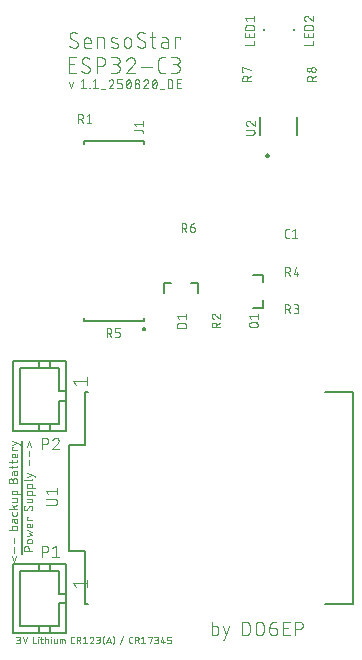
<source format=gbr>
G04 EAGLE Gerber RS-274X export*
G75*
%MOMM*%
%FSLAX34Y34*%
%LPD*%
%INSilkscreen Top*%
%IPPOS*%
%AMOC8*
5,1,8,0,0,1.08239X$1,22.5*%
G01*
%ADD10C,0.101600*%
%ADD11C,0.076200*%
%ADD12C,0.050800*%
%ADD13C,0.127000*%
%ADD14C,0.200000*%
%ADD15R,0.250000X0.250000*%
%ADD16C,0.203200*%
%ADD17C,0.152400*%


D10*
X81111Y523494D02*
X81218Y523496D01*
X81325Y523502D01*
X81432Y523512D01*
X81538Y523525D01*
X81644Y523543D01*
X81749Y523564D01*
X81853Y523589D01*
X81957Y523618D01*
X82059Y523651D01*
X82159Y523688D01*
X82259Y523728D01*
X82357Y523772D01*
X82453Y523819D01*
X82547Y523870D01*
X82640Y523924D01*
X82730Y523981D01*
X82819Y524042D01*
X82905Y524106D01*
X82988Y524173D01*
X83070Y524243D01*
X83148Y524316D01*
X83224Y524392D01*
X83297Y524470D01*
X83367Y524552D01*
X83434Y524635D01*
X83498Y524721D01*
X83559Y524810D01*
X83616Y524900D01*
X83670Y524993D01*
X83721Y525087D01*
X83768Y525183D01*
X83812Y525281D01*
X83852Y525381D01*
X83889Y525481D01*
X83922Y525583D01*
X83951Y525687D01*
X83976Y525791D01*
X83997Y525896D01*
X84015Y526002D01*
X84028Y526108D01*
X84038Y526215D01*
X84044Y526322D01*
X84046Y526429D01*
X81111Y523494D02*
X80958Y523496D01*
X80805Y523502D01*
X80653Y523511D01*
X80500Y523524D01*
X80348Y523541D01*
X80197Y523562D01*
X80045Y523586D01*
X79895Y523614D01*
X79745Y523646D01*
X79597Y523682D01*
X79449Y523721D01*
X79302Y523764D01*
X79156Y523810D01*
X79012Y523860D01*
X78868Y523914D01*
X78726Y523971D01*
X78586Y524031D01*
X78447Y524096D01*
X78310Y524163D01*
X78174Y524234D01*
X78040Y524308D01*
X77908Y524385D01*
X77778Y524466D01*
X77650Y524550D01*
X77524Y524637D01*
X77401Y524727D01*
X77279Y524820D01*
X77160Y524916D01*
X77044Y525015D01*
X76929Y525116D01*
X76818Y525221D01*
X76709Y525328D01*
X77075Y533767D02*
X77077Y533874D01*
X77083Y533981D01*
X77093Y534088D01*
X77106Y534194D01*
X77124Y534300D01*
X77145Y534405D01*
X77170Y534509D01*
X77199Y534613D01*
X77232Y534715D01*
X77269Y534815D01*
X77309Y534915D01*
X77353Y535013D01*
X77400Y535109D01*
X77451Y535203D01*
X77505Y535296D01*
X77562Y535386D01*
X77623Y535475D01*
X77687Y535561D01*
X77754Y535644D01*
X77824Y535726D01*
X77897Y535804D01*
X77973Y535880D01*
X78051Y535953D01*
X78133Y536023D01*
X78216Y536090D01*
X78302Y536154D01*
X78391Y536215D01*
X78481Y536272D01*
X78574Y536326D01*
X78668Y536377D01*
X78764Y536424D01*
X78862Y536468D01*
X78962Y536508D01*
X79062Y536545D01*
X79164Y536578D01*
X79268Y536607D01*
X79372Y536632D01*
X79477Y536653D01*
X79583Y536671D01*
X79689Y536684D01*
X79796Y536694D01*
X79903Y536700D01*
X80010Y536702D01*
X80158Y536700D01*
X80305Y536694D01*
X80452Y536684D01*
X80599Y536670D01*
X80746Y536653D01*
X80891Y536631D01*
X81037Y536605D01*
X81181Y536576D01*
X81325Y536543D01*
X81468Y536505D01*
X81610Y536464D01*
X81750Y536420D01*
X81890Y536371D01*
X82028Y536319D01*
X82164Y536263D01*
X82299Y536203D01*
X82432Y536140D01*
X82564Y536073D01*
X82694Y536003D01*
X82822Y535930D01*
X82947Y535852D01*
X83071Y535772D01*
X83193Y535688D01*
X83312Y535601D01*
X78543Y531199D02*
X78452Y531255D01*
X78363Y531314D01*
X78276Y531376D01*
X78192Y531441D01*
X78109Y531509D01*
X78030Y531580D01*
X77953Y531654D01*
X77879Y531731D01*
X77807Y531810D01*
X77739Y531892D01*
X77673Y531976D01*
X77610Y532063D01*
X77551Y532151D01*
X77495Y532242D01*
X77442Y532335D01*
X77392Y532429D01*
X77346Y532525D01*
X77303Y532623D01*
X77264Y532722D01*
X77228Y532823D01*
X77196Y532925D01*
X77168Y533028D01*
X77144Y533132D01*
X77123Y533236D01*
X77106Y533342D01*
X77092Y533447D01*
X77083Y533554D01*
X77077Y533660D01*
X77075Y533767D01*
X82578Y528997D02*
X82669Y528941D01*
X82758Y528882D01*
X82845Y528820D01*
X82929Y528755D01*
X83012Y528687D01*
X83091Y528616D01*
X83168Y528542D01*
X83242Y528465D01*
X83314Y528386D01*
X83382Y528304D01*
X83448Y528220D01*
X83511Y528133D01*
X83570Y528045D01*
X83626Y527954D01*
X83679Y527861D01*
X83729Y527767D01*
X83775Y527671D01*
X83818Y527573D01*
X83857Y527474D01*
X83893Y527373D01*
X83925Y527271D01*
X83953Y527168D01*
X83977Y527064D01*
X83998Y526960D01*
X84015Y526854D01*
X84029Y526749D01*
X84038Y526642D01*
X84044Y526536D01*
X84046Y526429D01*
X82578Y528997D02*
X78542Y531199D01*
X91165Y523494D02*
X94833Y523494D01*
X91165Y523494D02*
X91074Y523496D01*
X90983Y523502D01*
X90893Y523511D01*
X90803Y523524D01*
X90713Y523541D01*
X90625Y523561D01*
X90537Y523586D01*
X90450Y523613D01*
X90365Y523645D01*
X90281Y523679D01*
X90198Y523718D01*
X90117Y523759D01*
X90038Y523804D01*
X89961Y523852D01*
X89886Y523904D01*
X89813Y523958D01*
X89742Y524015D01*
X89674Y524076D01*
X89609Y524139D01*
X89546Y524204D01*
X89485Y524272D01*
X89428Y524343D01*
X89374Y524416D01*
X89322Y524491D01*
X89274Y524568D01*
X89229Y524647D01*
X89188Y524728D01*
X89149Y524811D01*
X89115Y524895D01*
X89083Y524980D01*
X89056Y525067D01*
X89031Y525155D01*
X89011Y525243D01*
X88994Y525333D01*
X88981Y525423D01*
X88972Y525513D01*
X88966Y525604D01*
X88964Y525695D01*
X88963Y525695D02*
X88963Y529364D01*
X88965Y529471D01*
X88971Y529578D01*
X88981Y529685D01*
X88994Y529791D01*
X89012Y529897D01*
X89033Y530002D01*
X89058Y530106D01*
X89087Y530210D01*
X89120Y530312D01*
X89157Y530412D01*
X89197Y530512D01*
X89241Y530610D01*
X89288Y530706D01*
X89339Y530800D01*
X89393Y530893D01*
X89450Y530983D01*
X89511Y531072D01*
X89575Y531158D01*
X89642Y531241D01*
X89712Y531323D01*
X89785Y531401D01*
X89861Y531477D01*
X89939Y531550D01*
X90021Y531620D01*
X90104Y531687D01*
X90190Y531751D01*
X90279Y531812D01*
X90369Y531869D01*
X90462Y531923D01*
X90556Y531974D01*
X90652Y532021D01*
X90750Y532065D01*
X90850Y532105D01*
X90950Y532142D01*
X91052Y532175D01*
X91156Y532204D01*
X91260Y532229D01*
X91365Y532250D01*
X91471Y532268D01*
X91577Y532281D01*
X91684Y532291D01*
X91791Y532297D01*
X91898Y532299D01*
X92005Y532297D01*
X92112Y532291D01*
X92219Y532281D01*
X92325Y532268D01*
X92431Y532250D01*
X92536Y532229D01*
X92640Y532204D01*
X92744Y532175D01*
X92846Y532142D01*
X92946Y532105D01*
X93046Y532065D01*
X93144Y532021D01*
X93240Y531974D01*
X93334Y531923D01*
X93427Y531869D01*
X93517Y531812D01*
X93606Y531751D01*
X93692Y531687D01*
X93775Y531620D01*
X93857Y531550D01*
X93935Y531477D01*
X94011Y531401D01*
X94084Y531323D01*
X94154Y531241D01*
X94221Y531158D01*
X94285Y531072D01*
X94346Y530983D01*
X94403Y530893D01*
X94457Y530800D01*
X94508Y530706D01*
X94555Y530610D01*
X94599Y530512D01*
X94639Y530412D01*
X94676Y530312D01*
X94709Y530210D01*
X94738Y530106D01*
X94763Y530002D01*
X94784Y529897D01*
X94802Y529791D01*
X94815Y529685D01*
X94825Y529578D01*
X94831Y529471D01*
X94833Y529364D01*
X94833Y527897D01*
X88963Y527897D01*
X100485Y523494D02*
X100485Y532299D01*
X104154Y532299D01*
X104247Y532297D01*
X104341Y532291D01*
X104434Y532281D01*
X104526Y532267D01*
X104618Y532250D01*
X104709Y532228D01*
X104798Y532203D01*
X104887Y532173D01*
X104975Y532140D01*
X105061Y532104D01*
X105145Y532063D01*
X105227Y532020D01*
X105308Y531972D01*
X105386Y531922D01*
X105463Y531868D01*
X105537Y531810D01*
X105608Y531750D01*
X105677Y531687D01*
X105743Y531621D01*
X105806Y531552D01*
X105866Y531481D01*
X105924Y531407D01*
X105978Y531331D01*
X106028Y531252D01*
X106075Y531171D01*
X106119Y531089D01*
X106160Y531005D01*
X106196Y530919D01*
X106229Y530831D01*
X106259Y530743D01*
X106284Y530653D01*
X106306Y530562D01*
X106323Y530470D01*
X106337Y530378D01*
X106347Y530285D01*
X106353Y530191D01*
X106355Y530098D01*
X106355Y523494D01*
X113107Y528630D02*
X116776Y527163D01*
X113106Y528630D02*
X113027Y528664D01*
X112949Y528702D01*
X112872Y528743D01*
X112798Y528787D01*
X112726Y528835D01*
X112656Y528886D01*
X112589Y528940D01*
X112524Y528997D01*
X112461Y529058D01*
X112402Y529120D01*
X112345Y529186D01*
X112292Y529254D01*
X112241Y529324D01*
X112194Y529397D01*
X112150Y529472D01*
X112110Y529548D01*
X112073Y529627D01*
X112040Y529706D01*
X112010Y529788D01*
X111984Y529870D01*
X111962Y529954D01*
X111944Y530039D01*
X111930Y530124D01*
X111919Y530210D01*
X111913Y530296D01*
X111910Y530383D01*
X111911Y530470D01*
X111917Y530556D01*
X111926Y530642D01*
X111939Y530728D01*
X111956Y530813D01*
X111977Y530897D01*
X112001Y530980D01*
X112030Y531061D01*
X112062Y531142D01*
X112097Y531221D01*
X112137Y531298D01*
X112179Y531373D01*
X112226Y531446D01*
X112275Y531518D01*
X112327Y531586D01*
X112383Y531653D01*
X112442Y531716D01*
X112503Y531777D01*
X112567Y531836D01*
X112634Y531891D01*
X112703Y531943D01*
X112775Y531992D01*
X112848Y532037D01*
X112924Y532079D01*
X113001Y532118D01*
X113080Y532153D01*
X113161Y532185D01*
X113243Y532213D01*
X113326Y532237D01*
X113410Y532257D01*
X113495Y532273D01*
X113581Y532286D01*
X113667Y532294D01*
X113754Y532299D01*
X113840Y532300D01*
X113840Y532299D02*
X114040Y532294D01*
X114240Y532284D01*
X114440Y532269D01*
X114640Y532249D01*
X114839Y532225D01*
X115037Y532195D01*
X115234Y532161D01*
X115431Y532123D01*
X115626Y532079D01*
X115821Y532031D01*
X116014Y531978D01*
X116206Y531921D01*
X116397Y531859D01*
X116586Y531792D01*
X116773Y531721D01*
X116958Y531645D01*
X117142Y531565D01*
X116776Y527163D02*
X116855Y527129D01*
X116933Y527091D01*
X117010Y527050D01*
X117084Y527006D01*
X117156Y526958D01*
X117226Y526907D01*
X117293Y526853D01*
X117358Y526796D01*
X117421Y526735D01*
X117480Y526673D01*
X117537Y526607D01*
X117590Y526539D01*
X117641Y526469D01*
X117688Y526396D01*
X117732Y526321D01*
X117772Y526245D01*
X117809Y526166D01*
X117842Y526087D01*
X117872Y526005D01*
X117898Y525923D01*
X117920Y525839D01*
X117938Y525754D01*
X117952Y525669D01*
X117963Y525583D01*
X117969Y525497D01*
X117972Y525410D01*
X117971Y525323D01*
X117965Y525237D01*
X117956Y525151D01*
X117943Y525065D01*
X117926Y524980D01*
X117905Y524896D01*
X117881Y524813D01*
X117852Y524732D01*
X117820Y524651D01*
X117785Y524572D01*
X117745Y524495D01*
X117703Y524420D01*
X117656Y524347D01*
X117607Y524275D01*
X117555Y524207D01*
X117499Y524140D01*
X117440Y524077D01*
X117379Y524016D01*
X117315Y523957D01*
X117248Y523902D01*
X117179Y523850D01*
X117107Y523801D01*
X117034Y523756D01*
X116958Y523714D01*
X116881Y523675D01*
X116802Y523640D01*
X116721Y523608D01*
X116639Y523580D01*
X116556Y523556D01*
X116472Y523536D01*
X116387Y523520D01*
X116301Y523507D01*
X116215Y523499D01*
X116128Y523494D01*
X116042Y523493D01*
X116042Y523494D02*
X115748Y523502D01*
X115454Y523517D01*
X115160Y523538D01*
X114867Y523567D01*
X114575Y523602D01*
X114284Y523645D01*
X113994Y523694D01*
X113705Y523750D01*
X113417Y523813D01*
X113131Y523882D01*
X112847Y523959D01*
X112565Y524042D01*
X112285Y524132D01*
X112006Y524228D01*
X123101Y526429D02*
X123101Y529364D01*
X123103Y529471D01*
X123109Y529578D01*
X123119Y529685D01*
X123132Y529791D01*
X123150Y529897D01*
X123171Y530002D01*
X123196Y530106D01*
X123225Y530210D01*
X123258Y530312D01*
X123295Y530412D01*
X123335Y530512D01*
X123379Y530610D01*
X123426Y530706D01*
X123477Y530800D01*
X123531Y530893D01*
X123588Y530983D01*
X123649Y531072D01*
X123713Y531158D01*
X123780Y531241D01*
X123850Y531323D01*
X123923Y531401D01*
X123999Y531477D01*
X124077Y531550D01*
X124159Y531620D01*
X124242Y531687D01*
X124328Y531751D01*
X124417Y531812D01*
X124507Y531869D01*
X124600Y531923D01*
X124694Y531974D01*
X124790Y532021D01*
X124888Y532065D01*
X124988Y532105D01*
X125088Y532142D01*
X125190Y532175D01*
X125294Y532204D01*
X125398Y532229D01*
X125503Y532250D01*
X125609Y532268D01*
X125715Y532281D01*
X125822Y532291D01*
X125929Y532297D01*
X126036Y532299D01*
X126143Y532297D01*
X126250Y532291D01*
X126357Y532281D01*
X126463Y532268D01*
X126569Y532250D01*
X126674Y532229D01*
X126778Y532204D01*
X126882Y532175D01*
X126984Y532142D01*
X127084Y532105D01*
X127184Y532065D01*
X127282Y532021D01*
X127378Y531974D01*
X127472Y531923D01*
X127565Y531869D01*
X127655Y531812D01*
X127744Y531751D01*
X127830Y531687D01*
X127913Y531620D01*
X127995Y531550D01*
X128073Y531477D01*
X128149Y531401D01*
X128222Y531323D01*
X128292Y531241D01*
X128359Y531158D01*
X128423Y531072D01*
X128484Y530983D01*
X128541Y530893D01*
X128595Y530800D01*
X128646Y530706D01*
X128693Y530610D01*
X128737Y530512D01*
X128777Y530412D01*
X128814Y530312D01*
X128847Y530210D01*
X128876Y530106D01*
X128901Y530002D01*
X128922Y529897D01*
X128940Y529791D01*
X128953Y529685D01*
X128963Y529578D01*
X128969Y529471D01*
X128971Y529364D01*
X128971Y526429D01*
X128969Y526322D01*
X128963Y526215D01*
X128953Y526108D01*
X128940Y526002D01*
X128922Y525896D01*
X128901Y525791D01*
X128876Y525687D01*
X128847Y525583D01*
X128814Y525481D01*
X128777Y525381D01*
X128737Y525281D01*
X128693Y525183D01*
X128646Y525087D01*
X128595Y524993D01*
X128541Y524900D01*
X128484Y524810D01*
X128423Y524721D01*
X128359Y524635D01*
X128292Y524552D01*
X128222Y524470D01*
X128149Y524392D01*
X128073Y524316D01*
X127995Y524243D01*
X127913Y524173D01*
X127830Y524106D01*
X127744Y524042D01*
X127655Y523981D01*
X127565Y523924D01*
X127472Y523870D01*
X127378Y523819D01*
X127282Y523772D01*
X127184Y523728D01*
X127084Y523688D01*
X126984Y523651D01*
X126882Y523618D01*
X126778Y523589D01*
X126674Y523564D01*
X126569Y523543D01*
X126463Y523525D01*
X126357Y523512D01*
X126250Y523502D01*
X126143Y523496D01*
X126036Y523494D01*
X125929Y523496D01*
X125822Y523502D01*
X125715Y523512D01*
X125609Y523525D01*
X125503Y523543D01*
X125398Y523564D01*
X125294Y523589D01*
X125190Y523618D01*
X125088Y523651D01*
X124988Y523688D01*
X124888Y523728D01*
X124790Y523772D01*
X124694Y523819D01*
X124600Y523870D01*
X124507Y523924D01*
X124417Y523981D01*
X124328Y524042D01*
X124242Y524106D01*
X124159Y524173D01*
X124077Y524243D01*
X123999Y524316D01*
X123923Y524392D01*
X123850Y524470D01*
X123780Y524552D01*
X123713Y524635D01*
X123649Y524721D01*
X123588Y524810D01*
X123531Y524900D01*
X123477Y524993D01*
X123426Y525087D01*
X123379Y525183D01*
X123335Y525281D01*
X123295Y525381D01*
X123258Y525481D01*
X123225Y525583D01*
X123196Y525687D01*
X123171Y525791D01*
X123150Y525896D01*
X123132Y526002D01*
X123119Y526108D01*
X123109Y526215D01*
X123103Y526322D01*
X123101Y526429D01*
X138291Y523494D02*
X138398Y523496D01*
X138505Y523502D01*
X138612Y523512D01*
X138718Y523525D01*
X138824Y523543D01*
X138929Y523564D01*
X139033Y523589D01*
X139137Y523618D01*
X139239Y523651D01*
X139339Y523688D01*
X139439Y523728D01*
X139537Y523772D01*
X139633Y523819D01*
X139727Y523870D01*
X139820Y523924D01*
X139910Y523981D01*
X139999Y524042D01*
X140085Y524106D01*
X140168Y524173D01*
X140250Y524243D01*
X140328Y524316D01*
X140404Y524392D01*
X140477Y524470D01*
X140547Y524552D01*
X140614Y524635D01*
X140678Y524721D01*
X140739Y524810D01*
X140796Y524900D01*
X140850Y524993D01*
X140901Y525087D01*
X140948Y525183D01*
X140992Y525281D01*
X141032Y525381D01*
X141069Y525481D01*
X141102Y525583D01*
X141131Y525687D01*
X141156Y525791D01*
X141177Y525896D01*
X141195Y526002D01*
X141208Y526108D01*
X141218Y526215D01*
X141224Y526322D01*
X141226Y526429D01*
X138291Y523494D02*
X138138Y523496D01*
X137985Y523502D01*
X137833Y523511D01*
X137680Y523524D01*
X137528Y523541D01*
X137377Y523562D01*
X137225Y523586D01*
X137075Y523614D01*
X136925Y523646D01*
X136777Y523682D01*
X136629Y523721D01*
X136482Y523764D01*
X136336Y523810D01*
X136192Y523860D01*
X136048Y523914D01*
X135906Y523971D01*
X135766Y524031D01*
X135627Y524096D01*
X135490Y524163D01*
X135354Y524234D01*
X135220Y524308D01*
X135088Y524385D01*
X134958Y524466D01*
X134830Y524550D01*
X134704Y524637D01*
X134581Y524727D01*
X134459Y524820D01*
X134340Y524916D01*
X134224Y525015D01*
X134109Y525116D01*
X133998Y525221D01*
X133889Y525328D01*
X134255Y533767D02*
X134257Y533874D01*
X134263Y533981D01*
X134273Y534088D01*
X134286Y534194D01*
X134304Y534300D01*
X134325Y534405D01*
X134350Y534509D01*
X134379Y534613D01*
X134412Y534715D01*
X134449Y534815D01*
X134489Y534915D01*
X134533Y535013D01*
X134580Y535109D01*
X134631Y535203D01*
X134685Y535296D01*
X134742Y535386D01*
X134803Y535475D01*
X134867Y535561D01*
X134934Y535644D01*
X135004Y535726D01*
X135077Y535804D01*
X135153Y535880D01*
X135231Y535953D01*
X135313Y536023D01*
X135396Y536090D01*
X135482Y536154D01*
X135571Y536215D01*
X135661Y536272D01*
X135754Y536326D01*
X135848Y536377D01*
X135944Y536424D01*
X136042Y536468D01*
X136142Y536508D01*
X136242Y536545D01*
X136344Y536578D01*
X136448Y536607D01*
X136552Y536632D01*
X136657Y536653D01*
X136763Y536671D01*
X136869Y536684D01*
X136976Y536694D01*
X137083Y536700D01*
X137190Y536702D01*
X137338Y536700D01*
X137485Y536694D01*
X137632Y536684D01*
X137779Y536670D01*
X137926Y536653D01*
X138071Y536631D01*
X138217Y536605D01*
X138361Y536576D01*
X138505Y536543D01*
X138648Y536505D01*
X138790Y536464D01*
X138930Y536420D01*
X139070Y536371D01*
X139208Y536319D01*
X139344Y536263D01*
X139479Y536203D01*
X139612Y536140D01*
X139744Y536073D01*
X139874Y536003D01*
X140002Y535930D01*
X140127Y535852D01*
X140251Y535772D01*
X140373Y535688D01*
X140492Y535601D01*
X135723Y531199D02*
X135632Y531255D01*
X135543Y531314D01*
X135456Y531376D01*
X135372Y531441D01*
X135289Y531509D01*
X135210Y531580D01*
X135133Y531654D01*
X135059Y531731D01*
X134987Y531810D01*
X134919Y531892D01*
X134853Y531976D01*
X134790Y532063D01*
X134731Y532151D01*
X134675Y532242D01*
X134622Y532335D01*
X134572Y532429D01*
X134526Y532525D01*
X134483Y532623D01*
X134444Y532722D01*
X134408Y532823D01*
X134376Y532925D01*
X134348Y533028D01*
X134324Y533132D01*
X134303Y533236D01*
X134286Y533342D01*
X134272Y533447D01*
X134263Y533554D01*
X134257Y533660D01*
X134255Y533767D01*
X139758Y528997D02*
X139849Y528941D01*
X139938Y528882D01*
X140025Y528820D01*
X140109Y528755D01*
X140192Y528687D01*
X140271Y528616D01*
X140348Y528542D01*
X140422Y528465D01*
X140494Y528386D01*
X140562Y528304D01*
X140628Y528220D01*
X140691Y528133D01*
X140750Y528045D01*
X140806Y527954D01*
X140859Y527861D01*
X140909Y527767D01*
X140955Y527671D01*
X140998Y527573D01*
X141037Y527474D01*
X141073Y527373D01*
X141105Y527271D01*
X141133Y527168D01*
X141157Y527064D01*
X141178Y526960D01*
X141195Y526854D01*
X141209Y526749D01*
X141218Y526642D01*
X141224Y526536D01*
X141226Y526429D01*
X139759Y528997D02*
X135723Y531199D01*
X145073Y532299D02*
X149475Y532299D01*
X146540Y536702D02*
X146540Y525695D01*
X146542Y525604D01*
X146548Y525513D01*
X146557Y525423D01*
X146570Y525333D01*
X146587Y525243D01*
X146607Y525155D01*
X146632Y525067D01*
X146659Y524980D01*
X146691Y524895D01*
X146725Y524811D01*
X146764Y524728D01*
X146805Y524647D01*
X146850Y524568D01*
X146898Y524491D01*
X146950Y524416D01*
X147004Y524343D01*
X147061Y524272D01*
X147122Y524204D01*
X147185Y524139D01*
X147250Y524076D01*
X147319Y524015D01*
X147389Y523958D01*
X147462Y523904D01*
X147537Y523852D01*
X147614Y523804D01*
X147693Y523759D01*
X147774Y523718D01*
X147857Y523679D01*
X147941Y523645D01*
X148026Y523613D01*
X148113Y523585D01*
X148201Y523561D01*
X148289Y523541D01*
X148379Y523524D01*
X148469Y523511D01*
X148559Y523502D01*
X148650Y523496D01*
X148741Y523494D01*
X149475Y523494D01*
X156757Y528630D02*
X160059Y528630D01*
X156757Y528630D02*
X156657Y528628D01*
X156558Y528622D01*
X156459Y528613D01*
X156360Y528599D01*
X156262Y528582D01*
X156165Y528561D01*
X156068Y528536D01*
X155973Y528507D01*
X155879Y528475D01*
X155786Y528439D01*
X155694Y528400D01*
X155604Y528357D01*
X155516Y528310D01*
X155430Y528261D01*
X155346Y528208D01*
X155264Y528151D01*
X155184Y528092D01*
X155106Y528029D01*
X155031Y527964D01*
X154959Y527895D01*
X154889Y527824D01*
X154822Y527751D01*
X154758Y527674D01*
X154697Y527596D01*
X154639Y527514D01*
X154585Y527431D01*
X154533Y527346D01*
X154485Y527259D01*
X154440Y527170D01*
X154399Y527079D01*
X154361Y526987D01*
X154327Y526893D01*
X154297Y526799D01*
X154270Y526703D01*
X154247Y526606D01*
X154228Y526508D01*
X154213Y526410D01*
X154201Y526311D01*
X154193Y526211D01*
X154189Y526112D01*
X154189Y526012D01*
X154193Y525913D01*
X154201Y525813D01*
X154213Y525714D01*
X154228Y525616D01*
X154247Y525518D01*
X154270Y525421D01*
X154297Y525325D01*
X154327Y525231D01*
X154361Y525137D01*
X154399Y525045D01*
X154440Y524954D01*
X154485Y524865D01*
X154533Y524778D01*
X154585Y524693D01*
X154639Y524610D01*
X154697Y524528D01*
X154758Y524450D01*
X154822Y524373D01*
X154889Y524300D01*
X154959Y524229D01*
X155031Y524160D01*
X155106Y524095D01*
X155184Y524032D01*
X155264Y523973D01*
X155346Y523916D01*
X155430Y523863D01*
X155516Y523814D01*
X155604Y523767D01*
X155694Y523724D01*
X155786Y523685D01*
X155879Y523649D01*
X155973Y523617D01*
X156068Y523588D01*
X156165Y523563D01*
X156262Y523542D01*
X156360Y523525D01*
X156459Y523511D01*
X156558Y523502D01*
X156657Y523496D01*
X156757Y523494D01*
X160059Y523494D01*
X160059Y530098D01*
X160057Y530189D01*
X160051Y530280D01*
X160042Y530370D01*
X160029Y530460D01*
X160012Y530550D01*
X159992Y530638D01*
X159967Y530726D01*
X159940Y530813D01*
X159908Y530898D01*
X159874Y530982D01*
X159835Y531065D01*
X159794Y531146D01*
X159749Y531225D01*
X159701Y531302D01*
X159649Y531377D01*
X159595Y531450D01*
X159538Y531521D01*
X159477Y531589D01*
X159414Y531654D01*
X159349Y531717D01*
X159281Y531778D01*
X159210Y531835D01*
X159137Y531889D01*
X159062Y531941D01*
X158985Y531989D01*
X158906Y532034D01*
X158825Y532075D01*
X158742Y532114D01*
X158658Y532148D01*
X158573Y532180D01*
X158486Y532207D01*
X158398Y532232D01*
X158310Y532252D01*
X158220Y532269D01*
X158130Y532282D01*
X158040Y532291D01*
X157949Y532297D01*
X157858Y532299D01*
X154923Y532299D01*
X166270Y532299D02*
X166270Y523494D01*
X166270Y532299D02*
X170672Y532299D01*
X170672Y530832D01*
X82578Y502158D02*
X76708Y502158D01*
X76708Y515366D01*
X82578Y515366D01*
X81111Y509496D02*
X76708Y509496D01*
X91328Y502158D02*
X91435Y502160D01*
X91542Y502166D01*
X91649Y502176D01*
X91755Y502189D01*
X91861Y502207D01*
X91966Y502228D01*
X92070Y502253D01*
X92174Y502282D01*
X92276Y502315D01*
X92376Y502352D01*
X92476Y502392D01*
X92574Y502436D01*
X92670Y502483D01*
X92764Y502534D01*
X92857Y502588D01*
X92947Y502645D01*
X93036Y502706D01*
X93122Y502770D01*
X93205Y502837D01*
X93287Y502907D01*
X93365Y502980D01*
X93441Y503056D01*
X93514Y503134D01*
X93584Y503216D01*
X93651Y503299D01*
X93715Y503385D01*
X93776Y503474D01*
X93833Y503564D01*
X93887Y503657D01*
X93938Y503751D01*
X93985Y503847D01*
X94029Y503945D01*
X94069Y504045D01*
X94106Y504145D01*
X94139Y504247D01*
X94168Y504351D01*
X94193Y504455D01*
X94214Y504560D01*
X94232Y504666D01*
X94245Y504772D01*
X94255Y504879D01*
X94261Y504986D01*
X94263Y505093D01*
X91328Y502158D02*
X91175Y502160D01*
X91022Y502166D01*
X90870Y502175D01*
X90717Y502188D01*
X90565Y502205D01*
X90414Y502226D01*
X90262Y502250D01*
X90112Y502278D01*
X89962Y502310D01*
X89814Y502346D01*
X89666Y502385D01*
X89519Y502428D01*
X89373Y502474D01*
X89229Y502524D01*
X89085Y502578D01*
X88943Y502635D01*
X88803Y502695D01*
X88664Y502760D01*
X88527Y502827D01*
X88391Y502898D01*
X88257Y502972D01*
X88125Y503049D01*
X87995Y503130D01*
X87867Y503214D01*
X87741Y503301D01*
X87618Y503391D01*
X87496Y503484D01*
X87377Y503580D01*
X87261Y503679D01*
X87146Y503780D01*
X87035Y503885D01*
X86926Y503992D01*
X87292Y512431D02*
X87294Y512538D01*
X87300Y512645D01*
X87310Y512752D01*
X87323Y512858D01*
X87341Y512964D01*
X87362Y513069D01*
X87387Y513173D01*
X87416Y513277D01*
X87449Y513379D01*
X87486Y513479D01*
X87526Y513579D01*
X87570Y513677D01*
X87617Y513773D01*
X87668Y513867D01*
X87722Y513960D01*
X87779Y514050D01*
X87840Y514139D01*
X87904Y514225D01*
X87971Y514308D01*
X88041Y514390D01*
X88114Y514468D01*
X88190Y514544D01*
X88268Y514617D01*
X88350Y514687D01*
X88433Y514754D01*
X88519Y514818D01*
X88608Y514879D01*
X88698Y514936D01*
X88791Y514990D01*
X88885Y515041D01*
X88981Y515088D01*
X89079Y515132D01*
X89179Y515172D01*
X89279Y515209D01*
X89381Y515242D01*
X89485Y515271D01*
X89589Y515296D01*
X89694Y515317D01*
X89800Y515335D01*
X89906Y515348D01*
X90013Y515358D01*
X90120Y515364D01*
X90227Y515366D01*
X90375Y515364D01*
X90522Y515358D01*
X90669Y515348D01*
X90816Y515334D01*
X90963Y515317D01*
X91108Y515295D01*
X91254Y515269D01*
X91398Y515240D01*
X91542Y515207D01*
X91685Y515169D01*
X91827Y515128D01*
X91967Y515084D01*
X92107Y515035D01*
X92245Y514983D01*
X92381Y514927D01*
X92516Y514867D01*
X92649Y514804D01*
X92781Y514737D01*
X92911Y514667D01*
X93039Y514594D01*
X93164Y514516D01*
X93288Y514436D01*
X93410Y514352D01*
X93529Y514265D01*
X88760Y509863D02*
X88669Y509919D01*
X88580Y509978D01*
X88493Y510040D01*
X88409Y510105D01*
X88326Y510173D01*
X88247Y510244D01*
X88170Y510318D01*
X88096Y510395D01*
X88024Y510474D01*
X87956Y510556D01*
X87890Y510640D01*
X87827Y510727D01*
X87768Y510815D01*
X87712Y510906D01*
X87659Y510999D01*
X87609Y511093D01*
X87563Y511189D01*
X87520Y511287D01*
X87481Y511386D01*
X87445Y511487D01*
X87413Y511589D01*
X87385Y511692D01*
X87361Y511796D01*
X87340Y511900D01*
X87323Y512006D01*
X87309Y512111D01*
X87300Y512218D01*
X87294Y512324D01*
X87292Y512431D01*
X92795Y507661D02*
X92886Y507605D01*
X92975Y507546D01*
X93062Y507484D01*
X93146Y507419D01*
X93229Y507351D01*
X93308Y507280D01*
X93385Y507206D01*
X93459Y507129D01*
X93531Y507050D01*
X93599Y506968D01*
X93665Y506884D01*
X93728Y506797D01*
X93787Y506709D01*
X93843Y506618D01*
X93896Y506525D01*
X93946Y506431D01*
X93992Y506335D01*
X94035Y506237D01*
X94074Y506138D01*
X94110Y506037D01*
X94142Y505935D01*
X94170Y505832D01*
X94194Y505728D01*
X94215Y505624D01*
X94232Y505518D01*
X94246Y505413D01*
X94255Y505306D01*
X94261Y505200D01*
X94263Y505093D01*
X92796Y507661D02*
X88760Y509863D01*
X99906Y515366D02*
X99906Y502158D01*
X99906Y515366D02*
X103575Y515366D01*
X103695Y515364D01*
X103815Y515358D01*
X103935Y515348D01*
X104054Y515335D01*
X104173Y515317D01*
X104291Y515296D01*
X104408Y515270D01*
X104525Y515241D01*
X104640Y515208D01*
X104754Y515171D01*
X104867Y515131D01*
X104979Y515087D01*
X105089Y515039D01*
X105198Y514988D01*
X105305Y514933D01*
X105409Y514874D01*
X105512Y514813D01*
X105613Y514748D01*
X105712Y514679D01*
X105809Y514608D01*
X105903Y514533D01*
X105994Y514456D01*
X106083Y514375D01*
X106169Y514291D01*
X106253Y514205D01*
X106334Y514116D01*
X106411Y514025D01*
X106486Y513931D01*
X106557Y513834D01*
X106626Y513735D01*
X106691Y513634D01*
X106752Y513532D01*
X106811Y513427D01*
X106866Y513320D01*
X106917Y513211D01*
X106965Y513101D01*
X107009Y512989D01*
X107049Y512876D01*
X107086Y512762D01*
X107119Y512647D01*
X107148Y512530D01*
X107174Y512413D01*
X107195Y512295D01*
X107213Y512176D01*
X107226Y512057D01*
X107236Y511937D01*
X107242Y511817D01*
X107244Y511697D01*
X107242Y511577D01*
X107236Y511457D01*
X107226Y511337D01*
X107213Y511218D01*
X107195Y511099D01*
X107174Y510981D01*
X107148Y510864D01*
X107119Y510747D01*
X107086Y510632D01*
X107049Y510518D01*
X107009Y510405D01*
X106965Y510293D01*
X106917Y510183D01*
X106866Y510074D01*
X106811Y509967D01*
X106752Y509863D01*
X106691Y509760D01*
X106626Y509659D01*
X106557Y509560D01*
X106486Y509463D01*
X106411Y509369D01*
X106334Y509278D01*
X106253Y509189D01*
X106169Y509103D01*
X106083Y509019D01*
X105994Y508938D01*
X105903Y508861D01*
X105809Y508786D01*
X105712Y508715D01*
X105613Y508646D01*
X105512Y508581D01*
X105410Y508520D01*
X105305Y508461D01*
X105198Y508406D01*
X105089Y508355D01*
X104979Y508307D01*
X104867Y508263D01*
X104754Y508223D01*
X104640Y508186D01*
X104525Y508153D01*
X104408Y508124D01*
X104291Y508098D01*
X104173Y508077D01*
X104054Y508059D01*
X103935Y508046D01*
X103815Y508036D01*
X103695Y508030D01*
X103575Y508028D01*
X99906Y508028D01*
X112102Y502158D02*
X115771Y502158D01*
X115891Y502160D01*
X116011Y502166D01*
X116131Y502176D01*
X116250Y502189D01*
X116369Y502207D01*
X116487Y502228D01*
X116604Y502254D01*
X116721Y502283D01*
X116836Y502316D01*
X116950Y502353D01*
X117063Y502393D01*
X117175Y502437D01*
X117285Y502485D01*
X117394Y502536D01*
X117501Y502591D01*
X117606Y502650D01*
X117708Y502711D01*
X117809Y502776D01*
X117908Y502845D01*
X118005Y502916D01*
X118099Y502991D01*
X118190Y503068D01*
X118279Y503149D01*
X118365Y503233D01*
X118449Y503319D01*
X118530Y503408D01*
X118607Y503499D01*
X118682Y503593D01*
X118753Y503690D01*
X118822Y503789D01*
X118887Y503890D01*
X118948Y503993D01*
X119007Y504097D01*
X119062Y504204D01*
X119113Y504313D01*
X119161Y504423D01*
X119205Y504535D01*
X119245Y504648D01*
X119282Y504762D01*
X119315Y504877D01*
X119344Y504994D01*
X119370Y505111D01*
X119391Y505229D01*
X119409Y505348D01*
X119422Y505467D01*
X119432Y505587D01*
X119438Y505707D01*
X119440Y505827D01*
X119438Y505947D01*
X119432Y506067D01*
X119422Y506187D01*
X119409Y506306D01*
X119391Y506425D01*
X119370Y506543D01*
X119344Y506660D01*
X119315Y506777D01*
X119282Y506892D01*
X119245Y507006D01*
X119205Y507119D01*
X119161Y507231D01*
X119113Y507341D01*
X119062Y507450D01*
X119007Y507557D01*
X118948Y507662D01*
X118887Y507764D01*
X118822Y507865D01*
X118753Y507964D01*
X118682Y508061D01*
X118607Y508155D01*
X118530Y508246D01*
X118449Y508335D01*
X118365Y508421D01*
X118279Y508505D01*
X118190Y508586D01*
X118099Y508663D01*
X118005Y508738D01*
X117908Y508809D01*
X117809Y508878D01*
X117708Y508943D01*
X117605Y509004D01*
X117501Y509063D01*
X117394Y509118D01*
X117285Y509169D01*
X117175Y509217D01*
X117063Y509261D01*
X116950Y509301D01*
X116836Y509338D01*
X116721Y509371D01*
X116604Y509400D01*
X116487Y509426D01*
X116369Y509447D01*
X116250Y509465D01*
X116131Y509478D01*
X116011Y509488D01*
X115891Y509494D01*
X115771Y509496D01*
X116504Y515366D02*
X112102Y515366D01*
X116504Y515366D02*
X116611Y515364D01*
X116718Y515358D01*
X116825Y515348D01*
X116931Y515335D01*
X117037Y515317D01*
X117142Y515296D01*
X117246Y515271D01*
X117350Y515242D01*
X117452Y515209D01*
X117552Y515172D01*
X117652Y515132D01*
X117750Y515088D01*
X117846Y515041D01*
X117940Y514990D01*
X118033Y514936D01*
X118123Y514879D01*
X118212Y514818D01*
X118298Y514754D01*
X118381Y514687D01*
X118463Y514617D01*
X118541Y514544D01*
X118617Y514468D01*
X118690Y514390D01*
X118760Y514308D01*
X118827Y514225D01*
X118891Y514139D01*
X118952Y514050D01*
X119009Y513960D01*
X119063Y513867D01*
X119114Y513773D01*
X119161Y513677D01*
X119205Y513579D01*
X119245Y513479D01*
X119282Y513379D01*
X119315Y513277D01*
X119344Y513173D01*
X119369Y513069D01*
X119390Y512964D01*
X119408Y512858D01*
X119421Y512752D01*
X119431Y512645D01*
X119437Y512538D01*
X119439Y512431D01*
X119437Y512324D01*
X119431Y512217D01*
X119421Y512110D01*
X119408Y512004D01*
X119390Y511898D01*
X119369Y511793D01*
X119344Y511689D01*
X119315Y511585D01*
X119282Y511483D01*
X119245Y511383D01*
X119205Y511283D01*
X119161Y511185D01*
X119114Y511089D01*
X119063Y510995D01*
X119009Y510902D01*
X118952Y510812D01*
X118891Y510723D01*
X118827Y510637D01*
X118760Y510554D01*
X118690Y510472D01*
X118617Y510394D01*
X118541Y510318D01*
X118463Y510245D01*
X118381Y510175D01*
X118298Y510108D01*
X118212Y510044D01*
X118123Y509983D01*
X118033Y509926D01*
X117940Y509872D01*
X117846Y509821D01*
X117750Y509774D01*
X117652Y509730D01*
X117552Y509690D01*
X117452Y509653D01*
X117350Y509620D01*
X117246Y509591D01*
X117142Y509566D01*
X117037Y509545D01*
X116931Y509527D01*
X116825Y509514D01*
X116718Y509504D01*
X116611Y509498D01*
X116504Y509496D01*
X113569Y509496D01*
X128939Y515366D02*
X129052Y515364D01*
X129164Y515358D01*
X129277Y515349D01*
X129389Y515335D01*
X129500Y515318D01*
X129611Y515297D01*
X129721Y515272D01*
X129830Y515244D01*
X129938Y515211D01*
X130045Y515175D01*
X130150Y515136D01*
X130255Y515093D01*
X130357Y515046D01*
X130458Y514996D01*
X130557Y514942D01*
X130655Y514885D01*
X130750Y514825D01*
X130843Y514762D01*
X130934Y514695D01*
X131023Y514625D01*
X131109Y514553D01*
X131193Y514477D01*
X131274Y514399D01*
X131352Y514318D01*
X131428Y514234D01*
X131500Y514148D01*
X131570Y514059D01*
X131637Y513968D01*
X131700Y513875D01*
X131760Y513780D01*
X131817Y513682D01*
X131871Y513583D01*
X131921Y513482D01*
X131968Y513380D01*
X132011Y513275D01*
X132050Y513170D01*
X132086Y513063D01*
X132119Y512955D01*
X132147Y512846D01*
X132172Y512736D01*
X132193Y512625D01*
X132210Y512514D01*
X132224Y512402D01*
X132233Y512289D01*
X132239Y512177D01*
X132241Y512064D01*
X128939Y515366D02*
X128812Y515364D01*
X128685Y515358D01*
X128558Y515349D01*
X128432Y515336D01*
X128306Y515319D01*
X128181Y515298D01*
X128056Y515273D01*
X127933Y515245D01*
X127810Y515213D01*
X127688Y515177D01*
X127567Y515138D01*
X127447Y515095D01*
X127329Y515049D01*
X127212Y514999D01*
X127097Y514945D01*
X126984Y514888D01*
X126872Y514828D01*
X126762Y514765D01*
X126654Y514698D01*
X126548Y514628D01*
X126444Y514555D01*
X126342Y514478D01*
X126243Y514399D01*
X126146Y514317D01*
X126052Y514232D01*
X125960Y514144D01*
X125871Y514054D01*
X125785Y513960D01*
X125701Y513865D01*
X125621Y513767D01*
X125543Y513666D01*
X125468Y513563D01*
X125397Y513458D01*
X125329Y513351D01*
X125264Y513242D01*
X125202Y513131D01*
X125143Y513018D01*
X125088Y512904D01*
X125037Y512788D01*
X124989Y512670D01*
X124944Y512551D01*
X124903Y512431D01*
X131140Y509496D02*
X131222Y509576D01*
X131301Y509659D01*
X131378Y509745D01*
X131452Y509833D01*
X131522Y509924D01*
X131590Y510016D01*
X131655Y510111D01*
X131717Y510208D01*
X131775Y510307D01*
X131831Y510408D01*
X131883Y510510D01*
X131931Y510614D01*
X131976Y510720D01*
X132018Y510827D01*
X132057Y510935D01*
X132091Y511045D01*
X132123Y511155D01*
X132150Y511267D01*
X132174Y511379D01*
X132195Y511492D01*
X132211Y511606D01*
X132224Y511720D01*
X132234Y511834D01*
X132239Y511949D01*
X132241Y512064D01*
X131140Y509496D02*
X124903Y502158D01*
X132241Y502158D01*
X137825Y507294D02*
X146630Y507294D01*
X155113Y502158D02*
X158048Y502158D01*
X155113Y502158D02*
X155006Y502160D01*
X154899Y502166D01*
X154792Y502176D01*
X154686Y502189D01*
X154580Y502207D01*
X154475Y502228D01*
X154371Y502253D01*
X154267Y502282D01*
X154165Y502315D01*
X154065Y502352D01*
X153965Y502392D01*
X153867Y502436D01*
X153771Y502483D01*
X153677Y502534D01*
X153584Y502588D01*
X153494Y502645D01*
X153405Y502706D01*
X153319Y502770D01*
X153236Y502837D01*
X153154Y502907D01*
X153076Y502980D01*
X153000Y503056D01*
X152927Y503134D01*
X152857Y503216D01*
X152790Y503299D01*
X152726Y503385D01*
X152665Y503474D01*
X152608Y503564D01*
X152554Y503657D01*
X152503Y503751D01*
X152456Y503847D01*
X152412Y503945D01*
X152372Y504045D01*
X152335Y504145D01*
X152302Y504247D01*
X152273Y504351D01*
X152248Y504455D01*
X152227Y504560D01*
X152209Y504666D01*
X152196Y504772D01*
X152186Y504879D01*
X152180Y504986D01*
X152178Y505093D01*
X152178Y512431D01*
X152180Y512538D01*
X152186Y512645D01*
X152196Y512752D01*
X152209Y512858D01*
X152227Y512964D01*
X152248Y513069D01*
X152273Y513173D01*
X152302Y513277D01*
X152335Y513379D01*
X152372Y513479D01*
X152412Y513579D01*
X152456Y513677D01*
X152503Y513773D01*
X152554Y513867D01*
X152608Y513960D01*
X152665Y514050D01*
X152726Y514139D01*
X152790Y514225D01*
X152857Y514308D01*
X152927Y514390D01*
X153000Y514468D01*
X153076Y514544D01*
X153154Y514617D01*
X153236Y514687D01*
X153319Y514754D01*
X153405Y514818D01*
X153494Y514879D01*
X153584Y514936D01*
X153677Y514990D01*
X153771Y515041D01*
X153867Y515088D01*
X153965Y515132D01*
X154065Y515172D01*
X154165Y515209D01*
X154267Y515242D01*
X154371Y515271D01*
X154475Y515296D01*
X154580Y515317D01*
X154686Y515335D01*
X154792Y515348D01*
X154899Y515358D01*
X155006Y515364D01*
X155113Y515366D01*
X158048Y515366D01*
X162881Y502158D02*
X166550Y502158D01*
X166670Y502160D01*
X166790Y502166D01*
X166910Y502176D01*
X167029Y502189D01*
X167148Y502207D01*
X167266Y502228D01*
X167383Y502254D01*
X167500Y502283D01*
X167615Y502316D01*
X167729Y502353D01*
X167842Y502393D01*
X167954Y502437D01*
X168064Y502485D01*
X168173Y502536D01*
X168280Y502591D01*
X168385Y502650D01*
X168487Y502711D01*
X168588Y502776D01*
X168687Y502845D01*
X168784Y502916D01*
X168878Y502991D01*
X168969Y503068D01*
X169058Y503149D01*
X169144Y503233D01*
X169228Y503319D01*
X169309Y503408D01*
X169386Y503499D01*
X169461Y503593D01*
X169532Y503690D01*
X169601Y503789D01*
X169666Y503890D01*
X169727Y503993D01*
X169786Y504097D01*
X169841Y504204D01*
X169892Y504313D01*
X169940Y504423D01*
X169984Y504535D01*
X170024Y504648D01*
X170061Y504762D01*
X170094Y504877D01*
X170123Y504994D01*
X170149Y505111D01*
X170170Y505229D01*
X170188Y505348D01*
X170201Y505467D01*
X170211Y505587D01*
X170217Y505707D01*
X170219Y505827D01*
X170217Y505947D01*
X170211Y506067D01*
X170201Y506187D01*
X170188Y506306D01*
X170170Y506425D01*
X170149Y506543D01*
X170123Y506660D01*
X170094Y506777D01*
X170061Y506892D01*
X170024Y507006D01*
X169984Y507119D01*
X169940Y507231D01*
X169892Y507341D01*
X169841Y507450D01*
X169786Y507557D01*
X169727Y507662D01*
X169666Y507764D01*
X169601Y507865D01*
X169532Y507964D01*
X169461Y508061D01*
X169386Y508155D01*
X169309Y508246D01*
X169228Y508335D01*
X169144Y508421D01*
X169058Y508505D01*
X168969Y508586D01*
X168878Y508663D01*
X168784Y508738D01*
X168687Y508809D01*
X168588Y508878D01*
X168487Y508943D01*
X168384Y509004D01*
X168280Y509063D01*
X168173Y509118D01*
X168064Y509169D01*
X167954Y509217D01*
X167842Y509261D01*
X167729Y509301D01*
X167615Y509338D01*
X167500Y509371D01*
X167383Y509400D01*
X167266Y509426D01*
X167148Y509447D01*
X167029Y509465D01*
X166910Y509478D01*
X166790Y509488D01*
X166670Y509494D01*
X166550Y509496D01*
X167284Y515366D02*
X162881Y515366D01*
X167284Y515366D02*
X167391Y515364D01*
X167498Y515358D01*
X167605Y515348D01*
X167711Y515335D01*
X167817Y515317D01*
X167922Y515296D01*
X168026Y515271D01*
X168130Y515242D01*
X168232Y515209D01*
X168332Y515172D01*
X168432Y515132D01*
X168530Y515088D01*
X168626Y515041D01*
X168720Y514990D01*
X168813Y514936D01*
X168903Y514879D01*
X168992Y514818D01*
X169078Y514754D01*
X169161Y514687D01*
X169243Y514617D01*
X169321Y514544D01*
X169397Y514468D01*
X169470Y514390D01*
X169540Y514308D01*
X169607Y514225D01*
X169671Y514139D01*
X169732Y514050D01*
X169789Y513960D01*
X169843Y513867D01*
X169894Y513773D01*
X169941Y513677D01*
X169985Y513579D01*
X170025Y513479D01*
X170062Y513379D01*
X170095Y513277D01*
X170124Y513173D01*
X170149Y513069D01*
X170170Y512964D01*
X170188Y512858D01*
X170201Y512752D01*
X170211Y512645D01*
X170217Y512538D01*
X170219Y512431D01*
X170217Y512324D01*
X170211Y512217D01*
X170201Y512110D01*
X170188Y512004D01*
X170170Y511898D01*
X170149Y511793D01*
X170124Y511689D01*
X170095Y511585D01*
X170062Y511483D01*
X170025Y511383D01*
X169985Y511283D01*
X169941Y511185D01*
X169894Y511089D01*
X169843Y510995D01*
X169789Y510902D01*
X169732Y510812D01*
X169671Y510723D01*
X169607Y510637D01*
X169540Y510554D01*
X169470Y510472D01*
X169397Y510394D01*
X169321Y510318D01*
X169243Y510245D01*
X169161Y510175D01*
X169078Y510108D01*
X168992Y510044D01*
X168903Y509983D01*
X168813Y509926D01*
X168720Y509872D01*
X168626Y509821D01*
X168530Y509774D01*
X168432Y509730D01*
X168332Y509690D01*
X168232Y509653D01*
X168130Y509620D01*
X168026Y509591D01*
X167922Y509566D01*
X167817Y509545D01*
X167711Y509527D01*
X167605Y509514D01*
X167498Y509504D01*
X167391Y509498D01*
X167284Y509496D01*
X164349Y509496D01*
D11*
X78218Y489331D02*
X76581Y494242D01*
X79855Y494242D02*
X78218Y489331D01*
X86657Y495060D02*
X88703Y496697D01*
X88703Y489331D01*
X86657Y489331D02*
X90749Y489331D01*
X93619Y489331D02*
X93619Y489740D01*
X94028Y489740D01*
X94028Y489331D01*
X93619Y489331D01*
X96898Y495060D02*
X98944Y496697D01*
X98944Y489331D01*
X96898Y489331D02*
X100990Y489331D01*
X103891Y488513D02*
X107165Y488513D01*
X114158Y494856D02*
X114156Y494941D01*
X114150Y495026D01*
X114140Y495110D01*
X114127Y495194D01*
X114109Y495278D01*
X114088Y495360D01*
X114063Y495441D01*
X114034Y495521D01*
X114001Y495600D01*
X113965Y495677D01*
X113925Y495752D01*
X113882Y495826D01*
X113836Y495897D01*
X113786Y495966D01*
X113733Y496033D01*
X113677Y496097D01*
X113618Y496158D01*
X113557Y496217D01*
X113493Y496273D01*
X113426Y496326D01*
X113357Y496376D01*
X113286Y496422D01*
X113212Y496465D01*
X113137Y496505D01*
X113060Y496541D01*
X112981Y496574D01*
X112901Y496603D01*
X112820Y496628D01*
X112738Y496649D01*
X112654Y496667D01*
X112570Y496680D01*
X112486Y496690D01*
X112401Y496696D01*
X112316Y496698D01*
X112316Y496697D02*
X112220Y496695D01*
X112124Y496689D01*
X112029Y496679D01*
X111934Y496666D01*
X111839Y496648D01*
X111746Y496627D01*
X111653Y496602D01*
X111562Y496573D01*
X111471Y496541D01*
X111382Y496505D01*
X111295Y496465D01*
X111209Y496422D01*
X111125Y496376D01*
X111043Y496326D01*
X110963Y496272D01*
X110886Y496216D01*
X110811Y496156D01*
X110738Y496094D01*
X110668Y496028D01*
X110600Y495960D01*
X110535Y495889D01*
X110474Y495816D01*
X110415Y495740D01*
X110359Y495661D01*
X110307Y495581D01*
X110258Y495498D01*
X110212Y495414D01*
X110170Y495328D01*
X110132Y495240D01*
X110097Y495151D01*
X110065Y495060D01*
X113544Y493424D02*
X113604Y493483D01*
X113661Y493545D01*
X113716Y493609D01*
X113767Y493676D01*
X113816Y493745D01*
X113862Y493815D01*
X113905Y493888D01*
X113945Y493962D01*
X113981Y494038D01*
X114014Y494116D01*
X114044Y494195D01*
X114071Y494275D01*
X114094Y494356D01*
X114113Y494438D01*
X114129Y494520D01*
X114142Y494604D01*
X114151Y494688D01*
X114156Y494772D01*
X114158Y494856D01*
X113544Y493423D02*
X110065Y489331D01*
X114158Y489331D01*
X117381Y489331D02*
X119836Y489331D01*
X119914Y489333D01*
X119992Y489338D01*
X120069Y489348D01*
X120146Y489361D01*
X120222Y489377D01*
X120297Y489397D01*
X120371Y489421D01*
X120444Y489448D01*
X120516Y489479D01*
X120586Y489513D01*
X120655Y489550D01*
X120721Y489591D01*
X120786Y489635D01*
X120848Y489681D01*
X120908Y489731D01*
X120966Y489783D01*
X121021Y489838D01*
X121073Y489896D01*
X121123Y489956D01*
X121169Y490018D01*
X121213Y490083D01*
X121254Y490150D01*
X121291Y490218D01*
X121325Y490288D01*
X121356Y490360D01*
X121383Y490433D01*
X121407Y490507D01*
X121427Y490582D01*
X121443Y490658D01*
X121456Y490735D01*
X121466Y490812D01*
X121471Y490890D01*
X121473Y490968D01*
X121473Y491786D01*
X121471Y491864D01*
X121466Y491942D01*
X121456Y492019D01*
X121443Y492096D01*
X121427Y492172D01*
X121407Y492247D01*
X121383Y492321D01*
X121356Y492394D01*
X121325Y492466D01*
X121291Y492536D01*
X121254Y492605D01*
X121213Y492671D01*
X121169Y492736D01*
X121123Y492798D01*
X121073Y492858D01*
X121021Y492916D01*
X120966Y492971D01*
X120908Y493023D01*
X120848Y493073D01*
X120786Y493119D01*
X120721Y493163D01*
X120655Y493204D01*
X120586Y493241D01*
X120516Y493275D01*
X120444Y493306D01*
X120371Y493333D01*
X120297Y493357D01*
X120222Y493377D01*
X120146Y493393D01*
X120069Y493406D01*
X119992Y493416D01*
X119914Y493421D01*
X119836Y493423D01*
X117381Y493423D01*
X117381Y496697D01*
X121473Y496697D01*
X125310Y495674D02*
X125244Y495535D01*
X125183Y495396D01*
X125124Y495254D01*
X125070Y495111D01*
X125019Y494967D01*
X124971Y494822D01*
X124928Y494675D01*
X124888Y494527D01*
X124851Y494379D01*
X124819Y494229D01*
X124790Y494079D01*
X124765Y493928D01*
X124744Y493777D01*
X124727Y493625D01*
X124713Y493472D01*
X124704Y493320D01*
X124698Y493167D01*
X124696Y493014D01*
X125310Y495674D02*
X125336Y495744D01*
X125366Y495814D01*
X125399Y495881D01*
X125435Y495947D01*
X125474Y496011D01*
X125517Y496073D01*
X125563Y496132D01*
X125611Y496190D01*
X125662Y496244D01*
X125716Y496297D01*
X125773Y496346D01*
X125832Y496393D01*
X125893Y496436D01*
X125956Y496477D01*
X126021Y496514D01*
X126088Y496549D01*
X126157Y496579D01*
X126227Y496607D01*
X126298Y496630D01*
X126370Y496651D01*
X126443Y496667D01*
X126517Y496680D01*
X126592Y496690D01*
X126667Y496695D01*
X126742Y496697D01*
X126817Y496695D01*
X126892Y496690D01*
X126967Y496680D01*
X127041Y496667D01*
X127114Y496651D01*
X127186Y496630D01*
X127257Y496607D01*
X127327Y496579D01*
X127396Y496549D01*
X127463Y496514D01*
X127528Y496477D01*
X127591Y496436D01*
X127652Y496393D01*
X127711Y496346D01*
X127768Y496297D01*
X127822Y496244D01*
X127873Y496190D01*
X127922Y496132D01*
X127967Y496073D01*
X128010Y496011D01*
X128049Y495947D01*
X128086Y495881D01*
X128118Y495813D01*
X128148Y495744D01*
X128174Y495674D01*
X128239Y495536D01*
X128301Y495396D01*
X128359Y495254D01*
X128414Y495111D01*
X128465Y494967D01*
X128513Y494822D01*
X128556Y494675D01*
X128596Y494528D01*
X128633Y494379D01*
X128665Y494229D01*
X128694Y494079D01*
X128719Y493928D01*
X128740Y493777D01*
X128757Y493625D01*
X128771Y493472D01*
X128780Y493320D01*
X128786Y493167D01*
X128788Y493014D01*
X124695Y493014D02*
X124697Y492861D01*
X124703Y492708D01*
X124712Y492555D01*
X124726Y492403D01*
X124743Y492251D01*
X124764Y492100D01*
X124789Y491949D01*
X124818Y491798D01*
X124850Y491649D01*
X124887Y491500D01*
X124927Y491353D01*
X124970Y491206D01*
X125018Y491061D01*
X125069Y490916D01*
X125124Y490774D01*
X125182Y490632D01*
X125244Y490492D01*
X125309Y490354D01*
X125310Y490354D02*
X125336Y490283D01*
X125366Y490214D01*
X125399Y490147D01*
X125435Y490081D01*
X125474Y490017D01*
X125517Y489955D01*
X125563Y489896D01*
X125611Y489838D01*
X125662Y489784D01*
X125716Y489731D01*
X125773Y489682D01*
X125832Y489635D01*
X125893Y489592D01*
X125956Y489551D01*
X126021Y489514D01*
X126088Y489479D01*
X126157Y489449D01*
X126227Y489421D01*
X126298Y489398D01*
X126370Y489377D01*
X126443Y489361D01*
X126517Y489348D01*
X126592Y489338D01*
X126667Y489333D01*
X126742Y489331D01*
X128174Y490354D02*
X128239Y490492D01*
X128301Y490632D01*
X128359Y490774D01*
X128414Y490917D01*
X128465Y491061D01*
X128513Y491206D01*
X128556Y491353D01*
X128596Y491501D01*
X128633Y491649D01*
X128665Y491799D01*
X128694Y491949D01*
X128719Y492100D01*
X128740Y492251D01*
X128757Y492403D01*
X128771Y492556D01*
X128780Y492708D01*
X128786Y492861D01*
X128788Y493014D01*
X128174Y490354D02*
X128148Y490284D01*
X128118Y490214D01*
X128086Y490147D01*
X128049Y490081D01*
X128010Y490017D01*
X127967Y489955D01*
X127921Y489896D01*
X127873Y489838D01*
X127822Y489784D01*
X127768Y489731D01*
X127711Y489682D01*
X127652Y489635D01*
X127591Y489592D01*
X127528Y489551D01*
X127463Y489514D01*
X127396Y489479D01*
X127327Y489449D01*
X127257Y489421D01*
X127186Y489398D01*
X127114Y489377D01*
X127041Y489361D01*
X126967Y489348D01*
X126892Y489338D01*
X126817Y489333D01*
X126742Y489331D01*
X125105Y490968D02*
X128379Y495060D01*
X132011Y491377D02*
X132013Y491466D01*
X132019Y491555D01*
X132029Y491644D01*
X132042Y491732D01*
X132059Y491820D01*
X132081Y491907D01*
X132106Y491992D01*
X132134Y492077D01*
X132167Y492160D01*
X132203Y492242D01*
X132242Y492322D01*
X132285Y492400D01*
X132331Y492476D01*
X132381Y492551D01*
X132434Y492623D01*
X132490Y492692D01*
X132549Y492759D01*
X132610Y492824D01*
X132675Y492885D01*
X132742Y492944D01*
X132811Y493000D01*
X132883Y493053D01*
X132958Y493103D01*
X133034Y493149D01*
X133112Y493192D01*
X133192Y493231D01*
X133274Y493267D01*
X133357Y493300D01*
X133442Y493328D01*
X133527Y493353D01*
X133614Y493375D01*
X133702Y493392D01*
X133790Y493405D01*
X133879Y493415D01*
X133968Y493421D01*
X134057Y493423D01*
X134146Y493421D01*
X134235Y493415D01*
X134324Y493405D01*
X134412Y493392D01*
X134500Y493375D01*
X134587Y493353D01*
X134672Y493328D01*
X134757Y493300D01*
X134840Y493267D01*
X134922Y493231D01*
X135002Y493192D01*
X135080Y493149D01*
X135156Y493103D01*
X135231Y493053D01*
X135303Y493000D01*
X135372Y492944D01*
X135439Y492885D01*
X135504Y492824D01*
X135565Y492759D01*
X135624Y492692D01*
X135680Y492623D01*
X135733Y492551D01*
X135783Y492476D01*
X135829Y492400D01*
X135872Y492322D01*
X135911Y492242D01*
X135947Y492160D01*
X135980Y492077D01*
X136008Y491992D01*
X136033Y491907D01*
X136055Y491820D01*
X136072Y491732D01*
X136085Y491644D01*
X136095Y491555D01*
X136101Y491466D01*
X136103Y491377D01*
X136101Y491288D01*
X136095Y491199D01*
X136085Y491110D01*
X136072Y491022D01*
X136055Y490934D01*
X136033Y490847D01*
X136008Y490762D01*
X135980Y490677D01*
X135947Y490594D01*
X135911Y490512D01*
X135872Y490432D01*
X135829Y490354D01*
X135783Y490278D01*
X135733Y490203D01*
X135680Y490131D01*
X135624Y490062D01*
X135565Y489995D01*
X135504Y489930D01*
X135439Y489869D01*
X135372Y489810D01*
X135303Y489754D01*
X135231Y489701D01*
X135156Y489651D01*
X135080Y489605D01*
X135002Y489562D01*
X134922Y489523D01*
X134840Y489487D01*
X134757Y489454D01*
X134672Y489426D01*
X134587Y489401D01*
X134500Y489379D01*
X134412Y489362D01*
X134324Y489349D01*
X134235Y489339D01*
X134146Y489333D01*
X134057Y489331D01*
X133968Y489333D01*
X133879Y489339D01*
X133790Y489349D01*
X133702Y489362D01*
X133614Y489379D01*
X133527Y489401D01*
X133442Y489426D01*
X133357Y489454D01*
X133274Y489487D01*
X133192Y489523D01*
X133112Y489562D01*
X133034Y489605D01*
X132958Y489651D01*
X132883Y489701D01*
X132811Y489754D01*
X132742Y489810D01*
X132675Y489869D01*
X132610Y489930D01*
X132549Y489995D01*
X132490Y490062D01*
X132434Y490131D01*
X132381Y490203D01*
X132331Y490278D01*
X132285Y490354D01*
X132242Y490432D01*
X132203Y490512D01*
X132167Y490594D01*
X132134Y490677D01*
X132106Y490762D01*
X132081Y490847D01*
X132059Y490934D01*
X132042Y491022D01*
X132029Y491110D01*
X132019Y491199D01*
X132013Y491288D01*
X132011Y491377D01*
X132420Y495060D02*
X132422Y495139D01*
X132428Y495218D01*
X132437Y495297D01*
X132450Y495375D01*
X132468Y495452D01*
X132488Y495528D01*
X132513Y495603D01*
X132541Y495677D01*
X132572Y495750D01*
X132608Y495821D01*
X132646Y495890D01*
X132688Y495957D01*
X132733Y496022D01*
X132781Y496085D01*
X132832Y496146D01*
X132886Y496203D01*
X132942Y496259D01*
X133001Y496311D01*
X133063Y496361D01*
X133127Y496407D01*
X133193Y496451D01*
X133261Y496491D01*
X133331Y496527D01*
X133403Y496561D01*
X133477Y496591D01*
X133551Y496617D01*
X133627Y496640D01*
X133704Y496658D01*
X133781Y496674D01*
X133860Y496685D01*
X133938Y496693D01*
X134017Y496697D01*
X134097Y496697D01*
X134176Y496693D01*
X134254Y496685D01*
X134333Y496674D01*
X134410Y496658D01*
X134487Y496640D01*
X134563Y496617D01*
X134637Y496591D01*
X134711Y496561D01*
X134783Y496527D01*
X134853Y496491D01*
X134921Y496451D01*
X134987Y496407D01*
X135051Y496361D01*
X135113Y496311D01*
X135172Y496259D01*
X135228Y496203D01*
X135282Y496146D01*
X135333Y496085D01*
X135381Y496022D01*
X135426Y495957D01*
X135468Y495890D01*
X135506Y495821D01*
X135542Y495750D01*
X135573Y495677D01*
X135601Y495603D01*
X135626Y495528D01*
X135646Y495452D01*
X135664Y495375D01*
X135677Y495297D01*
X135686Y495218D01*
X135692Y495139D01*
X135694Y495060D01*
X135692Y494981D01*
X135686Y494902D01*
X135677Y494823D01*
X135664Y494745D01*
X135646Y494668D01*
X135626Y494592D01*
X135601Y494517D01*
X135573Y494443D01*
X135542Y494370D01*
X135506Y494299D01*
X135468Y494230D01*
X135426Y494163D01*
X135381Y494098D01*
X135333Y494035D01*
X135282Y493974D01*
X135228Y493917D01*
X135172Y493861D01*
X135113Y493809D01*
X135051Y493759D01*
X134987Y493713D01*
X134921Y493669D01*
X134853Y493629D01*
X134783Y493593D01*
X134711Y493559D01*
X134637Y493529D01*
X134563Y493503D01*
X134487Y493480D01*
X134410Y493462D01*
X134333Y493446D01*
X134254Y493435D01*
X134176Y493427D01*
X134097Y493423D01*
X134017Y493423D01*
X133938Y493427D01*
X133860Y493435D01*
X133781Y493446D01*
X133704Y493462D01*
X133627Y493480D01*
X133551Y493503D01*
X133477Y493529D01*
X133403Y493559D01*
X133331Y493593D01*
X133261Y493629D01*
X133193Y493669D01*
X133127Y493713D01*
X133063Y493759D01*
X133001Y493809D01*
X132942Y493861D01*
X132886Y493917D01*
X132832Y493974D01*
X132781Y494035D01*
X132733Y494098D01*
X132688Y494163D01*
X132646Y494230D01*
X132608Y494299D01*
X132572Y494370D01*
X132541Y494443D01*
X132513Y494517D01*
X132488Y494592D01*
X132468Y494668D01*
X132450Y494745D01*
X132437Y494823D01*
X132428Y494902D01*
X132422Y494981D01*
X132420Y495060D01*
X141577Y496698D02*
X141662Y496696D01*
X141747Y496690D01*
X141831Y496680D01*
X141915Y496667D01*
X141999Y496649D01*
X142081Y496628D01*
X142162Y496603D01*
X142242Y496574D01*
X142321Y496541D01*
X142398Y496505D01*
X142473Y496465D01*
X142547Y496422D01*
X142618Y496376D01*
X142687Y496326D01*
X142754Y496273D01*
X142818Y496217D01*
X142879Y496158D01*
X142938Y496097D01*
X142994Y496033D01*
X143047Y495966D01*
X143097Y495897D01*
X143143Y495826D01*
X143186Y495752D01*
X143226Y495677D01*
X143262Y495600D01*
X143295Y495521D01*
X143324Y495441D01*
X143349Y495360D01*
X143370Y495278D01*
X143388Y495194D01*
X143401Y495110D01*
X143411Y495026D01*
X143417Y494941D01*
X143419Y494856D01*
X141577Y496697D02*
X141481Y496695D01*
X141385Y496689D01*
X141290Y496679D01*
X141195Y496666D01*
X141100Y496648D01*
X141007Y496627D01*
X140914Y496602D01*
X140823Y496573D01*
X140732Y496541D01*
X140643Y496505D01*
X140556Y496465D01*
X140470Y496422D01*
X140386Y496376D01*
X140304Y496326D01*
X140224Y496272D01*
X140147Y496216D01*
X140072Y496156D01*
X139999Y496094D01*
X139929Y496028D01*
X139861Y495960D01*
X139796Y495889D01*
X139735Y495816D01*
X139676Y495740D01*
X139620Y495661D01*
X139568Y495581D01*
X139519Y495498D01*
X139473Y495414D01*
X139431Y495328D01*
X139393Y495240D01*
X139358Y495151D01*
X139326Y495060D01*
X142805Y493424D02*
X142865Y493483D01*
X142922Y493545D01*
X142977Y493609D01*
X143028Y493676D01*
X143077Y493745D01*
X143123Y493815D01*
X143166Y493888D01*
X143206Y493962D01*
X143242Y494038D01*
X143275Y494116D01*
X143305Y494195D01*
X143332Y494275D01*
X143355Y494356D01*
X143374Y494438D01*
X143390Y494520D01*
X143403Y494604D01*
X143412Y494688D01*
X143417Y494772D01*
X143419Y494856D01*
X142805Y493423D02*
X139326Y489331D01*
X143419Y489331D01*
X146642Y493014D02*
X146644Y493167D01*
X146650Y493320D01*
X146659Y493472D01*
X146673Y493625D01*
X146690Y493777D01*
X146711Y493928D01*
X146736Y494079D01*
X146765Y494229D01*
X146797Y494379D01*
X146834Y494527D01*
X146874Y494675D01*
X146917Y494822D01*
X146965Y494967D01*
X147016Y495111D01*
X147070Y495254D01*
X147129Y495396D01*
X147190Y495535D01*
X147256Y495674D01*
X147282Y495744D01*
X147312Y495814D01*
X147345Y495881D01*
X147381Y495947D01*
X147420Y496011D01*
X147463Y496073D01*
X147509Y496132D01*
X147557Y496190D01*
X147608Y496244D01*
X147662Y496297D01*
X147719Y496346D01*
X147778Y496393D01*
X147839Y496436D01*
X147902Y496477D01*
X147967Y496514D01*
X148034Y496549D01*
X148103Y496579D01*
X148173Y496607D01*
X148244Y496630D01*
X148316Y496651D01*
X148389Y496667D01*
X148463Y496680D01*
X148538Y496690D01*
X148613Y496695D01*
X148688Y496697D01*
X148763Y496695D01*
X148838Y496690D01*
X148913Y496680D01*
X148987Y496667D01*
X149060Y496651D01*
X149132Y496630D01*
X149203Y496607D01*
X149273Y496579D01*
X149342Y496549D01*
X149409Y496514D01*
X149474Y496477D01*
X149537Y496436D01*
X149598Y496393D01*
X149657Y496346D01*
X149714Y496297D01*
X149768Y496244D01*
X149819Y496190D01*
X149868Y496132D01*
X149913Y496073D01*
X149956Y496011D01*
X149995Y495947D01*
X150032Y495881D01*
X150064Y495813D01*
X150094Y495744D01*
X150120Y495674D01*
X150185Y495536D01*
X150247Y495396D01*
X150305Y495254D01*
X150360Y495111D01*
X150411Y494967D01*
X150459Y494822D01*
X150502Y494675D01*
X150542Y494528D01*
X150579Y494379D01*
X150611Y494229D01*
X150640Y494079D01*
X150665Y493928D01*
X150686Y493777D01*
X150703Y493625D01*
X150717Y493472D01*
X150726Y493320D01*
X150732Y493167D01*
X150734Y493014D01*
X146641Y493014D02*
X146643Y492861D01*
X146649Y492708D01*
X146658Y492555D01*
X146672Y492403D01*
X146689Y492251D01*
X146710Y492100D01*
X146735Y491949D01*
X146764Y491798D01*
X146796Y491649D01*
X146833Y491500D01*
X146873Y491353D01*
X146916Y491206D01*
X146964Y491061D01*
X147015Y490916D01*
X147070Y490774D01*
X147128Y490632D01*
X147190Y490492D01*
X147255Y490354D01*
X147256Y490354D02*
X147282Y490283D01*
X147312Y490214D01*
X147345Y490147D01*
X147381Y490081D01*
X147420Y490017D01*
X147463Y489955D01*
X147509Y489896D01*
X147557Y489838D01*
X147608Y489784D01*
X147662Y489731D01*
X147719Y489682D01*
X147778Y489635D01*
X147839Y489592D01*
X147902Y489551D01*
X147967Y489514D01*
X148034Y489479D01*
X148103Y489449D01*
X148173Y489421D01*
X148244Y489398D01*
X148316Y489377D01*
X148389Y489361D01*
X148463Y489348D01*
X148538Y489338D01*
X148613Y489333D01*
X148688Y489331D01*
X150120Y490354D02*
X150185Y490492D01*
X150247Y490632D01*
X150305Y490774D01*
X150360Y490917D01*
X150411Y491061D01*
X150459Y491206D01*
X150502Y491353D01*
X150542Y491501D01*
X150579Y491649D01*
X150611Y491799D01*
X150640Y491949D01*
X150665Y492100D01*
X150686Y492251D01*
X150703Y492403D01*
X150717Y492556D01*
X150726Y492708D01*
X150732Y492861D01*
X150734Y493014D01*
X150120Y490354D02*
X150094Y490284D01*
X150064Y490214D01*
X150032Y490147D01*
X149995Y490081D01*
X149956Y490017D01*
X149913Y489955D01*
X149867Y489896D01*
X149819Y489838D01*
X149768Y489784D01*
X149714Y489731D01*
X149657Y489682D01*
X149598Y489635D01*
X149537Y489592D01*
X149474Y489551D01*
X149409Y489514D01*
X149342Y489479D01*
X149273Y489449D01*
X149203Y489421D01*
X149132Y489398D01*
X149060Y489377D01*
X148987Y489361D01*
X148913Y489348D01*
X148838Y489338D01*
X148763Y489333D01*
X148688Y489331D01*
X147051Y490968D02*
X150325Y495060D01*
X153634Y488513D02*
X156908Y488513D01*
X160053Y489331D02*
X160053Y496697D01*
X162099Y496697D01*
X162188Y496695D01*
X162277Y496689D01*
X162366Y496679D01*
X162454Y496666D01*
X162542Y496649D01*
X162629Y496627D01*
X162714Y496602D01*
X162799Y496574D01*
X162882Y496541D01*
X162964Y496505D01*
X163044Y496466D01*
X163122Y496423D01*
X163198Y496377D01*
X163273Y496327D01*
X163345Y496274D01*
X163414Y496218D01*
X163481Y496159D01*
X163546Y496098D01*
X163607Y496033D01*
X163666Y495966D01*
X163722Y495897D01*
X163775Y495825D01*
X163825Y495750D01*
X163871Y495674D01*
X163914Y495596D01*
X163953Y495516D01*
X163989Y495434D01*
X164022Y495351D01*
X164050Y495266D01*
X164075Y495181D01*
X164097Y495094D01*
X164114Y495006D01*
X164127Y494918D01*
X164137Y494829D01*
X164143Y494740D01*
X164145Y494651D01*
X164145Y491377D01*
X164143Y491288D01*
X164137Y491199D01*
X164127Y491110D01*
X164114Y491022D01*
X164097Y490934D01*
X164075Y490847D01*
X164050Y490762D01*
X164022Y490677D01*
X163989Y490594D01*
X163953Y490512D01*
X163914Y490432D01*
X163871Y490354D01*
X163825Y490278D01*
X163775Y490203D01*
X163722Y490131D01*
X163666Y490062D01*
X163607Y489995D01*
X163546Y489930D01*
X163481Y489869D01*
X163414Y489810D01*
X163345Y489754D01*
X163273Y489701D01*
X163198Y489651D01*
X163122Y489605D01*
X163044Y489562D01*
X162964Y489523D01*
X162882Y489487D01*
X162799Y489454D01*
X162714Y489426D01*
X162629Y489401D01*
X162542Y489379D01*
X162454Y489362D01*
X162366Y489349D01*
X162277Y489339D01*
X162188Y489333D01*
X162099Y489331D01*
X160053Y489331D01*
X167871Y489331D02*
X171145Y489331D01*
X167871Y489331D02*
X167871Y496697D01*
X171145Y496697D01*
X170327Y493423D02*
X167871Y493423D01*
D10*
X197358Y37592D02*
X197358Y25908D01*
X200604Y25908D01*
X200691Y25910D01*
X200779Y25916D01*
X200865Y25926D01*
X200952Y25939D01*
X201037Y25957D01*
X201122Y25978D01*
X201206Y26003D01*
X201288Y26032D01*
X201369Y26065D01*
X201449Y26101D01*
X201527Y26140D01*
X201603Y26184D01*
X201677Y26230D01*
X201748Y26280D01*
X201818Y26333D01*
X201885Y26389D01*
X201949Y26448D01*
X202011Y26509D01*
X202070Y26574D01*
X202126Y26641D01*
X202179Y26711D01*
X202229Y26782D01*
X202275Y26856D01*
X202319Y26932D01*
X202358Y27010D01*
X202394Y27090D01*
X202427Y27171D01*
X202456Y27253D01*
X202481Y27337D01*
X202502Y27422D01*
X202520Y27507D01*
X202533Y27594D01*
X202543Y27680D01*
X202549Y27768D01*
X202551Y27855D01*
X202551Y31750D01*
X202549Y31837D01*
X202543Y31925D01*
X202533Y32011D01*
X202520Y32098D01*
X202502Y32183D01*
X202481Y32268D01*
X202456Y32352D01*
X202427Y32434D01*
X202394Y32515D01*
X202358Y32595D01*
X202319Y32673D01*
X202275Y32749D01*
X202229Y32823D01*
X202179Y32894D01*
X202126Y32964D01*
X202070Y33031D01*
X202011Y33095D01*
X201949Y33157D01*
X201885Y33216D01*
X201818Y33272D01*
X201748Y33325D01*
X201677Y33375D01*
X201603Y33421D01*
X201527Y33465D01*
X201449Y33504D01*
X201369Y33540D01*
X201288Y33573D01*
X201206Y33602D01*
X201122Y33627D01*
X201037Y33648D01*
X200952Y33666D01*
X200865Y33679D01*
X200779Y33689D01*
X200691Y33695D01*
X200604Y33697D01*
X197358Y33697D01*
X206824Y22013D02*
X208122Y22013D01*
X212017Y33697D01*
X206824Y33697D02*
X209421Y25908D01*
X222939Y25908D02*
X222939Y37592D01*
X226185Y37592D01*
X226298Y37590D01*
X226411Y37584D01*
X226524Y37574D01*
X226637Y37560D01*
X226749Y37543D01*
X226860Y37521D01*
X226970Y37496D01*
X227080Y37466D01*
X227188Y37433D01*
X227295Y37396D01*
X227401Y37356D01*
X227505Y37311D01*
X227608Y37263D01*
X227709Y37212D01*
X227808Y37157D01*
X227905Y37099D01*
X228000Y37037D01*
X228093Y36972D01*
X228183Y36904D01*
X228271Y36833D01*
X228357Y36758D01*
X228440Y36681D01*
X228520Y36601D01*
X228597Y36518D01*
X228672Y36432D01*
X228743Y36344D01*
X228811Y36254D01*
X228876Y36161D01*
X228938Y36066D01*
X228996Y35969D01*
X229051Y35870D01*
X229102Y35769D01*
X229150Y35666D01*
X229195Y35562D01*
X229235Y35456D01*
X229272Y35349D01*
X229305Y35241D01*
X229335Y35131D01*
X229360Y35021D01*
X229382Y34910D01*
X229399Y34798D01*
X229413Y34685D01*
X229423Y34572D01*
X229429Y34459D01*
X229431Y34346D01*
X229430Y34346D02*
X229430Y29154D01*
X229431Y29154D02*
X229429Y29041D01*
X229423Y28928D01*
X229413Y28815D01*
X229399Y28702D01*
X229382Y28590D01*
X229360Y28479D01*
X229335Y28369D01*
X229305Y28259D01*
X229272Y28151D01*
X229235Y28044D01*
X229195Y27938D01*
X229150Y27834D01*
X229102Y27731D01*
X229051Y27630D01*
X228996Y27531D01*
X228938Y27434D01*
X228876Y27339D01*
X228811Y27246D01*
X228743Y27156D01*
X228672Y27068D01*
X228597Y26982D01*
X228520Y26899D01*
X228440Y26819D01*
X228357Y26742D01*
X228271Y26667D01*
X228183Y26596D01*
X228093Y26528D01*
X228000Y26463D01*
X227905Y26401D01*
X227808Y26343D01*
X227709Y26288D01*
X227608Y26237D01*
X227505Y26189D01*
X227401Y26144D01*
X227295Y26104D01*
X227188Y26067D01*
X227080Y26034D01*
X226970Y26004D01*
X226860Y25979D01*
X226749Y25957D01*
X226637Y25940D01*
X226524Y25926D01*
X226411Y25916D01*
X226298Y25910D01*
X226185Y25908D01*
X222939Y25908D01*
X234750Y29154D02*
X234750Y34346D01*
X234749Y34346D02*
X234751Y34459D01*
X234757Y34572D01*
X234767Y34685D01*
X234781Y34798D01*
X234798Y34910D01*
X234820Y35021D01*
X234845Y35131D01*
X234875Y35241D01*
X234908Y35349D01*
X234945Y35456D01*
X234985Y35562D01*
X235030Y35666D01*
X235078Y35769D01*
X235129Y35870D01*
X235184Y35969D01*
X235242Y36066D01*
X235304Y36161D01*
X235369Y36254D01*
X235437Y36344D01*
X235508Y36432D01*
X235583Y36518D01*
X235660Y36601D01*
X235740Y36681D01*
X235823Y36758D01*
X235909Y36833D01*
X235997Y36904D01*
X236087Y36972D01*
X236180Y37037D01*
X236275Y37099D01*
X236372Y37157D01*
X236471Y37212D01*
X236572Y37263D01*
X236675Y37311D01*
X236779Y37356D01*
X236885Y37396D01*
X236992Y37433D01*
X237100Y37466D01*
X237210Y37496D01*
X237320Y37521D01*
X237431Y37543D01*
X237543Y37560D01*
X237656Y37574D01*
X237769Y37584D01*
X237882Y37590D01*
X237995Y37592D01*
X238108Y37590D01*
X238221Y37584D01*
X238334Y37574D01*
X238447Y37560D01*
X238559Y37543D01*
X238670Y37521D01*
X238780Y37496D01*
X238890Y37466D01*
X238998Y37433D01*
X239105Y37396D01*
X239211Y37356D01*
X239315Y37311D01*
X239418Y37263D01*
X239519Y37212D01*
X239618Y37157D01*
X239715Y37099D01*
X239810Y37037D01*
X239903Y36972D01*
X239993Y36904D01*
X240081Y36833D01*
X240167Y36758D01*
X240250Y36681D01*
X240330Y36601D01*
X240407Y36518D01*
X240482Y36432D01*
X240553Y36344D01*
X240621Y36254D01*
X240686Y36161D01*
X240748Y36066D01*
X240806Y35969D01*
X240861Y35870D01*
X240912Y35769D01*
X240960Y35666D01*
X241005Y35562D01*
X241045Y35456D01*
X241082Y35349D01*
X241115Y35241D01*
X241145Y35131D01*
X241170Y35021D01*
X241192Y34910D01*
X241209Y34798D01*
X241223Y34685D01*
X241233Y34572D01*
X241239Y34459D01*
X241241Y34346D01*
X241241Y29154D01*
X241239Y29041D01*
X241233Y28928D01*
X241223Y28815D01*
X241209Y28702D01*
X241192Y28590D01*
X241170Y28479D01*
X241145Y28369D01*
X241115Y28259D01*
X241082Y28151D01*
X241045Y28044D01*
X241005Y27938D01*
X240960Y27834D01*
X240912Y27731D01*
X240861Y27630D01*
X240806Y27531D01*
X240748Y27434D01*
X240686Y27339D01*
X240621Y27246D01*
X240553Y27156D01*
X240482Y27068D01*
X240407Y26982D01*
X240330Y26899D01*
X240250Y26819D01*
X240167Y26742D01*
X240081Y26667D01*
X239993Y26596D01*
X239903Y26528D01*
X239810Y26463D01*
X239715Y26401D01*
X239618Y26343D01*
X239519Y26288D01*
X239418Y26237D01*
X239315Y26189D01*
X239211Y26144D01*
X239105Y26104D01*
X238998Y26067D01*
X238890Y26034D01*
X238780Y26004D01*
X238670Y25979D01*
X238559Y25957D01*
X238447Y25940D01*
X238334Y25926D01*
X238221Y25916D01*
X238108Y25910D01*
X237995Y25908D01*
X237882Y25910D01*
X237769Y25916D01*
X237656Y25926D01*
X237543Y25940D01*
X237431Y25957D01*
X237320Y25979D01*
X237210Y26004D01*
X237100Y26034D01*
X236992Y26067D01*
X236885Y26104D01*
X236779Y26144D01*
X236675Y26189D01*
X236572Y26237D01*
X236471Y26288D01*
X236372Y26343D01*
X236275Y26401D01*
X236180Y26463D01*
X236087Y26528D01*
X235997Y26596D01*
X235909Y26667D01*
X235823Y26742D01*
X235740Y26819D01*
X235660Y26899D01*
X235583Y26982D01*
X235508Y27068D01*
X235437Y27156D01*
X235369Y27246D01*
X235304Y27339D01*
X235242Y27434D01*
X235184Y27531D01*
X235129Y27630D01*
X235078Y27731D01*
X235030Y27834D01*
X234985Y27938D01*
X234945Y28044D01*
X234908Y28151D01*
X234875Y28259D01*
X234845Y28369D01*
X234820Y28479D01*
X234798Y28590D01*
X234781Y28702D01*
X234767Y28815D01*
X234757Y28928D01*
X234751Y29041D01*
X234749Y29154D01*
X246180Y32399D02*
X250075Y32399D01*
X250174Y32397D01*
X250274Y32391D01*
X250373Y32382D01*
X250471Y32369D01*
X250569Y32352D01*
X250667Y32331D01*
X250763Y32306D01*
X250858Y32278D01*
X250952Y32246D01*
X251045Y32211D01*
X251137Y32172D01*
X251227Y32129D01*
X251315Y32084D01*
X251402Y32034D01*
X251486Y31982D01*
X251569Y31926D01*
X251649Y31868D01*
X251727Y31806D01*
X251802Y31741D01*
X251875Y31673D01*
X251945Y31603D01*
X252013Y31530D01*
X252078Y31455D01*
X252140Y31377D01*
X252198Y31297D01*
X252254Y31214D01*
X252306Y31130D01*
X252356Y31043D01*
X252401Y30955D01*
X252444Y30865D01*
X252483Y30773D01*
X252518Y30680D01*
X252550Y30586D01*
X252578Y30491D01*
X252603Y30395D01*
X252624Y30297D01*
X252641Y30199D01*
X252654Y30101D01*
X252663Y30002D01*
X252669Y29902D01*
X252671Y29803D01*
X252671Y29154D01*
X252669Y29041D01*
X252663Y28928D01*
X252653Y28815D01*
X252639Y28702D01*
X252622Y28590D01*
X252600Y28479D01*
X252575Y28369D01*
X252545Y28259D01*
X252512Y28151D01*
X252475Y28044D01*
X252435Y27938D01*
X252390Y27834D01*
X252342Y27731D01*
X252291Y27630D01*
X252236Y27531D01*
X252178Y27434D01*
X252116Y27339D01*
X252051Y27246D01*
X251983Y27156D01*
X251912Y27068D01*
X251837Y26982D01*
X251760Y26899D01*
X251680Y26819D01*
X251597Y26742D01*
X251511Y26667D01*
X251423Y26596D01*
X251333Y26528D01*
X251240Y26463D01*
X251145Y26401D01*
X251048Y26343D01*
X250949Y26288D01*
X250848Y26237D01*
X250745Y26189D01*
X250641Y26144D01*
X250535Y26104D01*
X250428Y26067D01*
X250320Y26034D01*
X250210Y26004D01*
X250100Y25979D01*
X249989Y25957D01*
X249877Y25940D01*
X249764Y25926D01*
X249651Y25916D01*
X249538Y25910D01*
X249425Y25908D01*
X249312Y25910D01*
X249199Y25916D01*
X249086Y25926D01*
X248973Y25940D01*
X248861Y25957D01*
X248750Y25979D01*
X248640Y26004D01*
X248530Y26034D01*
X248422Y26067D01*
X248315Y26104D01*
X248209Y26144D01*
X248105Y26189D01*
X248002Y26237D01*
X247901Y26288D01*
X247802Y26343D01*
X247705Y26401D01*
X247610Y26463D01*
X247517Y26528D01*
X247427Y26596D01*
X247339Y26667D01*
X247253Y26742D01*
X247170Y26819D01*
X247090Y26899D01*
X247013Y26982D01*
X246938Y27068D01*
X246867Y27156D01*
X246799Y27246D01*
X246734Y27339D01*
X246672Y27434D01*
X246614Y27531D01*
X246559Y27630D01*
X246508Y27731D01*
X246460Y27834D01*
X246415Y27938D01*
X246375Y28044D01*
X246338Y28151D01*
X246305Y28259D01*
X246275Y28369D01*
X246250Y28479D01*
X246228Y28590D01*
X246211Y28702D01*
X246197Y28815D01*
X246187Y28928D01*
X246181Y29041D01*
X246179Y29154D01*
X246180Y29154D02*
X246180Y32399D01*
X246182Y32542D01*
X246188Y32685D01*
X246198Y32828D01*
X246212Y32970D01*
X246229Y33112D01*
X246251Y33254D01*
X246276Y33395D01*
X246306Y33535D01*
X246339Y33674D01*
X246376Y33812D01*
X246417Y33949D01*
X246461Y34085D01*
X246510Y34220D01*
X246562Y34353D01*
X246617Y34485D01*
X246677Y34615D01*
X246740Y34744D01*
X246806Y34871D01*
X246876Y34995D01*
X246949Y35118D01*
X247026Y35239D01*
X247106Y35358D01*
X247189Y35474D01*
X247275Y35589D01*
X247364Y35700D01*
X247457Y35810D01*
X247552Y35916D01*
X247651Y36020D01*
X247752Y36121D01*
X247856Y36220D01*
X247962Y36315D01*
X248072Y36408D01*
X248183Y36497D01*
X248298Y36583D01*
X248414Y36666D01*
X248533Y36746D01*
X248654Y36823D01*
X248776Y36896D01*
X248901Y36966D01*
X249028Y37032D01*
X249157Y37095D01*
X249287Y37155D01*
X249419Y37210D01*
X249552Y37262D01*
X249687Y37311D01*
X249823Y37355D01*
X249960Y37396D01*
X250098Y37433D01*
X250237Y37466D01*
X250377Y37496D01*
X250518Y37521D01*
X250660Y37543D01*
X250802Y37560D01*
X250944Y37574D01*
X251087Y37584D01*
X251230Y37590D01*
X251373Y37592D01*
X258013Y25908D02*
X263206Y25908D01*
X258013Y25908D02*
X258013Y37592D01*
X263206Y37592D01*
X261908Y32399D02*
X258013Y32399D01*
X268066Y37592D02*
X268066Y25908D01*
X268066Y37592D02*
X271312Y37592D01*
X271425Y37590D01*
X271538Y37584D01*
X271651Y37574D01*
X271764Y37560D01*
X271876Y37543D01*
X271987Y37521D01*
X272097Y37496D01*
X272207Y37466D01*
X272315Y37433D01*
X272422Y37396D01*
X272528Y37356D01*
X272632Y37311D01*
X272735Y37263D01*
X272836Y37212D01*
X272935Y37157D01*
X273032Y37099D01*
X273127Y37037D01*
X273220Y36972D01*
X273310Y36904D01*
X273398Y36833D01*
X273484Y36758D01*
X273567Y36681D01*
X273647Y36601D01*
X273724Y36518D01*
X273799Y36432D01*
X273870Y36344D01*
X273938Y36254D01*
X274003Y36161D01*
X274065Y36066D01*
X274123Y35969D01*
X274178Y35870D01*
X274229Y35769D01*
X274277Y35666D01*
X274322Y35562D01*
X274362Y35456D01*
X274399Y35349D01*
X274432Y35241D01*
X274462Y35131D01*
X274487Y35021D01*
X274509Y34910D01*
X274526Y34798D01*
X274540Y34685D01*
X274550Y34572D01*
X274556Y34459D01*
X274558Y34346D01*
X274556Y34233D01*
X274550Y34120D01*
X274540Y34007D01*
X274526Y33894D01*
X274509Y33782D01*
X274487Y33671D01*
X274462Y33561D01*
X274432Y33451D01*
X274399Y33343D01*
X274362Y33236D01*
X274322Y33130D01*
X274277Y33026D01*
X274229Y32923D01*
X274178Y32822D01*
X274123Y32723D01*
X274065Y32626D01*
X274003Y32531D01*
X273938Y32438D01*
X273870Y32348D01*
X273799Y32260D01*
X273724Y32174D01*
X273647Y32091D01*
X273567Y32011D01*
X273484Y31934D01*
X273398Y31859D01*
X273310Y31788D01*
X273220Y31720D01*
X273127Y31655D01*
X273032Y31593D01*
X272935Y31535D01*
X272836Y31480D01*
X272735Y31429D01*
X272632Y31381D01*
X272528Y31336D01*
X272422Y31296D01*
X272315Y31259D01*
X272207Y31226D01*
X272097Y31196D01*
X271987Y31171D01*
X271876Y31149D01*
X271764Y31132D01*
X271651Y31118D01*
X271538Y31108D01*
X271425Y31102D01*
X271312Y31100D01*
X271312Y31101D02*
X268066Y31101D01*
D12*
X30000Y88226D02*
X28025Y92968D01*
X31976Y92968D02*
X30000Y88226D01*
X30000Y95999D02*
X30000Y100740D01*
X30000Y103771D02*
X30000Y108512D01*
X32766Y115338D02*
X25654Y115338D01*
X32766Y115338D02*
X32766Y117313D01*
X32764Y117379D01*
X32759Y117446D01*
X32749Y117511D01*
X32736Y117577D01*
X32720Y117641D01*
X32700Y117704D01*
X32676Y117766D01*
X32649Y117827D01*
X32618Y117886D01*
X32584Y117943D01*
X32547Y117999D01*
X32507Y118052D01*
X32465Y118103D01*
X32419Y118151D01*
X32371Y118197D01*
X32320Y118239D01*
X32267Y118279D01*
X32211Y118316D01*
X32154Y118350D01*
X32095Y118381D01*
X32034Y118408D01*
X31972Y118432D01*
X31909Y118452D01*
X31845Y118468D01*
X31779Y118481D01*
X31714Y118491D01*
X31647Y118496D01*
X31581Y118498D01*
X31581Y118499D02*
X29210Y118499D01*
X29210Y118498D02*
X29144Y118496D01*
X29077Y118491D01*
X29012Y118481D01*
X28946Y118468D01*
X28882Y118452D01*
X28819Y118432D01*
X28757Y118408D01*
X28696Y118381D01*
X28637Y118350D01*
X28580Y118316D01*
X28524Y118279D01*
X28471Y118239D01*
X28420Y118197D01*
X28372Y118151D01*
X28326Y118103D01*
X28284Y118052D01*
X28244Y117999D01*
X28207Y117943D01*
X28173Y117886D01*
X28142Y117827D01*
X28115Y117766D01*
X28091Y117704D01*
X28071Y117641D01*
X28055Y117577D01*
X28042Y117511D01*
X28032Y117446D01*
X28027Y117379D01*
X28025Y117313D01*
X28025Y115338D01*
X30000Y122599D02*
X30000Y124377D01*
X30000Y122599D02*
X30002Y122525D01*
X30008Y122452D01*
X30018Y122379D01*
X30031Y122307D01*
X30049Y122235D01*
X30070Y122165D01*
X30095Y122095D01*
X30124Y122028D01*
X30156Y121961D01*
X30191Y121897D01*
X30231Y121834D01*
X30273Y121774D01*
X30318Y121716D01*
X30367Y121661D01*
X30418Y121608D01*
X30472Y121558D01*
X30529Y121511D01*
X30588Y121467D01*
X30649Y121427D01*
X30713Y121389D01*
X30778Y121355D01*
X30845Y121325D01*
X30914Y121298D01*
X30984Y121275D01*
X31055Y121256D01*
X31127Y121240D01*
X31199Y121228D01*
X31273Y121220D01*
X31346Y121216D01*
X31420Y121216D01*
X31493Y121220D01*
X31567Y121228D01*
X31639Y121240D01*
X31711Y121256D01*
X31782Y121275D01*
X31852Y121298D01*
X31921Y121325D01*
X31988Y121355D01*
X32053Y121389D01*
X32117Y121427D01*
X32178Y121467D01*
X32237Y121511D01*
X32294Y121558D01*
X32348Y121608D01*
X32399Y121661D01*
X32448Y121716D01*
X32493Y121774D01*
X32535Y121834D01*
X32575Y121897D01*
X32610Y121961D01*
X32642Y122028D01*
X32671Y122095D01*
X32696Y122165D01*
X32717Y122235D01*
X32735Y122307D01*
X32748Y122379D01*
X32758Y122452D01*
X32764Y122525D01*
X32766Y122599D01*
X32766Y124377D01*
X29210Y124377D01*
X29144Y124375D01*
X29077Y124370D01*
X29012Y124360D01*
X28946Y124347D01*
X28882Y124331D01*
X28819Y124311D01*
X28757Y124287D01*
X28696Y124260D01*
X28637Y124229D01*
X28580Y124195D01*
X28524Y124158D01*
X28471Y124118D01*
X28420Y124076D01*
X28372Y124030D01*
X28326Y123982D01*
X28284Y123931D01*
X28244Y123878D01*
X28207Y123822D01*
X28173Y123765D01*
X28142Y123706D01*
X28115Y123645D01*
X28091Y123583D01*
X28071Y123520D01*
X28055Y123456D01*
X28042Y123390D01*
X28032Y123325D01*
X28027Y123258D01*
X28025Y123192D01*
X28025Y121612D01*
X32766Y128614D02*
X32766Y130194D01*
X32766Y128614D02*
X32764Y128548D01*
X32759Y128481D01*
X32749Y128416D01*
X32736Y128350D01*
X32720Y128286D01*
X32700Y128223D01*
X32676Y128161D01*
X32649Y128100D01*
X32618Y128041D01*
X32584Y127984D01*
X32547Y127928D01*
X32507Y127875D01*
X32465Y127824D01*
X32419Y127776D01*
X32371Y127730D01*
X32320Y127688D01*
X32267Y127648D01*
X32211Y127611D01*
X32154Y127577D01*
X32095Y127546D01*
X32034Y127519D01*
X31972Y127495D01*
X31909Y127475D01*
X31845Y127459D01*
X31779Y127446D01*
X31714Y127436D01*
X31647Y127431D01*
X31581Y127429D01*
X31581Y127428D02*
X29210Y127428D01*
X29210Y127429D02*
X29144Y127431D01*
X29077Y127436D01*
X29012Y127446D01*
X28946Y127459D01*
X28882Y127475D01*
X28819Y127495D01*
X28757Y127519D01*
X28696Y127546D01*
X28637Y127577D01*
X28580Y127611D01*
X28524Y127648D01*
X28471Y127688D01*
X28420Y127730D01*
X28372Y127776D01*
X28326Y127824D01*
X28284Y127875D01*
X28244Y127928D01*
X28207Y127984D01*
X28173Y128041D01*
X28142Y128100D01*
X28115Y128161D01*
X28091Y128223D01*
X28071Y128286D01*
X28055Y128350D01*
X28042Y128416D01*
X28032Y128481D01*
X28027Y128548D01*
X28025Y128614D01*
X28025Y130194D01*
X25654Y132982D02*
X32766Y132982D01*
X30395Y132982D02*
X28025Y136143D01*
X29408Y134365D02*
X32766Y136143D01*
X31581Y138851D02*
X28025Y138851D01*
X31581Y138851D02*
X31647Y138853D01*
X31714Y138858D01*
X31779Y138868D01*
X31845Y138881D01*
X31909Y138897D01*
X31972Y138917D01*
X32034Y138941D01*
X32095Y138968D01*
X32154Y138999D01*
X32211Y139033D01*
X32267Y139070D01*
X32320Y139110D01*
X32371Y139152D01*
X32419Y139198D01*
X32465Y139246D01*
X32507Y139297D01*
X32547Y139350D01*
X32584Y139406D01*
X32618Y139463D01*
X32649Y139522D01*
X32676Y139583D01*
X32700Y139645D01*
X32720Y139708D01*
X32736Y139772D01*
X32749Y139838D01*
X32759Y139903D01*
X32764Y139970D01*
X32766Y140036D01*
X32766Y142012D01*
X28025Y142012D01*
X28025Y145284D02*
X35137Y145284D01*
X28025Y145284D02*
X28025Y147260D01*
X28027Y147326D01*
X28032Y147393D01*
X28042Y147458D01*
X28055Y147524D01*
X28071Y147588D01*
X28091Y147651D01*
X28115Y147713D01*
X28142Y147774D01*
X28173Y147833D01*
X28207Y147890D01*
X28244Y147946D01*
X28284Y147999D01*
X28326Y148050D01*
X28372Y148098D01*
X28420Y148144D01*
X28471Y148186D01*
X28524Y148226D01*
X28580Y148263D01*
X28637Y148297D01*
X28696Y148328D01*
X28756Y148355D01*
X28819Y148378D01*
X28882Y148399D01*
X28946Y148415D01*
X29011Y148428D01*
X29077Y148438D01*
X29144Y148443D01*
X29210Y148445D01*
X31581Y148445D01*
X31647Y148443D01*
X31714Y148438D01*
X31779Y148428D01*
X31845Y148415D01*
X31909Y148399D01*
X31972Y148379D01*
X32034Y148355D01*
X32095Y148328D01*
X32154Y148297D01*
X32211Y148263D01*
X32267Y148226D01*
X32320Y148186D01*
X32371Y148144D01*
X32419Y148098D01*
X32465Y148050D01*
X32507Y147999D01*
X32547Y147946D01*
X32584Y147890D01*
X32618Y147833D01*
X32649Y147774D01*
X32676Y147713D01*
X32700Y147651D01*
X32720Y147588D01*
X32736Y147524D01*
X32749Y147458D01*
X32759Y147393D01*
X32764Y147326D01*
X32766Y147260D01*
X32766Y145284D01*
X28815Y155237D02*
X28815Y157212D01*
X28814Y157212D02*
X28816Y157299D01*
X28822Y157387D01*
X28831Y157474D01*
X28845Y157560D01*
X28862Y157646D01*
X28883Y157730D01*
X28908Y157814D01*
X28937Y157897D01*
X28969Y157978D01*
X29004Y158058D01*
X29043Y158136D01*
X29086Y158213D01*
X29132Y158287D01*
X29181Y158359D01*
X29233Y158429D01*
X29289Y158497D01*
X29347Y158562D01*
X29408Y158625D01*
X29472Y158684D01*
X29539Y158741D01*
X29607Y158795D01*
X29679Y158846D01*
X29752Y158893D01*
X29827Y158938D01*
X29905Y158979D01*
X29984Y159016D01*
X30064Y159050D01*
X30146Y159080D01*
X30229Y159107D01*
X30314Y159130D01*
X30399Y159149D01*
X30485Y159164D01*
X30572Y159176D01*
X30659Y159184D01*
X30746Y159188D01*
X30834Y159188D01*
X30921Y159184D01*
X31008Y159176D01*
X31095Y159164D01*
X31181Y159149D01*
X31266Y159130D01*
X31351Y159107D01*
X31434Y159080D01*
X31516Y159050D01*
X31596Y159016D01*
X31675Y158979D01*
X31753Y158938D01*
X31828Y158893D01*
X31901Y158846D01*
X31973Y158795D01*
X32041Y158741D01*
X32108Y158684D01*
X32172Y158625D01*
X32233Y158562D01*
X32291Y158497D01*
X32347Y158429D01*
X32399Y158359D01*
X32448Y158287D01*
X32494Y158213D01*
X32537Y158136D01*
X32576Y158058D01*
X32611Y157978D01*
X32643Y157897D01*
X32672Y157814D01*
X32697Y157730D01*
X32718Y157646D01*
X32735Y157560D01*
X32749Y157474D01*
X32758Y157387D01*
X32764Y157299D01*
X32766Y157212D01*
X32766Y155237D01*
X25654Y155237D01*
X25654Y157212D01*
X25656Y157291D01*
X25662Y157369D01*
X25672Y157447D01*
X25685Y157525D01*
X25703Y157602D01*
X25724Y157678D01*
X25749Y157752D01*
X25778Y157826D01*
X25810Y157898D01*
X25846Y157968D01*
X25886Y158036D01*
X25929Y158102D01*
X25975Y158166D01*
X26024Y158228D01*
X26076Y158287D01*
X26131Y158343D01*
X26189Y158397D01*
X26249Y158447D01*
X26312Y158495D01*
X26377Y158539D01*
X26444Y158580D01*
X26513Y158618D01*
X26584Y158652D01*
X26657Y158683D01*
X26731Y158710D01*
X26806Y158733D01*
X26882Y158752D01*
X26960Y158768D01*
X27038Y158780D01*
X27116Y158788D01*
X27195Y158792D01*
X27273Y158792D01*
X27352Y158788D01*
X27430Y158780D01*
X27508Y158768D01*
X27586Y158752D01*
X27662Y158733D01*
X27737Y158710D01*
X27811Y158683D01*
X27884Y158652D01*
X27955Y158618D01*
X28024Y158580D01*
X28091Y158539D01*
X28156Y158495D01*
X28219Y158447D01*
X28279Y158397D01*
X28337Y158343D01*
X28392Y158287D01*
X28444Y158228D01*
X28493Y158166D01*
X28539Y158102D01*
X28582Y158036D01*
X28622Y157968D01*
X28658Y157898D01*
X28690Y157826D01*
X28719Y157752D01*
X28744Y157678D01*
X28765Y157602D01*
X28783Y157525D01*
X28796Y157447D01*
X28806Y157369D01*
X28812Y157291D01*
X28814Y157212D01*
X30000Y163061D02*
X30000Y164839D01*
X30000Y163061D02*
X30002Y162987D01*
X30008Y162914D01*
X30018Y162841D01*
X30031Y162769D01*
X30049Y162697D01*
X30070Y162627D01*
X30095Y162557D01*
X30124Y162490D01*
X30156Y162423D01*
X30191Y162359D01*
X30231Y162296D01*
X30273Y162236D01*
X30318Y162178D01*
X30367Y162123D01*
X30418Y162070D01*
X30472Y162020D01*
X30529Y161973D01*
X30588Y161929D01*
X30649Y161889D01*
X30713Y161851D01*
X30778Y161817D01*
X30845Y161787D01*
X30914Y161760D01*
X30984Y161737D01*
X31055Y161718D01*
X31127Y161702D01*
X31199Y161690D01*
X31273Y161682D01*
X31346Y161678D01*
X31420Y161678D01*
X31493Y161682D01*
X31567Y161690D01*
X31639Y161702D01*
X31711Y161718D01*
X31782Y161737D01*
X31852Y161760D01*
X31921Y161787D01*
X31988Y161817D01*
X32053Y161851D01*
X32117Y161889D01*
X32178Y161929D01*
X32237Y161973D01*
X32294Y162020D01*
X32348Y162070D01*
X32399Y162123D01*
X32448Y162178D01*
X32493Y162236D01*
X32535Y162296D01*
X32575Y162359D01*
X32610Y162423D01*
X32642Y162490D01*
X32671Y162557D01*
X32696Y162627D01*
X32717Y162697D01*
X32735Y162769D01*
X32748Y162841D01*
X32758Y162914D01*
X32764Y162987D01*
X32766Y163061D01*
X32766Y164839D01*
X29210Y164839D01*
X29144Y164837D01*
X29077Y164832D01*
X29012Y164822D01*
X28946Y164809D01*
X28882Y164793D01*
X28819Y164773D01*
X28757Y164749D01*
X28696Y164722D01*
X28637Y164691D01*
X28580Y164657D01*
X28524Y164620D01*
X28471Y164580D01*
X28420Y164538D01*
X28372Y164492D01*
X28326Y164444D01*
X28284Y164393D01*
X28244Y164340D01*
X28207Y164284D01*
X28173Y164227D01*
X28142Y164168D01*
X28115Y164107D01*
X28091Y164045D01*
X28071Y163982D01*
X28055Y163918D01*
X28042Y163852D01*
X28032Y163787D01*
X28027Y163720D01*
X28025Y163654D01*
X28025Y162073D01*
X28025Y167313D02*
X28025Y169683D01*
X25654Y168103D02*
X31581Y168103D01*
X31647Y168105D01*
X31714Y168110D01*
X31779Y168120D01*
X31845Y168133D01*
X31909Y168149D01*
X31972Y168169D01*
X32034Y168193D01*
X32095Y168220D01*
X32154Y168251D01*
X32211Y168285D01*
X32267Y168322D01*
X32320Y168362D01*
X32371Y168404D01*
X32419Y168450D01*
X32465Y168498D01*
X32507Y168549D01*
X32547Y168602D01*
X32584Y168658D01*
X32618Y168715D01*
X32649Y168774D01*
X32676Y168835D01*
X32700Y168897D01*
X32720Y168960D01*
X32736Y169024D01*
X32749Y169090D01*
X32759Y169155D01*
X32764Y169222D01*
X32766Y169288D01*
X32766Y169683D01*
X28025Y171656D02*
X28025Y174027D01*
X25654Y172446D02*
X31581Y172446D01*
X31581Y172447D02*
X31647Y172449D01*
X31714Y172454D01*
X31779Y172464D01*
X31845Y172477D01*
X31909Y172493D01*
X31972Y172513D01*
X32034Y172537D01*
X32095Y172564D01*
X32154Y172595D01*
X32211Y172629D01*
X32267Y172666D01*
X32320Y172706D01*
X32371Y172748D01*
X32419Y172794D01*
X32465Y172842D01*
X32507Y172893D01*
X32547Y172946D01*
X32584Y173002D01*
X32618Y173059D01*
X32649Y173118D01*
X32676Y173179D01*
X32700Y173241D01*
X32720Y173304D01*
X32736Y173368D01*
X32749Y173434D01*
X32759Y173499D01*
X32764Y173566D01*
X32766Y173632D01*
X32766Y174027D01*
X32766Y177755D02*
X32766Y179730D01*
X32766Y177755D02*
X32764Y177689D01*
X32759Y177622D01*
X32749Y177557D01*
X32736Y177491D01*
X32720Y177427D01*
X32700Y177364D01*
X32676Y177302D01*
X32649Y177241D01*
X32618Y177182D01*
X32584Y177125D01*
X32547Y177069D01*
X32507Y177016D01*
X32465Y176965D01*
X32419Y176917D01*
X32371Y176871D01*
X32320Y176829D01*
X32267Y176789D01*
X32211Y176752D01*
X32154Y176718D01*
X32095Y176687D01*
X32034Y176660D01*
X31972Y176636D01*
X31909Y176616D01*
X31845Y176600D01*
X31779Y176587D01*
X31714Y176577D01*
X31647Y176572D01*
X31581Y176570D01*
X29605Y176570D01*
X29526Y176572D01*
X29448Y176578D01*
X29370Y176588D01*
X29292Y176601D01*
X29215Y176619D01*
X29139Y176640D01*
X29065Y176665D01*
X28991Y176694D01*
X28919Y176726D01*
X28849Y176762D01*
X28781Y176802D01*
X28715Y176845D01*
X28651Y176891D01*
X28589Y176940D01*
X28530Y176992D01*
X28474Y177047D01*
X28420Y177105D01*
X28370Y177165D01*
X28322Y177228D01*
X28278Y177293D01*
X28237Y177360D01*
X28199Y177429D01*
X28165Y177500D01*
X28134Y177573D01*
X28107Y177647D01*
X28084Y177722D01*
X28065Y177798D01*
X28049Y177876D01*
X28037Y177954D01*
X28029Y178032D01*
X28025Y178111D01*
X28025Y178189D01*
X28029Y178268D01*
X28037Y178346D01*
X28049Y178424D01*
X28065Y178502D01*
X28084Y178578D01*
X28107Y178653D01*
X28134Y178727D01*
X28165Y178800D01*
X28199Y178871D01*
X28237Y178940D01*
X28278Y179007D01*
X28322Y179072D01*
X28370Y179135D01*
X28420Y179195D01*
X28474Y179253D01*
X28530Y179308D01*
X28589Y179360D01*
X28651Y179409D01*
X28715Y179455D01*
X28781Y179498D01*
X28849Y179538D01*
X28919Y179574D01*
X28991Y179606D01*
X29065Y179635D01*
X29139Y179660D01*
X29215Y179681D01*
X29292Y179699D01*
X29370Y179712D01*
X29448Y179722D01*
X29526Y179728D01*
X29605Y179730D01*
X30395Y179730D01*
X30395Y176570D01*
X32766Y182778D02*
X28025Y182778D01*
X28025Y185149D01*
X28815Y185149D01*
X35137Y187085D02*
X35137Y187875D01*
X28025Y190246D01*
X28025Y187085D02*
X32766Y188666D01*
X32004Y19304D02*
X33556Y19304D01*
X33633Y19306D01*
X33711Y19312D01*
X33787Y19321D01*
X33864Y19335D01*
X33939Y19352D01*
X34013Y19373D01*
X34087Y19398D01*
X34159Y19426D01*
X34229Y19458D01*
X34298Y19493D01*
X34365Y19532D01*
X34430Y19574D01*
X34493Y19619D01*
X34554Y19667D01*
X34612Y19718D01*
X34667Y19772D01*
X34720Y19829D01*
X34769Y19888D01*
X34816Y19950D01*
X34860Y20014D01*
X34900Y20080D01*
X34937Y20148D01*
X34971Y20218D01*
X35001Y20289D01*
X35027Y20362D01*
X35050Y20436D01*
X35069Y20511D01*
X35084Y20586D01*
X35096Y20663D01*
X35104Y20740D01*
X35108Y20817D01*
X35108Y20895D01*
X35104Y20972D01*
X35096Y21049D01*
X35084Y21126D01*
X35069Y21201D01*
X35050Y21276D01*
X35027Y21350D01*
X35001Y21423D01*
X34971Y21494D01*
X34937Y21564D01*
X34900Y21632D01*
X34860Y21698D01*
X34816Y21762D01*
X34769Y21824D01*
X34720Y21883D01*
X34667Y21940D01*
X34612Y21994D01*
X34554Y22045D01*
X34493Y22093D01*
X34430Y22138D01*
X34365Y22180D01*
X34298Y22219D01*
X34229Y22254D01*
X34159Y22286D01*
X34087Y22314D01*
X34013Y22339D01*
X33939Y22360D01*
X33864Y22377D01*
X33787Y22391D01*
X33711Y22400D01*
X33633Y22406D01*
X33556Y22408D01*
X33867Y24892D02*
X32004Y24892D01*
X33867Y24892D02*
X33937Y24890D01*
X34006Y24884D01*
X34075Y24874D01*
X34143Y24861D01*
X34211Y24843D01*
X34277Y24822D01*
X34342Y24797D01*
X34406Y24769D01*
X34468Y24737D01*
X34528Y24702D01*
X34586Y24663D01*
X34641Y24621D01*
X34695Y24576D01*
X34745Y24528D01*
X34793Y24478D01*
X34838Y24424D01*
X34880Y24369D01*
X34919Y24311D01*
X34954Y24251D01*
X34986Y24189D01*
X35014Y24125D01*
X35039Y24060D01*
X35060Y23994D01*
X35078Y23926D01*
X35091Y23858D01*
X35101Y23789D01*
X35107Y23720D01*
X35109Y23650D01*
X35107Y23580D01*
X35101Y23511D01*
X35091Y23442D01*
X35078Y23374D01*
X35060Y23306D01*
X35039Y23240D01*
X35014Y23175D01*
X34986Y23111D01*
X34954Y23049D01*
X34919Y22989D01*
X34880Y22931D01*
X34838Y22876D01*
X34793Y22822D01*
X34745Y22772D01*
X34695Y22724D01*
X34641Y22679D01*
X34586Y22637D01*
X34528Y22598D01*
X34468Y22563D01*
X34406Y22531D01*
X34342Y22503D01*
X34277Y22478D01*
X34211Y22457D01*
X34143Y22439D01*
X34075Y22426D01*
X34006Y22416D01*
X33937Y22410D01*
X33867Y22408D01*
X32625Y22408D01*
X37180Y24892D02*
X39043Y19304D01*
X40905Y24892D01*
X46097Y24892D02*
X46097Y19304D01*
X48580Y19304D01*
X50564Y19304D02*
X50564Y23029D01*
X50409Y24582D02*
X50409Y24892D01*
X50719Y24892D01*
X50719Y24582D01*
X50409Y24582D01*
X52330Y23029D02*
X54193Y23029D01*
X52951Y24892D02*
X52951Y20235D01*
X52952Y20235D02*
X52954Y20177D01*
X52959Y20118D01*
X52968Y20061D01*
X52981Y20003D01*
X52998Y19947D01*
X53017Y19892D01*
X53041Y19839D01*
X53067Y19786D01*
X53097Y19736D01*
X53130Y19688D01*
X53166Y19642D01*
X53204Y19598D01*
X53246Y19556D01*
X53290Y19518D01*
X53336Y19482D01*
X53384Y19449D01*
X53435Y19419D01*
X53487Y19393D01*
X53540Y19369D01*
X53595Y19350D01*
X53651Y19333D01*
X53709Y19320D01*
X53766Y19311D01*
X53825Y19306D01*
X53883Y19304D01*
X54193Y19304D01*
X56454Y19304D02*
X56454Y24892D01*
X56454Y23029D02*
X58007Y23029D01*
X58065Y23027D01*
X58124Y23022D01*
X58181Y23013D01*
X58239Y23000D01*
X58295Y22983D01*
X58350Y22964D01*
X58403Y22940D01*
X58456Y22914D01*
X58506Y22884D01*
X58554Y22851D01*
X58600Y22815D01*
X58644Y22777D01*
X58686Y22735D01*
X58724Y22691D01*
X58760Y22645D01*
X58793Y22597D01*
X58823Y22547D01*
X58849Y22494D01*
X58873Y22441D01*
X58892Y22386D01*
X58909Y22330D01*
X58922Y22272D01*
X58931Y22215D01*
X58936Y22156D01*
X58938Y22098D01*
X58938Y19304D01*
X61354Y19304D02*
X61354Y23029D01*
X61198Y24582D02*
X61198Y24892D01*
X61509Y24892D01*
X61509Y24582D01*
X61198Y24582D01*
X63769Y23029D02*
X63769Y20235D01*
X63770Y20235D02*
X63772Y20177D01*
X63777Y20118D01*
X63786Y20061D01*
X63799Y20003D01*
X63816Y19947D01*
X63835Y19892D01*
X63859Y19839D01*
X63885Y19786D01*
X63915Y19736D01*
X63948Y19688D01*
X63984Y19642D01*
X64022Y19598D01*
X64064Y19556D01*
X64108Y19518D01*
X64154Y19482D01*
X64202Y19449D01*
X64252Y19419D01*
X64305Y19393D01*
X64358Y19369D01*
X64413Y19350D01*
X64469Y19333D01*
X64527Y19320D01*
X64584Y19311D01*
X64643Y19306D01*
X64701Y19304D01*
X66253Y19304D01*
X66253Y23029D01*
X69001Y23029D02*
X69001Y19304D01*
X69001Y23029D02*
X71795Y23029D01*
X71853Y23027D01*
X71912Y23022D01*
X71969Y23013D01*
X72027Y23000D01*
X72083Y22983D01*
X72138Y22964D01*
X72191Y22940D01*
X72244Y22914D01*
X72294Y22884D01*
X72342Y22851D01*
X72388Y22815D01*
X72432Y22777D01*
X72474Y22735D01*
X72512Y22691D01*
X72548Y22645D01*
X72581Y22597D01*
X72611Y22547D01*
X72637Y22494D01*
X72661Y22441D01*
X72680Y22386D01*
X72697Y22330D01*
X72710Y22272D01*
X72719Y22215D01*
X72724Y22156D01*
X72726Y22098D01*
X72726Y19304D01*
X70863Y19304D02*
X70863Y23029D01*
X79498Y19304D02*
X80739Y19304D01*
X79498Y19304D02*
X79428Y19306D01*
X79359Y19312D01*
X79290Y19322D01*
X79222Y19335D01*
X79154Y19353D01*
X79088Y19374D01*
X79023Y19399D01*
X78959Y19427D01*
X78897Y19459D01*
X78837Y19494D01*
X78779Y19533D01*
X78724Y19575D01*
X78670Y19620D01*
X78620Y19668D01*
X78572Y19718D01*
X78527Y19772D01*
X78485Y19827D01*
X78446Y19885D01*
X78411Y19945D01*
X78379Y20007D01*
X78351Y20071D01*
X78326Y20136D01*
X78305Y20202D01*
X78287Y20270D01*
X78274Y20338D01*
X78264Y20407D01*
X78258Y20476D01*
X78256Y20546D01*
X78256Y23650D01*
X78258Y23720D01*
X78264Y23789D01*
X78274Y23858D01*
X78287Y23926D01*
X78305Y23994D01*
X78326Y24060D01*
X78351Y24125D01*
X78379Y24189D01*
X78411Y24251D01*
X78446Y24311D01*
X78485Y24369D01*
X78527Y24424D01*
X78572Y24478D01*
X78620Y24528D01*
X78670Y24576D01*
X78724Y24621D01*
X78779Y24663D01*
X78837Y24702D01*
X78897Y24737D01*
X78959Y24769D01*
X79023Y24797D01*
X79088Y24822D01*
X79154Y24843D01*
X79222Y24861D01*
X79290Y24874D01*
X79359Y24884D01*
X79428Y24890D01*
X79498Y24892D01*
X80739Y24892D01*
X83063Y24892D02*
X83063Y19304D01*
X83063Y24892D02*
X84615Y24892D01*
X84692Y24890D01*
X84770Y24884D01*
X84846Y24875D01*
X84923Y24861D01*
X84998Y24844D01*
X85072Y24823D01*
X85146Y24798D01*
X85218Y24770D01*
X85288Y24738D01*
X85357Y24703D01*
X85424Y24664D01*
X85489Y24622D01*
X85552Y24577D01*
X85613Y24529D01*
X85671Y24478D01*
X85726Y24424D01*
X85779Y24367D01*
X85828Y24308D01*
X85875Y24246D01*
X85919Y24182D01*
X85959Y24116D01*
X85996Y24048D01*
X86030Y23978D01*
X86060Y23907D01*
X86086Y23834D01*
X86109Y23760D01*
X86128Y23685D01*
X86143Y23610D01*
X86155Y23533D01*
X86163Y23456D01*
X86167Y23379D01*
X86167Y23301D01*
X86163Y23224D01*
X86155Y23147D01*
X86143Y23070D01*
X86128Y22995D01*
X86109Y22920D01*
X86086Y22846D01*
X86060Y22773D01*
X86030Y22702D01*
X85996Y22632D01*
X85959Y22564D01*
X85919Y22498D01*
X85875Y22434D01*
X85828Y22372D01*
X85779Y22313D01*
X85726Y22256D01*
X85671Y22202D01*
X85613Y22151D01*
X85552Y22103D01*
X85489Y22058D01*
X85424Y22016D01*
X85357Y21977D01*
X85288Y21942D01*
X85218Y21910D01*
X85146Y21882D01*
X85072Y21857D01*
X84998Y21836D01*
X84923Y21819D01*
X84846Y21805D01*
X84770Y21796D01*
X84692Y21790D01*
X84615Y21788D01*
X83063Y21788D01*
X84926Y21788D02*
X86168Y19304D01*
X88513Y23650D02*
X90066Y24892D01*
X90066Y19304D01*
X91618Y19304D02*
X88513Y19304D01*
X95707Y24892D02*
X95780Y24890D01*
X95853Y24884D01*
X95926Y24875D01*
X95997Y24861D01*
X96069Y24844D01*
X96139Y24824D01*
X96208Y24799D01*
X96275Y24771D01*
X96341Y24740D01*
X96406Y24705D01*
X96468Y24667D01*
X96528Y24625D01*
X96586Y24581D01*
X96642Y24533D01*
X96695Y24483D01*
X96745Y24430D01*
X96793Y24374D01*
X96837Y24316D01*
X96879Y24256D01*
X96917Y24194D01*
X96952Y24129D01*
X96983Y24063D01*
X97011Y23996D01*
X97036Y23927D01*
X97056Y23857D01*
X97073Y23785D01*
X97087Y23714D01*
X97096Y23641D01*
X97102Y23568D01*
X97104Y23495D01*
X95707Y24892D02*
X95623Y24890D01*
X95540Y24884D01*
X95457Y24875D01*
X95375Y24861D01*
X95293Y24844D01*
X95212Y24822D01*
X95132Y24797D01*
X95054Y24769D01*
X94976Y24737D01*
X94901Y24701D01*
X94827Y24662D01*
X94755Y24619D01*
X94685Y24573D01*
X94618Y24524D01*
X94552Y24471D01*
X94490Y24416D01*
X94430Y24358D01*
X94372Y24297D01*
X94318Y24234D01*
X94266Y24168D01*
X94218Y24100D01*
X94173Y24029D01*
X94131Y23957D01*
X94093Y23882D01*
X94058Y23806D01*
X94027Y23729D01*
X93999Y23650D01*
X96638Y22409D02*
X96692Y22462D01*
X96743Y22519D01*
X96791Y22578D01*
X96836Y22639D01*
X96877Y22702D01*
X96916Y22768D01*
X96951Y22835D01*
X96983Y22904D01*
X97011Y22975D01*
X97035Y23046D01*
X97056Y23119D01*
X97073Y23193D01*
X97087Y23268D01*
X97096Y23343D01*
X97102Y23419D01*
X97104Y23495D01*
X96639Y22408D02*
X94000Y19304D01*
X97104Y19304D01*
X99486Y19304D02*
X101038Y19304D01*
X101115Y19306D01*
X101193Y19312D01*
X101269Y19321D01*
X101346Y19335D01*
X101421Y19352D01*
X101495Y19373D01*
X101569Y19398D01*
X101641Y19426D01*
X101711Y19458D01*
X101780Y19493D01*
X101847Y19532D01*
X101912Y19574D01*
X101975Y19619D01*
X102036Y19667D01*
X102094Y19718D01*
X102149Y19772D01*
X102202Y19829D01*
X102251Y19888D01*
X102298Y19950D01*
X102342Y20014D01*
X102382Y20080D01*
X102419Y20148D01*
X102453Y20218D01*
X102483Y20289D01*
X102509Y20362D01*
X102532Y20436D01*
X102551Y20511D01*
X102566Y20586D01*
X102578Y20663D01*
X102586Y20740D01*
X102590Y20817D01*
X102590Y20895D01*
X102586Y20972D01*
X102578Y21049D01*
X102566Y21126D01*
X102551Y21201D01*
X102532Y21276D01*
X102509Y21350D01*
X102483Y21423D01*
X102453Y21494D01*
X102419Y21564D01*
X102382Y21632D01*
X102342Y21698D01*
X102298Y21762D01*
X102251Y21824D01*
X102202Y21883D01*
X102149Y21940D01*
X102094Y21994D01*
X102036Y22045D01*
X101975Y22093D01*
X101912Y22138D01*
X101847Y22180D01*
X101780Y22219D01*
X101711Y22254D01*
X101641Y22286D01*
X101569Y22314D01*
X101495Y22339D01*
X101421Y22360D01*
X101346Y22377D01*
X101269Y22391D01*
X101193Y22400D01*
X101115Y22406D01*
X101038Y22408D01*
X101349Y24892D02*
X99486Y24892D01*
X101349Y24892D02*
X101419Y24890D01*
X101488Y24884D01*
X101557Y24874D01*
X101625Y24861D01*
X101693Y24843D01*
X101759Y24822D01*
X101824Y24797D01*
X101888Y24769D01*
X101950Y24737D01*
X102010Y24702D01*
X102068Y24663D01*
X102123Y24621D01*
X102177Y24576D01*
X102227Y24528D01*
X102275Y24478D01*
X102320Y24424D01*
X102362Y24369D01*
X102401Y24311D01*
X102436Y24251D01*
X102468Y24189D01*
X102496Y24125D01*
X102521Y24060D01*
X102542Y23994D01*
X102560Y23926D01*
X102573Y23858D01*
X102583Y23789D01*
X102589Y23720D01*
X102591Y23650D01*
X102589Y23580D01*
X102583Y23511D01*
X102573Y23442D01*
X102560Y23374D01*
X102542Y23306D01*
X102521Y23240D01*
X102496Y23175D01*
X102468Y23111D01*
X102436Y23049D01*
X102401Y22989D01*
X102362Y22931D01*
X102320Y22876D01*
X102275Y22822D01*
X102227Y22772D01*
X102177Y22724D01*
X102123Y22679D01*
X102068Y22637D01*
X102010Y22598D01*
X101950Y22563D01*
X101888Y22531D01*
X101824Y22503D01*
X101759Y22478D01*
X101693Y22457D01*
X101625Y22439D01*
X101557Y22426D01*
X101488Y22416D01*
X101419Y22410D01*
X101349Y22408D01*
X100107Y22408D01*
X105004Y22098D02*
X105006Y22241D01*
X105012Y22383D01*
X105021Y22525D01*
X105035Y22667D01*
X105052Y22809D01*
X105073Y22950D01*
X105097Y23090D01*
X105126Y23230D01*
X105158Y23369D01*
X105194Y23507D01*
X105234Y23644D01*
X105277Y23780D01*
X105324Y23915D01*
X105375Y24048D01*
X105429Y24180D01*
X105486Y24310D01*
X105547Y24439D01*
X105612Y24567D01*
X105680Y24692D01*
X105751Y24815D01*
X105826Y24937D01*
X105903Y25057D01*
X105984Y25174D01*
X106068Y25289D01*
X106156Y25402D01*
X106246Y25513D01*
X105004Y22098D02*
X105006Y21955D01*
X105012Y21813D01*
X105021Y21671D01*
X105035Y21529D01*
X105052Y21387D01*
X105073Y21246D01*
X105097Y21106D01*
X105126Y20966D01*
X105158Y20827D01*
X105194Y20689D01*
X105234Y20552D01*
X105277Y20416D01*
X105324Y20281D01*
X105375Y20148D01*
X105429Y20016D01*
X105486Y19886D01*
X105547Y19757D01*
X105612Y19629D01*
X105680Y19504D01*
X105751Y19381D01*
X105826Y19259D01*
X105903Y19139D01*
X105984Y19022D01*
X106068Y18907D01*
X106156Y18794D01*
X106246Y18683D01*
X108137Y19304D02*
X109999Y24892D01*
X111862Y19304D01*
X111396Y20701D02*
X108602Y20701D01*
X113753Y18683D02*
X113843Y18794D01*
X113931Y18907D01*
X114015Y19022D01*
X114096Y19139D01*
X114173Y19259D01*
X114248Y19381D01*
X114319Y19504D01*
X114387Y19629D01*
X114452Y19757D01*
X114513Y19886D01*
X114570Y20016D01*
X114624Y20148D01*
X114675Y20281D01*
X114722Y20416D01*
X114765Y20552D01*
X114805Y20689D01*
X114841Y20827D01*
X114873Y20966D01*
X114902Y21106D01*
X114926Y21246D01*
X114947Y21387D01*
X114964Y21529D01*
X114978Y21671D01*
X114987Y21813D01*
X114993Y21955D01*
X114995Y22098D01*
X114993Y22241D01*
X114987Y22383D01*
X114978Y22525D01*
X114964Y22667D01*
X114947Y22809D01*
X114926Y22950D01*
X114902Y23090D01*
X114873Y23230D01*
X114841Y23369D01*
X114805Y23507D01*
X114765Y23644D01*
X114722Y23780D01*
X114675Y23915D01*
X114624Y24048D01*
X114570Y24180D01*
X114513Y24310D01*
X114452Y24439D01*
X114387Y24567D01*
X114319Y24692D01*
X114248Y24815D01*
X114173Y24937D01*
X114096Y25057D01*
X114015Y25174D01*
X113931Y25289D01*
X113843Y25402D01*
X113753Y25513D01*
X122580Y25513D02*
X120096Y18683D01*
X128875Y19304D02*
X130117Y19304D01*
X128875Y19304D02*
X128805Y19306D01*
X128736Y19312D01*
X128667Y19322D01*
X128599Y19335D01*
X128531Y19353D01*
X128465Y19374D01*
X128400Y19399D01*
X128336Y19427D01*
X128274Y19459D01*
X128214Y19494D01*
X128156Y19533D01*
X128101Y19575D01*
X128047Y19620D01*
X127997Y19668D01*
X127949Y19718D01*
X127904Y19772D01*
X127862Y19827D01*
X127823Y19885D01*
X127788Y19945D01*
X127756Y20007D01*
X127728Y20071D01*
X127703Y20136D01*
X127682Y20202D01*
X127664Y20270D01*
X127651Y20338D01*
X127641Y20407D01*
X127635Y20476D01*
X127633Y20546D01*
X127633Y23650D01*
X127635Y23720D01*
X127641Y23789D01*
X127651Y23858D01*
X127664Y23926D01*
X127682Y23994D01*
X127703Y24060D01*
X127728Y24125D01*
X127756Y24189D01*
X127788Y24251D01*
X127823Y24311D01*
X127862Y24369D01*
X127904Y24424D01*
X127949Y24478D01*
X127997Y24528D01*
X128047Y24576D01*
X128101Y24621D01*
X128156Y24663D01*
X128214Y24702D01*
X128274Y24737D01*
X128336Y24769D01*
X128400Y24797D01*
X128465Y24822D01*
X128531Y24843D01*
X128599Y24861D01*
X128667Y24874D01*
X128736Y24884D01*
X128805Y24890D01*
X128875Y24892D01*
X130117Y24892D01*
X132440Y24892D02*
X132440Y19304D01*
X132440Y24892D02*
X133993Y24892D01*
X134070Y24890D01*
X134148Y24884D01*
X134224Y24875D01*
X134301Y24861D01*
X134376Y24844D01*
X134450Y24823D01*
X134524Y24798D01*
X134596Y24770D01*
X134666Y24738D01*
X134735Y24703D01*
X134802Y24664D01*
X134867Y24622D01*
X134930Y24577D01*
X134991Y24529D01*
X135049Y24478D01*
X135104Y24424D01*
X135157Y24367D01*
X135206Y24308D01*
X135253Y24246D01*
X135297Y24182D01*
X135337Y24116D01*
X135374Y24048D01*
X135408Y23978D01*
X135438Y23907D01*
X135464Y23834D01*
X135487Y23760D01*
X135506Y23685D01*
X135521Y23610D01*
X135533Y23533D01*
X135541Y23456D01*
X135545Y23379D01*
X135545Y23301D01*
X135541Y23224D01*
X135533Y23147D01*
X135521Y23070D01*
X135506Y22995D01*
X135487Y22920D01*
X135464Y22846D01*
X135438Y22773D01*
X135408Y22702D01*
X135374Y22632D01*
X135337Y22564D01*
X135297Y22498D01*
X135253Y22434D01*
X135206Y22372D01*
X135157Y22313D01*
X135104Y22256D01*
X135049Y22202D01*
X134991Y22151D01*
X134930Y22103D01*
X134867Y22058D01*
X134802Y22016D01*
X134735Y21977D01*
X134666Y21942D01*
X134596Y21910D01*
X134524Y21882D01*
X134450Y21857D01*
X134376Y21836D01*
X134301Y21819D01*
X134224Y21805D01*
X134148Y21796D01*
X134070Y21790D01*
X133993Y21788D01*
X132440Y21788D01*
X134303Y21788D02*
X135545Y19304D01*
X137891Y23650D02*
X139443Y24892D01*
X139443Y19304D01*
X137891Y19304D02*
X140995Y19304D01*
X143377Y24271D02*
X143377Y24892D01*
X146481Y24892D01*
X144929Y19304D01*
X148863Y19304D02*
X150416Y19304D01*
X150493Y19306D01*
X150571Y19312D01*
X150647Y19321D01*
X150724Y19335D01*
X150799Y19352D01*
X150873Y19373D01*
X150947Y19398D01*
X151019Y19426D01*
X151089Y19458D01*
X151158Y19493D01*
X151225Y19532D01*
X151290Y19574D01*
X151353Y19619D01*
X151414Y19667D01*
X151472Y19718D01*
X151527Y19772D01*
X151580Y19829D01*
X151629Y19888D01*
X151676Y19950D01*
X151720Y20014D01*
X151760Y20080D01*
X151797Y20148D01*
X151831Y20218D01*
X151861Y20289D01*
X151887Y20362D01*
X151910Y20436D01*
X151929Y20511D01*
X151944Y20586D01*
X151956Y20663D01*
X151964Y20740D01*
X151968Y20817D01*
X151968Y20895D01*
X151964Y20972D01*
X151956Y21049D01*
X151944Y21126D01*
X151929Y21201D01*
X151910Y21276D01*
X151887Y21350D01*
X151861Y21423D01*
X151831Y21494D01*
X151797Y21564D01*
X151760Y21632D01*
X151720Y21698D01*
X151676Y21762D01*
X151629Y21824D01*
X151580Y21883D01*
X151527Y21940D01*
X151472Y21994D01*
X151414Y22045D01*
X151353Y22093D01*
X151290Y22138D01*
X151225Y22180D01*
X151158Y22219D01*
X151089Y22254D01*
X151019Y22286D01*
X150947Y22314D01*
X150873Y22339D01*
X150799Y22360D01*
X150724Y22377D01*
X150647Y22391D01*
X150571Y22400D01*
X150493Y22406D01*
X150416Y22408D01*
X150726Y24892D02*
X148863Y24892D01*
X150726Y24892D02*
X150796Y24890D01*
X150865Y24884D01*
X150934Y24874D01*
X151002Y24861D01*
X151070Y24843D01*
X151136Y24822D01*
X151201Y24797D01*
X151265Y24769D01*
X151327Y24737D01*
X151387Y24702D01*
X151445Y24663D01*
X151500Y24621D01*
X151554Y24576D01*
X151604Y24528D01*
X151652Y24478D01*
X151697Y24424D01*
X151739Y24369D01*
X151778Y24311D01*
X151813Y24251D01*
X151845Y24189D01*
X151873Y24125D01*
X151898Y24060D01*
X151919Y23994D01*
X151937Y23926D01*
X151950Y23858D01*
X151960Y23789D01*
X151966Y23720D01*
X151968Y23650D01*
X151966Y23580D01*
X151960Y23511D01*
X151950Y23442D01*
X151937Y23374D01*
X151919Y23306D01*
X151898Y23240D01*
X151873Y23175D01*
X151845Y23111D01*
X151813Y23049D01*
X151778Y22989D01*
X151739Y22931D01*
X151697Y22876D01*
X151652Y22822D01*
X151604Y22772D01*
X151554Y22724D01*
X151500Y22679D01*
X151445Y22637D01*
X151387Y22598D01*
X151327Y22563D01*
X151265Y22531D01*
X151201Y22503D01*
X151136Y22478D01*
X151070Y22457D01*
X151002Y22439D01*
X150934Y22426D01*
X150865Y22416D01*
X150796Y22410D01*
X150726Y22408D01*
X149484Y22408D01*
X154350Y20546D02*
X155591Y24892D01*
X154350Y20546D02*
X157454Y20546D01*
X156523Y21788D02*
X156523Y19304D01*
X159836Y19304D02*
X161699Y19304D01*
X161769Y19306D01*
X161838Y19312D01*
X161907Y19322D01*
X161975Y19335D01*
X162043Y19353D01*
X162109Y19374D01*
X162174Y19399D01*
X162238Y19427D01*
X162300Y19459D01*
X162360Y19494D01*
X162418Y19533D01*
X162473Y19575D01*
X162527Y19620D01*
X162577Y19668D01*
X162625Y19718D01*
X162670Y19772D01*
X162712Y19827D01*
X162751Y19885D01*
X162786Y19945D01*
X162818Y20007D01*
X162846Y20071D01*
X162871Y20136D01*
X162892Y20202D01*
X162910Y20270D01*
X162923Y20338D01*
X162933Y20407D01*
X162939Y20476D01*
X162941Y20546D01*
X162941Y21167D01*
X162939Y21237D01*
X162933Y21306D01*
X162923Y21375D01*
X162910Y21443D01*
X162892Y21511D01*
X162871Y21577D01*
X162846Y21642D01*
X162818Y21706D01*
X162786Y21768D01*
X162751Y21828D01*
X162712Y21886D01*
X162670Y21941D01*
X162625Y21995D01*
X162577Y22045D01*
X162527Y22093D01*
X162473Y22138D01*
X162418Y22180D01*
X162360Y22219D01*
X162300Y22254D01*
X162238Y22286D01*
X162174Y22314D01*
X162109Y22339D01*
X162043Y22360D01*
X161975Y22378D01*
X161907Y22391D01*
X161838Y22401D01*
X161769Y22407D01*
X161699Y22409D01*
X161699Y22408D02*
X159836Y22408D01*
X159836Y24892D01*
X162941Y24892D01*
X45466Y97754D02*
X38354Y97754D01*
X38354Y99729D01*
X38356Y99816D01*
X38362Y99904D01*
X38371Y99991D01*
X38385Y100077D01*
X38402Y100163D01*
X38423Y100247D01*
X38448Y100331D01*
X38477Y100414D01*
X38509Y100495D01*
X38544Y100575D01*
X38583Y100653D01*
X38626Y100730D01*
X38672Y100804D01*
X38721Y100876D01*
X38773Y100946D01*
X38829Y101014D01*
X38887Y101079D01*
X38948Y101142D01*
X39012Y101201D01*
X39079Y101258D01*
X39147Y101312D01*
X39219Y101363D01*
X39292Y101410D01*
X39367Y101455D01*
X39445Y101496D01*
X39524Y101533D01*
X39604Y101567D01*
X39686Y101597D01*
X39769Y101624D01*
X39854Y101647D01*
X39939Y101666D01*
X40025Y101681D01*
X40112Y101693D01*
X40199Y101701D01*
X40286Y101705D01*
X40374Y101705D01*
X40461Y101701D01*
X40548Y101693D01*
X40635Y101681D01*
X40721Y101666D01*
X40806Y101647D01*
X40891Y101624D01*
X40974Y101597D01*
X41056Y101567D01*
X41136Y101533D01*
X41215Y101496D01*
X41293Y101455D01*
X41368Y101410D01*
X41441Y101363D01*
X41513Y101312D01*
X41581Y101258D01*
X41648Y101201D01*
X41712Y101142D01*
X41773Y101079D01*
X41831Y101014D01*
X41887Y100946D01*
X41939Y100876D01*
X41988Y100804D01*
X42034Y100730D01*
X42077Y100653D01*
X42116Y100575D01*
X42151Y100495D01*
X42183Y100414D01*
X42212Y100331D01*
X42237Y100247D01*
X42258Y100163D01*
X42275Y100077D01*
X42289Y99991D01*
X42298Y99904D01*
X42304Y99816D01*
X42306Y99729D01*
X42305Y99729D02*
X42305Y97754D01*
X42305Y104228D02*
X43886Y104228D01*
X42305Y104228D02*
X42226Y104230D01*
X42148Y104236D01*
X42070Y104246D01*
X41992Y104259D01*
X41915Y104277D01*
X41839Y104298D01*
X41765Y104323D01*
X41691Y104352D01*
X41619Y104384D01*
X41549Y104420D01*
X41481Y104460D01*
X41415Y104503D01*
X41351Y104549D01*
X41289Y104598D01*
X41230Y104650D01*
X41174Y104705D01*
X41120Y104763D01*
X41070Y104823D01*
X41022Y104886D01*
X40978Y104951D01*
X40937Y105018D01*
X40899Y105087D01*
X40865Y105158D01*
X40834Y105231D01*
X40807Y105305D01*
X40784Y105380D01*
X40765Y105456D01*
X40749Y105534D01*
X40737Y105612D01*
X40729Y105690D01*
X40725Y105769D01*
X40725Y105847D01*
X40729Y105926D01*
X40737Y106004D01*
X40749Y106082D01*
X40765Y106160D01*
X40784Y106236D01*
X40807Y106311D01*
X40834Y106385D01*
X40865Y106458D01*
X40899Y106529D01*
X40937Y106598D01*
X40978Y106665D01*
X41022Y106730D01*
X41070Y106793D01*
X41120Y106853D01*
X41174Y106911D01*
X41230Y106966D01*
X41289Y107018D01*
X41351Y107067D01*
X41415Y107113D01*
X41481Y107156D01*
X41549Y107196D01*
X41619Y107232D01*
X41691Y107264D01*
X41765Y107293D01*
X41839Y107318D01*
X41915Y107339D01*
X41992Y107357D01*
X42070Y107370D01*
X42148Y107380D01*
X42226Y107386D01*
X42305Y107388D01*
X42305Y107389D02*
X43886Y107389D01*
X43886Y107388D02*
X43965Y107386D01*
X44043Y107380D01*
X44121Y107370D01*
X44199Y107357D01*
X44276Y107339D01*
X44352Y107318D01*
X44426Y107293D01*
X44500Y107264D01*
X44572Y107232D01*
X44642Y107196D01*
X44710Y107156D01*
X44776Y107113D01*
X44840Y107067D01*
X44902Y107018D01*
X44961Y106966D01*
X45017Y106911D01*
X45071Y106853D01*
X45121Y106793D01*
X45169Y106730D01*
X45213Y106665D01*
X45254Y106598D01*
X45292Y106529D01*
X45326Y106458D01*
X45357Y106385D01*
X45384Y106311D01*
X45407Y106236D01*
X45426Y106160D01*
X45442Y106082D01*
X45454Y106004D01*
X45462Y105926D01*
X45466Y105847D01*
X45466Y105769D01*
X45462Y105690D01*
X45454Y105612D01*
X45442Y105534D01*
X45426Y105456D01*
X45407Y105380D01*
X45384Y105305D01*
X45357Y105231D01*
X45326Y105158D01*
X45292Y105087D01*
X45254Y105018D01*
X45213Y104951D01*
X45169Y104886D01*
X45121Y104823D01*
X45071Y104763D01*
X45017Y104705D01*
X44961Y104650D01*
X44902Y104598D01*
X44840Y104549D01*
X44776Y104503D01*
X44710Y104460D01*
X44642Y104420D01*
X44572Y104384D01*
X44500Y104352D01*
X44426Y104323D01*
X44352Y104298D01*
X44276Y104277D01*
X44199Y104259D01*
X44121Y104246D01*
X44043Y104236D01*
X43965Y104230D01*
X43886Y104228D01*
X40725Y110067D02*
X45466Y111252D01*
X42305Y112438D01*
X45466Y113623D01*
X40725Y114808D01*
X45466Y118672D02*
X45466Y120648D01*
X45466Y118672D02*
X45464Y118606D01*
X45459Y118539D01*
X45449Y118474D01*
X45436Y118408D01*
X45420Y118344D01*
X45400Y118281D01*
X45376Y118219D01*
X45349Y118158D01*
X45318Y118099D01*
X45284Y118042D01*
X45247Y117986D01*
X45207Y117933D01*
X45165Y117882D01*
X45119Y117834D01*
X45071Y117788D01*
X45020Y117746D01*
X44967Y117706D01*
X44911Y117669D01*
X44854Y117635D01*
X44795Y117604D01*
X44734Y117577D01*
X44672Y117553D01*
X44609Y117533D01*
X44545Y117517D01*
X44479Y117504D01*
X44414Y117494D01*
X44347Y117489D01*
X44281Y117487D01*
X42305Y117487D01*
X42226Y117489D01*
X42148Y117495D01*
X42070Y117505D01*
X41992Y117518D01*
X41915Y117536D01*
X41839Y117557D01*
X41765Y117582D01*
X41691Y117611D01*
X41619Y117643D01*
X41549Y117679D01*
X41481Y117719D01*
X41415Y117762D01*
X41351Y117808D01*
X41289Y117857D01*
X41230Y117909D01*
X41174Y117964D01*
X41120Y118022D01*
X41070Y118082D01*
X41022Y118145D01*
X40978Y118210D01*
X40937Y118277D01*
X40899Y118346D01*
X40865Y118417D01*
X40834Y118490D01*
X40807Y118564D01*
X40784Y118639D01*
X40765Y118715D01*
X40749Y118793D01*
X40737Y118871D01*
X40729Y118949D01*
X40725Y119028D01*
X40725Y119106D01*
X40729Y119185D01*
X40737Y119263D01*
X40749Y119341D01*
X40765Y119419D01*
X40784Y119495D01*
X40807Y119570D01*
X40834Y119644D01*
X40865Y119717D01*
X40899Y119788D01*
X40937Y119857D01*
X40978Y119924D01*
X41022Y119989D01*
X41070Y120052D01*
X41120Y120112D01*
X41174Y120170D01*
X41230Y120225D01*
X41289Y120277D01*
X41351Y120326D01*
X41415Y120372D01*
X41481Y120415D01*
X41549Y120455D01*
X41619Y120491D01*
X41691Y120523D01*
X41765Y120552D01*
X41839Y120577D01*
X41915Y120598D01*
X41992Y120616D01*
X42070Y120629D01*
X42148Y120639D01*
X42226Y120645D01*
X42305Y120647D01*
X42305Y120648D02*
X43095Y120648D01*
X43095Y117487D01*
X45466Y123695D02*
X40725Y123695D01*
X40725Y126066D01*
X41515Y126066D01*
X45466Y134093D02*
X45464Y134171D01*
X45458Y134248D01*
X45449Y134325D01*
X45436Y134401D01*
X45419Y134477D01*
X45398Y134552D01*
X45374Y134625D01*
X45346Y134698D01*
X45314Y134769D01*
X45279Y134838D01*
X45241Y134905D01*
X45200Y134971D01*
X45155Y135034D01*
X45107Y135095D01*
X45057Y135154D01*
X45003Y135210D01*
X44947Y135264D01*
X44888Y135314D01*
X44827Y135362D01*
X44764Y135407D01*
X44698Y135448D01*
X44631Y135486D01*
X44562Y135521D01*
X44491Y135553D01*
X44418Y135581D01*
X44345Y135605D01*
X44270Y135626D01*
X44194Y135643D01*
X44118Y135656D01*
X44041Y135665D01*
X43964Y135671D01*
X43886Y135673D01*
X45466Y134093D02*
X45464Y133978D01*
X45458Y133864D01*
X45448Y133750D01*
X45435Y133636D01*
X45417Y133523D01*
X45395Y133410D01*
X45370Y133298D01*
X45341Y133188D01*
X45308Y133078D01*
X45271Y132969D01*
X45231Y132862D01*
X45187Y132756D01*
X45139Y132652D01*
X45088Y132549D01*
X45033Y132449D01*
X44975Y132350D01*
X44913Y132253D01*
X44849Y132159D01*
X44781Y132066D01*
X44709Y131976D01*
X44635Y131889D01*
X44558Y131804D01*
X44478Y131722D01*
X39934Y131920D02*
X39856Y131922D01*
X39779Y131928D01*
X39702Y131937D01*
X39626Y131950D01*
X39550Y131967D01*
X39475Y131988D01*
X39402Y132012D01*
X39329Y132040D01*
X39258Y132072D01*
X39189Y132107D01*
X39122Y132145D01*
X39056Y132186D01*
X38993Y132231D01*
X38932Y132279D01*
X38873Y132329D01*
X38817Y132383D01*
X38763Y132439D01*
X38713Y132498D01*
X38665Y132559D01*
X38620Y132622D01*
X38579Y132688D01*
X38541Y132755D01*
X38506Y132824D01*
X38474Y132895D01*
X38446Y132968D01*
X38422Y133041D01*
X38401Y133116D01*
X38384Y133192D01*
X38371Y133268D01*
X38362Y133345D01*
X38356Y133422D01*
X38354Y133500D01*
X38356Y133606D01*
X38362Y133712D01*
X38371Y133817D01*
X38384Y133922D01*
X38401Y134027D01*
X38422Y134131D01*
X38446Y134234D01*
X38474Y134336D01*
X38506Y134437D01*
X38541Y134537D01*
X38580Y134635D01*
X38623Y134733D01*
X38668Y134828D01*
X38717Y134922D01*
X38770Y135014D01*
X38826Y135104D01*
X38885Y135192D01*
X38947Y135278D01*
X41317Y132710D02*
X41275Y132643D01*
X41230Y132578D01*
X41181Y132515D01*
X41130Y132454D01*
X41075Y132397D01*
X41018Y132342D01*
X40958Y132289D01*
X40896Y132240D01*
X40831Y132194D01*
X40765Y132152D01*
X40696Y132112D01*
X40625Y132076D01*
X40552Y132044D01*
X40478Y132015D01*
X40403Y131990D01*
X40327Y131969D01*
X40249Y131951D01*
X40171Y131938D01*
X40092Y131928D01*
X40013Y131922D01*
X39934Y131920D01*
X42503Y134883D02*
X42545Y134950D01*
X42590Y135015D01*
X42639Y135078D01*
X42690Y135139D01*
X42745Y135196D01*
X42802Y135251D01*
X42862Y135304D01*
X42924Y135353D01*
X42989Y135399D01*
X43055Y135441D01*
X43124Y135481D01*
X43195Y135517D01*
X43268Y135549D01*
X43342Y135578D01*
X43417Y135603D01*
X43493Y135624D01*
X43571Y135642D01*
X43649Y135655D01*
X43728Y135665D01*
X43807Y135671D01*
X43886Y135673D01*
X42503Y134883D02*
X41317Y132710D01*
X40725Y138518D02*
X44281Y138518D01*
X44347Y138520D01*
X44414Y138525D01*
X44479Y138535D01*
X44545Y138548D01*
X44609Y138564D01*
X44672Y138584D01*
X44734Y138608D01*
X44795Y138635D01*
X44854Y138666D01*
X44911Y138700D01*
X44967Y138737D01*
X45020Y138777D01*
X45071Y138819D01*
X45119Y138865D01*
X45165Y138913D01*
X45207Y138964D01*
X45247Y139017D01*
X45284Y139073D01*
X45318Y139130D01*
X45349Y139189D01*
X45376Y139250D01*
X45400Y139312D01*
X45420Y139375D01*
X45436Y139439D01*
X45449Y139505D01*
X45459Y139570D01*
X45464Y139637D01*
X45466Y139703D01*
X45466Y141679D01*
X40725Y141679D01*
X40725Y144951D02*
X47837Y144951D01*
X40725Y144951D02*
X40725Y146926D01*
X40727Y146992D01*
X40732Y147059D01*
X40742Y147124D01*
X40755Y147190D01*
X40771Y147254D01*
X40791Y147317D01*
X40815Y147379D01*
X40842Y147440D01*
X40873Y147499D01*
X40907Y147556D01*
X40944Y147612D01*
X40984Y147665D01*
X41026Y147716D01*
X41072Y147764D01*
X41120Y147810D01*
X41171Y147852D01*
X41224Y147892D01*
X41280Y147929D01*
X41337Y147963D01*
X41396Y147994D01*
X41456Y148021D01*
X41519Y148044D01*
X41582Y148065D01*
X41646Y148081D01*
X41711Y148094D01*
X41777Y148104D01*
X41844Y148109D01*
X41910Y148111D01*
X41910Y148112D02*
X44281Y148112D01*
X44281Y148111D02*
X44347Y148109D01*
X44414Y148104D01*
X44479Y148094D01*
X44545Y148081D01*
X44609Y148065D01*
X44672Y148045D01*
X44734Y148021D01*
X44795Y147994D01*
X44854Y147963D01*
X44911Y147929D01*
X44967Y147892D01*
X45020Y147852D01*
X45071Y147810D01*
X45119Y147764D01*
X45165Y147716D01*
X45207Y147665D01*
X45247Y147612D01*
X45284Y147556D01*
X45318Y147499D01*
X45349Y147440D01*
X45376Y147379D01*
X45400Y147317D01*
X45420Y147254D01*
X45436Y147190D01*
X45449Y147124D01*
X45459Y147059D01*
X45464Y146992D01*
X45466Y146926D01*
X45466Y144951D01*
X47837Y151123D02*
X40725Y151123D01*
X40725Y153099D01*
X40727Y153165D01*
X40732Y153232D01*
X40742Y153297D01*
X40755Y153363D01*
X40771Y153427D01*
X40791Y153490D01*
X40815Y153552D01*
X40842Y153613D01*
X40873Y153672D01*
X40907Y153729D01*
X40944Y153785D01*
X40984Y153838D01*
X41026Y153889D01*
X41072Y153937D01*
X41120Y153983D01*
X41171Y154025D01*
X41224Y154065D01*
X41280Y154102D01*
X41337Y154136D01*
X41396Y154167D01*
X41456Y154194D01*
X41519Y154217D01*
X41582Y154238D01*
X41646Y154254D01*
X41711Y154267D01*
X41777Y154277D01*
X41844Y154282D01*
X41910Y154284D01*
X44281Y154284D01*
X44347Y154282D01*
X44414Y154277D01*
X44479Y154267D01*
X44545Y154254D01*
X44609Y154238D01*
X44672Y154218D01*
X44734Y154194D01*
X44795Y154167D01*
X44854Y154136D01*
X44911Y154102D01*
X44967Y154065D01*
X45020Y154025D01*
X45071Y153983D01*
X45119Y153937D01*
X45165Y153889D01*
X45207Y153838D01*
X45247Y153785D01*
X45284Y153729D01*
X45318Y153672D01*
X45349Y153613D01*
X45376Y153552D01*
X45400Y153490D01*
X45420Y153427D01*
X45436Y153363D01*
X45449Y153297D01*
X45459Y153232D01*
X45464Y153165D01*
X45466Y153099D01*
X45466Y151123D01*
X44281Y157136D02*
X38354Y157136D01*
X44281Y157136D02*
X44347Y157138D01*
X44414Y157143D01*
X44479Y157153D01*
X44545Y157166D01*
X44609Y157182D01*
X44672Y157202D01*
X44734Y157226D01*
X44795Y157253D01*
X44854Y157284D01*
X44911Y157318D01*
X44967Y157355D01*
X45020Y157395D01*
X45071Y157437D01*
X45119Y157483D01*
X45165Y157531D01*
X45207Y157582D01*
X45247Y157635D01*
X45284Y157691D01*
X45318Y157748D01*
X45349Y157807D01*
X45376Y157868D01*
X45400Y157930D01*
X45420Y157993D01*
X45436Y158057D01*
X45449Y158123D01*
X45459Y158188D01*
X45464Y158255D01*
X45466Y158321D01*
X47837Y160463D02*
X47837Y161253D01*
X40725Y163624D01*
X40725Y160463D02*
X45466Y162044D01*
X42700Y169960D02*
X42700Y174701D01*
X42700Y177732D02*
X42700Y182474D01*
X40725Y185505D02*
X42700Y190246D01*
X44676Y185505D01*
D13*
X36830Y190500D02*
X36830Y95250D01*
D11*
X84201Y460121D02*
X84201Y467487D01*
X86247Y467487D01*
X86336Y467485D01*
X86425Y467479D01*
X86514Y467469D01*
X86602Y467456D01*
X86690Y467439D01*
X86777Y467417D01*
X86862Y467392D01*
X86947Y467364D01*
X87030Y467331D01*
X87112Y467295D01*
X87192Y467256D01*
X87270Y467213D01*
X87346Y467167D01*
X87421Y467117D01*
X87493Y467064D01*
X87562Y467008D01*
X87629Y466949D01*
X87694Y466888D01*
X87755Y466823D01*
X87814Y466756D01*
X87870Y466687D01*
X87923Y466615D01*
X87973Y466540D01*
X88019Y466464D01*
X88062Y466386D01*
X88101Y466306D01*
X88137Y466224D01*
X88170Y466141D01*
X88198Y466056D01*
X88223Y465971D01*
X88245Y465884D01*
X88262Y465796D01*
X88275Y465708D01*
X88285Y465619D01*
X88291Y465530D01*
X88293Y465441D01*
X88291Y465352D01*
X88285Y465263D01*
X88275Y465174D01*
X88262Y465086D01*
X88245Y464998D01*
X88223Y464911D01*
X88198Y464826D01*
X88170Y464741D01*
X88137Y464658D01*
X88101Y464576D01*
X88062Y464496D01*
X88019Y464418D01*
X87973Y464342D01*
X87923Y464267D01*
X87870Y464195D01*
X87814Y464126D01*
X87755Y464059D01*
X87694Y463994D01*
X87629Y463933D01*
X87562Y463874D01*
X87493Y463818D01*
X87421Y463765D01*
X87346Y463715D01*
X87270Y463669D01*
X87192Y463626D01*
X87112Y463587D01*
X87030Y463551D01*
X86947Y463518D01*
X86862Y463490D01*
X86777Y463465D01*
X86690Y463443D01*
X86602Y463426D01*
X86514Y463413D01*
X86425Y463403D01*
X86336Y463397D01*
X86247Y463395D01*
X84201Y463395D01*
X86656Y463395D02*
X88293Y460121D01*
X91465Y465850D02*
X93511Y467487D01*
X93511Y460121D01*
X91465Y460121D02*
X95557Y460121D01*
D13*
X316700Y232240D02*
X316700Y52240D01*
X316700Y232240D02*
X293200Y232240D01*
X92700Y232240D02*
X89700Y232240D01*
X89700Y187240D01*
X293200Y52240D02*
X316700Y52240D01*
X92700Y52240D02*
X89700Y52240D01*
X76700Y97240D02*
X76700Y187240D01*
X89700Y187240D01*
X89700Y97240D02*
X76700Y97240D01*
X89700Y97240D02*
X89700Y52240D01*
D11*
X63683Y136271D02*
X56896Y136271D01*
X63683Y136271D02*
X63784Y136273D01*
X63885Y136279D01*
X63986Y136289D01*
X64086Y136302D01*
X64186Y136320D01*
X64285Y136341D01*
X64383Y136367D01*
X64480Y136396D01*
X64576Y136428D01*
X64670Y136465D01*
X64763Y136505D01*
X64855Y136549D01*
X64944Y136596D01*
X65032Y136647D01*
X65118Y136701D01*
X65201Y136758D01*
X65283Y136818D01*
X65361Y136882D01*
X65438Y136948D01*
X65511Y137018D01*
X65582Y137090D01*
X65650Y137165D01*
X65715Y137243D01*
X65777Y137323D01*
X65836Y137405D01*
X65892Y137490D01*
X65944Y137576D01*
X65993Y137665D01*
X66039Y137756D01*
X66080Y137848D01*
X66119Y137942D01*
X66153Y138037D01*
X66184Y138133D01*
X66211Y138231D01*
X66235Y138329D01*
X66254Y138429D01*
X66270Y138529D01*
X66282Y138629D01*
X66290Y138730D01*
X66294Y138831D01*
X66294Y138933D01*
X66290Y139034D01*
X66282Y139135D01*
X66270Y139235D01*
X66254Y139335D01*
X66235Y139435D01*
X66211Y139533D01*
X66184Y139631D01*
X66153Y139727D01*
X66119Y139822D01*
X66080Y139916D01*
X66039Y140008D01*
X65993Y140099D01*
X65944Y140187D01*
X65892Y140274D01*
X65836Y140359D01*
X65777Y140441D01*
X65715Y140521D01*
X65650Y140599D01*
X65582Y140674D01*
X65511Y140746D01*
X65438Y140816D01*
X65361Y140882D01*
X65283Y140946D01*
X65201Y141006D01*
X65118Y141063D01*
X65032Y141117D01*
X64944Y141168D01*
X64855Y141215D01*
X64763Y141259D01*
X64670Y141299D01*
X64576Y141336D01*
X64480Y141368D01*
X64383Y141397D01*
X64285Y141423D01*
X64186Y141444D01*
X64086Y141462D01*
X63986Y141475D01*
X63885Y141485D01*
X63784Y141491D01*
X63683Y141493D01*
X63683Y141492D02*
X56896Y141492D01*
X58984Y145720D02*
X56896Y148330D01*
X66294Y148330D01*
X66294Y145720D02*
X66294Y150941D01*
X108331Y278511D02*
X108331Y285877D01*
X110377Y285877D01*
X110466Y285875D01*
X110555Y285869D01*
X110644Y285859D01*
X110732Y285846D01*
X110820Y285829D01*
X110907Y285807D01*
X110992Y285782D01*
X111077Y285754D01*
X111160Y285721D01*
X111242Y285685D01*
X111322Y285646D01*
X111400Y285603D01*
X111476Y285557D01*
X111551Y285507D01*
X111623Y285454D01*
X111692Y285398D01*
X111759Y285339D01*
X111824Y285278D01*
X111885Y285213D01*
X111944Y285146D01*
X112000Y285077D01*
X112053Y285005D01*
X112103Y284930D01*
X112149Y284854D01*
X112192Y284776D01*
X112231Y284696D01*
X112267Y284614D01*
X112300Y284531D01*
X112328Y284446D01*
X112353Y284361D01*
X112375Y284274D01*
X112392Y284186D01*
X112405Y284098D01*
X112415Y284009D01*
X112421Y283920D01*
X112423Y283831D01*
X112421Y283742D01*
X112415Y283653D01*
X112405Y283564D01*
X112392Y283476D01*
X112375Y283388D01*
X112353Y283301D01*
X112328Y283216D01*
X112300Y283131D01*
X112267Y283048D01*
X112231Y282966D01*
X112192Y282886D01*
X112149Y282808D01*
X112103Y282732D01*
X112053Y282657D01*
X112000Y282585D01*
X111944Y282516D01*
X111885Y282449D01*
X111824Y282384D01*
X111759Y282323D01*
X111692Y282264D01*
X111623Y282208D01*
X111551Y282155D01*
X111476Y282105D01*
X111400Y282059D01*
X111322Y282016D01*
X111242Y281977D01*
X111160Y281941D01*
X111077Y281908D01*
X110992Y281880D01*
X110907Y281855D01*
X110820Y281833D01*
X110732Y281816D01*
X110644Y281803D01*
X110555Y281793D01*
X110466Y281787D01*
X110377Y281785D01*
X108331Y281785D01*
X110786Y281785D02*
X112423Y278511D01*
X115595Y278511D02*
X118050Y278511D01*
X118128Y278513D01*
X118206Y278518D01*
X118283Y278528D01*
X118360Y278541D01*
X118436Y278557D01*
X118511Y278577D01*
X118585Y278601D01*
X118658Y278628D01*
X118730Y278659D01*
X118800Y278693D01*
X118869Y278730D01*
X118935Y278771D01*
X119000Y278815D01*
X119062Y278861D01*
X119122Y278911D01*
X119180Y278963D01*
X119235Y279018D01*
X119287Y279076D01*
X119337Y279136D01*
X119383Y279198D01*
X119427Y279263D01*
X119468Y279330D01*
X119505Y279398D01*
X119539Y279468D01*
X119570Y279540D01*
X119597Y279613D01*
X119621Y279687D01*
X119641Y279762D01*
X119657Y279838D01*
X119670Y279915D01*
X119680Y279992D01*
X119685Y280070D01*
X119687Y280148D01*
X119687Y280966D01*
X119685Y281044D01*
X119680Y281122D01*
X119670Y281199D01*
X119657Y281276D01*
X119641Y281352D01*
X119621Y281427D01*
X119597Y281501D01*
X119570Y281574D01*
X119539Y281646D01*
X119505Y281716D01*
X119468Y281785D01*
X119427Y281851D01*
X119383Y281916D01*
X119337Y281978D01*
X119287Y282038D01*
X119235Y282096D01*
X119180Y282151D01*
X119122Y282203D01*
X119062Y282253D01*
X119000Y282299D01*
X118935Y282343D01*
X118869Y282384D01*
X118800Y282421D01*
X118730Y282455D01*
X118658Y282486D01*
X118585Y282513D01*
X118511Y282537D01*
X118436Y282557D01*
X118360Y282573D01*
X118283Y282586D01*
X118206Y282596D01*
X118128Y282601D01*
X118050Y282603D01*
X115595Y282603D01*
X115595Y285877D01*
X119687Y285877D01*
X171831Y367411D02*
X171831Y374777D01*
X173877Y374777D01*
X173966Y374775D01*
X174055Y374769D01*
X174144Y374759D01*
X174232Y374746D01*
X174320Y374729D01*
X174407Y374707D01*
X174492Y374682D01*
X174577Y374654D01*
X174660Y374621D01*
X174742Y374585D01*
X174822Y374546D01*
X174900Y374503D01*
X174976Y374457D01*
X175051Y374407D01*
X175123Y374354D01*
X175192Y374298D01*
X175259Y374239D01*
X175324Y374178D01*
X175385Y374113D01*
X175444Y374046D01*
X175500Y373977D01*
X175553Y373905D01*
X175603Y373830D01*
X175649Y373754D01*
X175692Y373676D01*
X175731Y373596D01*
X175767Y373514D01*
X175800Y373431D01*
X175828Y373346D01*
X175853Y373261D01*
X175875Y373174D01*
X175892Y373086D01*
X175905Y372998D01*
X175915Y372909D01*
X175921Y372820D01*
X175923Y372731D01*
X175921Y372642D01*
X175915Y372553D01*
X175905Y372464D01*
X175892Y372376D01*
X175875Y372288D01*
X175853Y372201D01*
X175828Y372116D01*
X175800Y372031D01*
X175767Y371948D01*
X175731Y371866D01*
X175692Y371786D01*
X175649Y371708D01*
X175603Y371632D01*
X175553Y371557D01*
X175500Y371485D01*
X175444Y371416D01*
X175385Y371349D01*
X175324Y371284D01*
X175259Y371223D01*
X175192Y371164D01*
X175123Y371108D01*
X175051Y371055D01*
X174976Y371005D01*
X174900Y370959D01*
X174822Y370916D01*
X174742Y370877D01*
X174660Y370841D01*
X174577Y370808D01*
X174492Y370780D01*
X174407Y370755D01*
X174320Y370733D01*
X174232Y370716D01*
X174144Y370703D01*
X174055Y370693D01*
X173966Y370687D01*
X173877Y370685D01*
X171831Y370685D01*
X174286Y370685D02*
X175923Y367411D01*
X179095Y371503D02*
X181550Y371503D01*
X181628Y371501D01*
X181706Y371496D01*
X181783Y371486D01*
X181860Y371473D01*
X181936Y371457D01*
X182011Y371437D01*
X182085Y371413D01*
X182158Y371386D01*
X182230Y371355D01*
X182300Y371321D01*
X182369Y371284D01*
X182435Y371243D01*
X182500Y371199D01*
X182562Y371153D01*
X182622Y371103D01*
X182680Y371051D01*
X182735Y370996D01*
X182787Y370938D01*
X182837Y370878D01*
X182883Y370816D01*
X182927Y370751D01*
X182968Y370685D01*
X183005Y370616D01*
X183039Y370546D01*
X183070Y370474D01*
X183097Y370401D01*
X183121Y370327D01*
X183141Y370252D01*
X183157Y370176D01*
X183170Y370099D01*
X183180Y370022D01*
X183185Y369944D01*
X183187Y369866D01*
X183187Y369457D01*
X183185Y369368D01*
X183179Y369279D01*
X183169Y369190D01*
X183156Y369102D01*
X183139Y369014D01*
X183117Y368927D01*
X183092Y368842D01*
X183064Y368757D01*
X183031Y368674D01*
X182995Y368592D01*
X182956Y368512D01*
X182913Y368434D01*
X182867Y368358D01*
X182817Y368283D01*
X182764Y368211D01*
X182708Y368142D01*
X182649Y368075D01*
X182588Y368010D01*
X182523Y367949D01*
X182456Y367890D01*
X182387Y367834D01*
X182315Y367781D01*
X182240Y367731D01*
X182164Y367685D01*
X182086Y367642D01*
X182006Y367603D01*
X181924Y367567D01*
X181841Y367534D01*
X181756Y367506D01*
X181671Y367481D01*
X181584Y367459D01*
X181496Y367442D01*
X181408Y367429D01*
X181319Y367419D01*
X181230Y367413D01*
X181141Y367411D01*
X181052Y367413D01*
X180963Y367419D01*
X180874Y367429D01*
X180786Y367442D01*
X180698Y367459D01*
X180611Y367481D01*
X180526Y367506D01*
X180441Y367534D01*
X180358Y367567D01*
X180276Y367603D01*
X180196Y367642D01*
X180118Y367685D01*
X180042Y367731D01*
X179967Y367781D01*
X179895Y367834D01*
X179826Y367890D01*
X179759Y367949D01*
X179694Y368010D01*
X179633Y368075D01*
X179574Y368142D01*
X179518Y368211D01*
X179465Y368283D01*
X179415Y368358D01*
X179369Y368434D01*
X179326Y368512D01*
X179287Y368592D01*
X179251Y368674D01*
X179218Y368757D01*
X179190Y368842D01*
X179165Y368927D01*
X179143Y369014D01*
X179126Y369102D01*
X179113Y369190D01*
X179103Y369279D01*
X179097Y369368D01*
X179095Y369457D01*
X179095Y371503D01*
X179097Y371617D01*
X179103Y371731D01*
X179113Y371845D01*
X179127Y371959D01*
X179145Y372072D01*
X179167Y372184D01*
X179192Y372295D01*
X179222Y372405D01*
X179255Y372515D01*
X179292Y372623D01*
X179333Y372729D01*
X179378Y372835D01*
X179426Y372938D01*
X179478Y373040D01*
X179534Y373140D01*
X179592Y373238D01*
X179655Y373334D01*
X179720Y373427D01*
X179789Y373519D01*
X179861Y373607D01*
X179936Y373694D01*
X180014Y373777D01*
X180095Y373858D01*
X180178Y373936D01*
X180265Y374011D01*
X180353Y374083D01*
X180445Y374152D01*
X180538Y374217D01*
X180634Y374279D01*
X180732Y374338D01*
X180832Y374394D01*
X180934Y374446D01*
X181037Y374494D01*
X181143Y374539D01*
X181249Y374580D01*
X181357Y374617D01*
X181467Y374650D01*
X181577Y374680D01*
X181688Y374705D01*
X181800Y374727D01*
X181913Y374745D01*
X182027Y374759D01*
X182141Y374769D01*
X182255Y374775D01*
X182369Y374777D01*
D14*
X139700Y444500D02*
X88900Y444500D01*
X88900Y292100D02*
X139700Y292100D01*
X139700Y441650D02*
X139700Y444500D01*
X88900Y444500D02*
X88900Y441650D01*
X139700Y294950D02*
X139700Y292100D01*
X88900Y292100D02*
X88900Y294950D01*
X138850Y285600D02*
X138852Y285663D01*
X138858Y285725D01*
X138868Y285787D01*
X138881Y285849D01*
X138899Y285909D01*
X138920Y285968D01*
X138945Y286026D01*
X138974Y286082D01*
X139006Y286136D01*
X139041Y286188D01*
X139079Y286237D01*
X139121Y286285D01*
X139165Y286329D01*
X139213Y286371D01*
X139262Y286409D01*
X139314Y286444D01*
X139368Y286476D01*
X139424Y286505D01*
X139482Y286530D01*
X139541Y286551D01*
X139601Y286569D01*
X139663Y286582D01*
X139725Y286592D01*
X139787Y286598D01*
X139850Y286600D01*
X139913Y286598D01*
X139975Y286592D01*
X140037Y286582D01*
X140099Y286569D01*
X140159Y286551D01*
X140218Y286530D01*
X140276Y286505D01*
X140332Y286476D01*
X140386Y286444D01*
X140438Y286409D01*
X140487Y286371D01*
X140535Y286329D01*
X140579Y286285D01*
X140621Y286237D01*
X140659Y286188D01*
X140694Y286136D01*
X140726Y286082D01*
X140755Y286026D01*
X140780Y285968D01*
X140801Y285909D01*
X140819Y285849D01*
X140832Y285787D01*
X140842Y285725D01*
X140848Y285663D01*
X140850Y285600D01*
X140848Y285537D01*
X140842Y285475D01*
X140832Y285413D01*
X140819Y285351D01*
X140801Y285291D01*
X140780Y285232D01*
X140755Y285174D01*
X140726Y285118D01*
X140694Y285064D01*
X140659Y285012D01*
X140621Y284963D01*
X140579Y284915D01*
X140535Y284871D01*
X140487Y284829D01*
X140438Y284791D01*
X140386Y284756D01*
X140332Y284724D01*
X140276Y284695D01*
X140218Y284670D01*
X140159Y284649D01*
X140099Y284631D01*
X140037Y284618D01*
X139975Y284608D01*
X139913Y284602D01*
X139850Y284600D01*
X139787Y284602D01*
X139725Y284608D01*
X139663Y284618D01*
X139601Y284631D01*
X139541Y284649D01*
X139482Y284670D01*
X139424Y284695D01*
X139368Y284724D01*
X139314Y284756D01*
X139262Y284791D01*
X139213Y284829D01*
X139165Y284871D01*
X139121Y284915D01*
X139079Y284963D01*
X139041Y285012D01*
X139006Y285064D01*
X138974Y285118D01*
X138945Y285174D01*
X138920Y285232D01*
X138899Y285291D01*
X138881Y285351D01*
X138868Y285413D01*
X138858Y285475D01*
X138852Y285537D01*
X138850Y285600D01*
D11*
X137682Y453686D02*
X131953Y453686D01*
X137682Y453686D02*
X137760Y453684D01*
X137838Y453679D01*
X137915Y453669D01*
X137992Y453656D01*
X138068Y453640D01*
X138143Y453620D01*
X138217Y453596D01*
X138290Y453569D01*
X138362Y453538D01*
X138432Y453504D01*
X138501Y453467D01*
X138567Y453426D01*
X138632Y453382D01*
X138694Y453336D01*
X138754Y453286D01*
X138812Y453234D01*
X138867Y453179D01*
X138919Y453121D01*
X138969Y453061D01*
X139015Y452999D01*
X139059Y452934D01*
X139100Y452868D01*
X139137Y452799D01*
X139171Y452729D01*
X139202Y452657D01*
X139229Y452584D01*
X139253Y452510D01*
X139273Y452435D01*
X139289Y452359D01*
X139302Y452282D01*
X139312Y452205D01*
X139317Y452127D01*
X139319Y452049D01*
X139319Y451231D01*
X133590Y457121D02*
X131953Y459167D01*
X139319Y459167D01*
X139319Y457121D02*
X139319Y461213D01*
D14*
X243500Y432200D02*
X243502Y432263D01*
X243508Y432325D01*
X243518Y432387D01*
X243531Y432449D01*
X243549Y432509D01*
X243570Y432568D01*
X243595Y432626D01*
X243624Y432682D01*
X243656Y432736D01*
X243691Y432788D01*
X243729Y432837D01*
X243771Y432885D01*
X243815Y432929D01*
X243863Y432971D01*
X243912Y433009D01*
X243964Y433044D01*
X244018Y433076D01*
X244074Y433105D01*
X244132Y433130D01*
X244191Y433151D01*
X244251Y433169D01*
X244313Y433182D01*
X244375Y433192D01*
X244437Y433198D01*
X244500Y433200D01*
X244563Y433198D01*
X244625Y433192D01*
X244687Y433182D01*
X244749Y433169D01*
X244809Y433151D01*
X244868Y433130D01*
X244926Y433105D01*
X244982Y433076D01*
X245036Y433044D01*
X245088Y433009D01*
X245137Y432971D01*
X245185Y432929D01*
X245229Y432885D01*
X245271Y432837D01*
X245309Y432788D01*
X245344Y432736D01*
X245376Y432682D01*
X245405Y432626D01*
X245430Y432568D01*
X245451Y432509D01*
X245469Y432449D01*
X245482Y432387D01*
X245492Y432325D01*
X245498Y432263D01*
X245500Y432200D01*
X245498Y432137D01*
X245492Y432075D01*
X245482Y432013D01*
X245469Y431951D01*
X245451Y431891D01*
X245430Y431832D01*
X245405Y431774D01*
X245376Y431718D01*
X245344Y431664D01*
X245309Y431612D01*
X245271Y431563D01*
X245229Y431515D01*
X245185Y431471D01*
X245137Y431429D01*
X245088Y431391D01*
X245036Y431356D01*
X244982Y431324D01*
X244926Y431295D01*
X244868Y431270D01*
X244809Y431249D01*
X244749Y431231D01*
X244687Y431218D01*
X244625Y431208D01*
X244563Y431202D01*
X244500Y431200D01*
X244437Y431202D01*
X244375Y431208D01*
X244313Y431218D01*
X244251Y431231D01*
X244191Y431249D01*
X244132Y431270D01*
X244074Y431295D01*
X244018Y431324D01*
X243964Y431356D01*
X243912Y431391D01*
X243863Y431429D01*
X243815Y431471D01*
X243771Y431515D01*
X243729Y431563D01*
X243691Y431612D01*
X243656Y431664D01*
X243624Y431718D01*
X243595Y431774D01*
X243570Y431832D01*
X243549Y431891D01*
X243531Y431951D01*
X243518Y432013D01*
X243508Y432075D01*
X243502Y432137D01*
X243500Y432200D01*
D13*
X238400Y449200D02*
X238400Y465200D01*
X269600Y465200D02*
X269600Y449200D01*
D11*
X231573Y449901D02*
X226253Y449901D01*
X231573Y449901D02*
X231662Y449903D01*
X231751Y449909D01*
X231840Y449919D01*
X231928Y449932D01*
X232016Y449949D01*
X232103Y449971D01*
X232188Y449996D01*
X232273Y450024D01*
X232356Y450057D01*
X232438Y450093D01*
X232518Y450132D01*
X232596Y450175D01*
X232672Y450221D01*
X232747Y450271D01*
X232819Y450324D01*
X232888Y450380D01*
X232955Y450439D01*
X233020Y450500D01*
X233081Y450565D01*
X233140Y450632D01*
X233196Y450701D01*
X233249Y450773D01*
X233299Y450848D01*
X233345Y450924D01*
X233388Y451002D01*
X233427Y451082D01*
X233463Y451164D01*
X233496Y451247D01*
X233524Y451332D01*
X233549Y451417D01*
X233571Y451504D01*
X233588Y451592D01*
X233601Y451680D01*
X233611Y451769D01*
X233617Y451858D01*
X233619Y451947D01*
X233617Y452036D01*
X233611Y452125D01*
X233601Y452214D01*
X233588Y452302D01*
X233571Y452390D01*
X233549Y452477D01*
X233524Y452562D01*
X233496Y452647D01*
X233463Y452730D01*
X233427Y452812D01*
X233388Y452892D01*
X233345Y452970D01*
X233299Y453046D01*
X233249Y453121D01*
X233196Y453193D01*
X233140Y453262D01*
X233081Y453329D01*
X233020Y453394D01*
X232955Y453455D01*
X232888Y453514D01*
X232819Y453570D01*
X232747Y453623D01*
X232672Y453673D01*
X232596Y453719D01*
X232518Y453762D01*
X232438Y453801D01*
X232356Y453837D01*
X232273Y453870D01*
X232188Y453898D01*
X232103Y453923D01*
X232016Y453945D01*
X231928Y453962D01*
X231840Y453975D01*
X231751Y453985D01*
X231662Y453991D01*
X231573Y453993D01*
X226253Y453993D01*
X226253Y459711D02*
X226255Y459796D01*
X226261Y459881D01*
X226271Y459965D01*
X226284Y460049D01*
X226302Y460133D01*
X226323Y460215D01*
X226348Y460296D01*
X226377Y460376D01*
X226410Y460455D01*
X226446Y460532D01*
X226486Y460607D01*
X226529Y460681D01*
X226575Y460752D01*
X226625Y460821D01*
X226678Y460888D01*
X226734Y460952D01*
X226793Y461013D01*
X226854Y461072D01*
X226918Y461128D01*
X226985Y461181D01*
X227054Y461231D01*
X227125Y461277D01*
X227199Y461320D01*
X227274Y461360D01*
X227351Y461396D01*
X227430Y461429D01*
X227510Y461458D01*
X227591Y461483D01*
X227673Y461504D01*
X227757Y461522D01*
X227841Y461535D01*
X227925Y461545D01*
X228010Y461551D01*
X228095Y461553D01*
X226253Y459711D02*
X226255Y459615D01*
X226261Y459519D01*
X226271Y459424D01*
X226284Y459329D01*
X226302Y459234D01*
X226323Y459141D01*
X226348Y459048D01*
X226377Y458957D01*
X226409Y458866D01*
X226445Y458777D01*
X226485Y458690D01*
X226528Y458604D01*
X226574Y458520D01*
X226624Y458438D01*
X226678Y458358D01*
X226734Y458281D01*
X226794Y458206D01*
X226856Y458133D01*
X226922Y458063D01*
X226990Y457995D01*
X227061Y457930D01*
X227134Y457869D01*
X227210Y457810D01*
X227289Y457754D01*
X227369Y457702D01*
X227452Y457653D01*
X227536Y457607D01*
X227622Y457565D01*
X227710Y457527D01*
X227799Y457492D01*
X227890Y457460D01*
X229527Y460938D02*
X229468Y460998D01*
X229406Y461055D01*
X229342Y461110D01*
X229275Y461161D01*
X229206Y461210D01*
X229136Y461256D01*
X229063Y461299D01*
X228989Y461339D01*
X228913Y461375D01*
X228835Y461408D01*
X228756Y461438D01*
X228676Y461465D01*
X228595Y461488D01*
X228513Y461507D01*
X228431Y461523D01*
X228347Y461536D01*
X228263Y461545D01*
X228179Y461550D01*
X228095Y461552D01*
X229527Y460938D02*
X233619Y457460D01*
X233619Y461552D01*
D15*
X241300Y538500D03*
D11*
X233299Y526161D02*
X225933Y526161D01*
X233299Y526161D02*
X233299Y529435D01*
X233299Y532501D02*
X233299Y535775D01*
X233299Y532501D02*
X225933Y532501D01*
X225933Y535775D01*
X229207Y534956D02*
X229207Y532501D01*
X225933Y538825D02*
X233299Y538825D01*
X225933Y538825D02*
X225933Y540871D01*
X225935Y540960D01*
X225941Y541049D01*
X225951Y541138D01*
X225964Y541226D01*
X225981Y541314D01*
X226003Y541401D01*
X226028Y541486D01*
X226056Y541571D01*
X226089Y541654D01*
X226125Y541736D01*
X226164Y541816D01*
X226207Y541894D01*
X226253Y541970D01*
X226303Y542045D01*
X226356Y542117D01*
X226412Y542186D01*
X226471Y542253D01*
X226532Y542318D01*
X226597Y542379D01*
X226664Y542438D01*
X226733Y542494D01*
X226805Y542547D01*
X226880Y542597D01*
X226956Y542643D01*
X227034Y542686D01*
X227114Y542725D01*
X227196Y542761D01*
X227279Y542794D01*
X227364Y542822D01*
X227449Y542847D01*
X227536Y542869D01*
X227624Y542886D01*
X227712Y542899D01*
X227801Y542909D01*
X227890Y542915D01*
X227979Y542917D01*
X231253Y542917D01*
X231342Y542915D01*
X231431Y542909D01*
X231520Y542899D01*
X231608Y542886D01*
X231696Y542869D01*
X231783Y542847D01*
X231868Y542822D01*
X231953Y542794D01*
X232036Y542761D01*
X232118Y542725D01*
X232198Y542686D01*
X232276Y542643D01*
X232352Y542597D01*
X232427Y542547D01*
X232499Y542494D01*
X232568Y542438D01*
X232635Y542379D01*
X232700Y542318D01*
X232761Y542253D01*
X232820Y542186D01*
X232876Y542117D01*
X232929Y542045D01*
X232979Y541970D01*
X233025Y541894D01*
X233068Y541816D01*
X233107Y541736D01*
X233143Y541654D01*
X233176Y541571D01*
X233204Y541486D01*
X233229Y541401D01*
X233251Y541314D01*
X233268Y541226D01*
X233281Y541138D01*
X233291Y541049D01*
X233297Y540960D01*
X233299Y540871D01*
X233299Y538825D01*
X227570Y546384D02*
X225933Y548430D01*
X233299Y548430D01*
X233299Y546384D02*
X233299Y550476D01*
D15*
X266700Y538500D03*
D11*
X275463Y526161D02*
X282829Y526161D01*
X282829Y529435D01*
X282829Y532501D02*
X282829Y535775D01*
X282829Y532501D02*
X275463Y532501D01*
X275463Y535775D01*
X278737Y534956D02*
X278737Y532501D01*
X275463Y538825D02*
X282829Y538825D01*
X275463Y538825D02*
X275463Y540871D01*
X275465Y540960D01*
X275471Y541049D01*
X275481Y541138D01*
X275494Y541226D01*
X275511Y541314D01*
X275533Y541401D01*
X275558Y541486D01*
X275586Y541571D01*
X275619Y541654D01*
X275655Y541736D01*
X275694Y541816D01*
X275737Y541894D01*
X275783Y541970D01*
X275833Y542045D01*
X275886Y542117D01*
X275942Y542186D01*
X276001Y542253D01*
X276062Y542318D01*
X276127Y542379D01*
X276194Y542438D01*
X276263Y542494D01*
X276335Y542547D01*
X276410Y542597D01*
X276486Y542643D01*
X276564Y542686D01*
X276644Y542725D01*
X276726Y542761D01*
X276809Y542794D01*
X276894Y542822D01*
X276979Y542847D01*
X277066Y542869D01*
X277154Y542886D01*
X277242Y542899D01*
X277331Y542909D01*
X277420Y542915D01*
X277509Y542917D01*
X280783Y542917D01*
X280872Y542915D01*
X280961Y542909D01*
X281050Y542899D01*
X281138Y542886D01*
X281226Y542869D01*
X281313Y542847D01*
X281398Y542822D01*
X281483Y542794D01*
X281566Y542761D01*
X281648Y542725D01*
X281728Y542686D01*
X281806Y542643D01*
X281882Y542597D01*
X281957Y542547D01*
X282029Y542494D01*
X282098Y542438D01*
X282165Y542379D01*
X282230Y542318D01*
X282291Y542253D01*
X282350Y542186D01*
X282406Y542117D01*
X282459Y542045D01*
X282509Y541970D01*
X282555Y541894D01*
X282598Y541816D01*
X282637Y541736D01*
X282673Y541654D01*
X282706Y541571D01*
X282734Y541486D01*
X282759Y541401D01*
X282781Y541314D01*
X282798Y541226D01*
X282811Y541138D01*
X282821Y541049D01*
X282827Y540960D01*
X282829Y540871D01*
X282829Y538825D01*
X275463Y548635D02*
X275465Y548720D01*
X275471Y548805D01*
X275481Y548889D01*
X275494Y548973D01*
X275512Y549057D01*
X275533Y549139D01*
X275558Y549220D01*
X275587Y549300D01*
X275620Y549379D01*
X275656Y549456D01*
X275696Y549531D01*
X275739Y549605D01*
X275785Y549676D01*
X275835Y549745D01*
X275888Y549812D01*
X275944Y549876D01*
X276003Y549937D01*
X276064Y549996D01*
X276128Y550052D01*
X276195Y550105D01*
X276264Y550155D01*
X276335Y550201D01*
X276409Y550244D01*
X276484Y550284D01*
X276561Y550320D01*
X276640Y550353D01*
X276720Y550382D01*
X276801Y550407D01*
X276883Y550428D01*
X276967Y550446D01*
X277051Y550459D01*
X277135Y550469D01*
X277220Y550475D01*
X277305Y550477D01*
X275463Y548635D02*
X275465Y548539D01*
X275471Y548443D01*
X275481Y548348D01*
X275494Y548253D01*
X275512Y548158D01*
X275533Y548065D01*
X275558Y547972D01*
X275587Y547881D01*
X275619Y547790D01*
X275655Y547701D01*
X275695Y547614D01*
X275738Y547528D01*
X275784Y547444D01*
X275834Y547362D01*
X275888Y547282D01*
X275944Y547205D01*
X276004Y547130D01*
X276066Y547057D01*
X276132Y546987D01*
X276200Y546919D01*
X276271Y546854D01*
X276344Y546793D01*
X276420Y546734D01*
X276499Y546678D01*
X276579Y546626D01*
X276662Y546577D01*
X276746Y546531D01*
X276832Y546489D01*
X276920Y546451D01*
X277009Y546416D01*
X277100Y546384D01*
X278737Y549862D02*
X278678Y549922D01*
X278616Y549979D01*
X278552Y550034D01*
X278485Y550085D01*
X278416Y550134D01*
X278346Y550180D01*
X278273Y550223D01*
X278199Y550263D01*
X278123Y550299D01*
X278045Y550332D01*
X277966Y550362D01*
X277886Y550389D01*
X277805Y550412D01*
X277723Y550431D01*
X277641Y550447D01*
X277557Y550460D01*
X277473Y550469D01*
X277389Y550474D01*
X277305Y550476D01*
X278737Y549862D02*
X282829Y546384D01*
X282829Y550476D01*
X230759Y495681D02*
X223393Y495681D01*
X223393Y497727D01*
X223395Y497816D01*
X223401Y497905D01*
X223411Y497994D01*
X223424Y498082D01*
X223441Y498170D01*
X223463Y498257D01*
X223488Y498342D01*
X223516Y498427D01*
X223549Y498510D01*
X223585Y498592D01*
X223624Y498672D01*
X223667Y498750D01*
X223713Y498826D01*
X223763Y498901D01*
X223816Y498973D01*
X223872Y499042D01*
X223931Y499109D01*
X223992Y499174D01*
X224057Y499235D01*
X224124Y499294D01*
X224193Y499350D01*
X224265Y499403D01*
X224340Y499453D01*
X224416Y499499D01*
X224494Y499542D01*
X224574Y499581D01*
X224656Y499617D01*
X224739Y499650D01*
X224824Y499678D01*
X224909Y499703D01*
X224996Y499725D01*
X225084Y499742D01*
X225172Y499755D01*
X225261Y499765D01*
X225350Y499771D01*
X225439Y499773D01*
X225528Y499771D01*
X225617Y499765D01*
X225706Y499755D01*
X225794Y499742D01*
X225882Y499725D01*
X225969Y499703D01*
X226054Y499678D01*
X226139Y499650D01*
X226222Y499617D01*
X226304Y499581D01*
X226384Y499542D01*
X226462Y499499D01*
X226538Y499453D01*
X226613Y499403D01*
X226685Y499350D01*
X226754Y499294D01*
X226821Y499235D01*
X226886Y499174D01*
X226947Y499109D01*
X227006Y499042D01*
X227062Y498973D01*
X227115Y498901D01*
X227165Y498826D01*
X227211Y498750D01*
X227254Y498672D01*
X227293Y498592D01*
X227329Y498510D01*
X227362Y498427D01*
X227390Y498342D01*
X227415Y498257D01*
X227437Y498170D01*
X227454Y498082D01*
X227467Y497994D01*
X227477Y497905D01*
X227483Y497816D01*
X227485Y497727D01*
X227485Y495681D01*
X227485Y498136D02*
X230759Y499773D01*
X224211Y502945D02*
X223393Y502945D01*
X223393Y507037D01*
X230759Y504991D01*
X278003Y495681D02*
X285369Y495681D01*
X278003Y495681D02*
X278003Y497727D01*
X278005Y497816D01*
X278011Y497905D01*
X278021Y497994D01*
X278034Y498082D01*
X278051Y498170D01*
X278073Y498257D01*
X278098Y498342D01*
X278126Y498427D01*
X278159Y498510D01*
X278195Y498592D01*
X278234Y498672D01*
X278277Y498750D01*
X278323Y498826D01*
X278373Y498901D01*
X278426Y498973D01*
X278482Y499042D01*
X278541Y499109D01*
X278602Y499174D01*
X278667Y499235D01*
X278734Y499294D01*
X278803Y499350D01*
X278875Y499403D01*
X278950Y499453D01*
X279026Y499499D01*
X279104Y499542D01*
X279184Y499581D01*
X279266Y499617D01*
X279349Y499650D01*
X279434Y499678D01*
X279519Y499703D01*
X279606Y499725D01*
X279694Y499742D01*
X279782Y499755D01*
X279871Y499765D01*
X279960Y499771D01*
X280049Y499773D01*
X280138Y499771D01*
X280227Y499765D01*
X280316Y499755D01*
X280404Y499742D01*
X280492Y499725D01*
X280579Y499703D01*
X280664Y499678D01*
X280749Y499650D01*
X280832Y499617D01*
X280914Y499581D01*
X280994Y499542D01*
X281072Y499499D01*
X281148Y499453D01*
X281223Y499403D01*
X281295Y499350D01*
X281364Y499294D01*
X281431Y499235D01*
X281496Y499174D01*
X281557Y499109D01*
X281616Y499042D01*
X281672Y498973D01*
X281725Y498901D01*
X281775Y498826D01*
X281821Y498750D01*
X281864Y498672D01*
X281903Y498592D01*
X281939Y498510D01*
X281972Y498427D01*
X282000Y498342D01*
X282025Y498257D01*
X282047Y498170D01*
X282064Y498082D01*
X282077Y497994D01*
X282087Y497905D01*
X282093Y497816D01*
X282095Y497727D01*
X282095Y495681D01*
X282095Y498136D02*
X285369Y499773D01*
X283323Y502945D02*
X283234Y502947D01*
X283145Y502953D01*
X283056Y502963D01*
X282968Y502976D01*
X282880Y502993D01*
X282793Y503015D01*
X282708Y503040D01*
X282623Y503068D01*
X282540Y503101D01*
X282458Y503137D01*
X282378Y503176D01*
X282300Y503219D01*
X282224Y503265D01*
X282149Y503315D01*
X282077Y503368D01*
X282008Y503424D01*
X281941Y503483D01*
X281876Y503544D01*
X281815Y503609D01*
X281756Y503676D01*
X281700Y503745D01*
X281647Y503817D01*
X281597Y503892D01*
X281551Y503968D01*
X281508Y504046D01*
X281469Y504126D01*
X281433Y504208D01*
X281400Y504291D01*
X281372Y504376D01*
X281347Y504461D01*
X281325Y504548D01*
X281308Y504636D01*
X281295Y504724D01*
X281285Y504813D01*
X281279Y504902D01*
X281277Y504991D01*
X281279Y505080D01*
X281285Y505169D01*
X281295Y505258D01*
X281308Y505346D01*
X281325Y505434D01*
X281347Y505521D01*
X281372Y505606D01*
X281400Y505691D01*
X281433Y505774D01*
X281469Y505856D01*
X281508Y505936D01*
X281551Y506014D01*
X281597Y506090D01*
X281647Y506165D01*
X281700Y506237D01*
X281756Y506306D01*
X281815Y506373D01*
X281876Y506438D01*
X281941Y506499D01*
X282008Y506558D01*
X282077Y506614D01*
X282149Y506667D01*
X282224Y506717D01*
X282300Y506763D01*
X282378Y506806D01*
X282458Y506845D01*
X282540Y506881D01*
X282623Y506914D01*
X282708Y506942D01*
X282793Y506967D01*
X282880Y506989D01*
X282968Y507006D01*
X283056Y507019D01*
X283145Y507029D01*
X283234Y507035D01*
X283323Y507037D01*
X283412Y507035D01*
X283501Y507029D01*
X283590Y507019D01*
X283678Y507006D01*
X283766Y506989D01*
X283853Y506967D01*
X283938Y506942D01*
X284023Y506914D01*
X284106Y506881D01*
X284188Y506845D01*
X284268Y506806D01*
X284346Y506763D01*
X284422Y506717D01*
X284497Y506667D01*
X284569Y506614D01*
X284638Y506558D01*
X284705Y506499D01*
X284770Y506438D01*
X284831Y506373D01*
X284890Y506306D01*
X284946Y506237D01*
X284999Y506165D01*
X285049Y506090D01*
X285095Y506014D01*
X285138Y505936D01*
X285177Y505856D01*
X285213Y505774D01*
X285246Y505691D01*
X285274Y505606D01*
X285299Y505521D01*
X285321Y505434D01*
X285338Y505346D01*
X285351Y505258D01*
X285361Y505169D01*
X285367Y505080D01*
X285369Y504991D01*
X285367Y504902D01*
X285361Y504813D01*
X285351Y504724D01*
X285338Y504636D01*
X285321Y504548D01*
X285299Y504461D01*
X285274Y504376D01*
X285246Y504291D01*
X285213Y504208D01*
X285177Y504126D01*
X285138Y504046D01*
X285095Y503968D01*
X285049Y503892D01*
X284999Y503817D01*
X284946Y503745D01*
X284890Y503676D01*
X284831Y503609D01*
X284770Y503544D01*
X284705Y503483D01*
X284638Y503424D01*
X284569Y503368D01*
X284497Y503315D01*
X284422Y503265D01*
X284346Y503219D01*
X284268Y503176D01*
X284188Y503137D01*
X284106Y503101D01*
X284023Y503068D01*
X283938Y503040D01*
X283853Y503015D01*
X283766Y502993D01*
X283678Y502976D01*
X283590Y502963D01*
X283501Y502953D01*
X283412Y502947D01*
X283323Y502945D01*
X279640Y503354D02*
X279561Y503356D01*
X279482Y503362D01*
X279403Y503371D01*
X279325Y503384D01*
X279248Y503402D01*
X279172Y503422D01*
X279097Y503447D01*
X279023Y503475D01*
X278950Y503506D01*
X278879Y503542D01*
X278810Y503580D01*
X278743Y503622D01*
X278678Y503667D01*
X278615Y503715D01*
X278554Y503766D01*
X278497Y503820D01*
X278441Y503876D01*
X278389Y503935D01*
X278339Y503997D01*
X278293Y504061D01*
X278249Y504127D01*
X278209Y504195D01*
X278173Y504265D01*
X278139Y504337D01*
X278109Y504411D01*
X278083Y504485D01*
X278060Y504561D01*
X278042Y504638D01*
X278026Y504715D01*
X278015Y504794D01*
X278007Y504872D01*
X278003Y504951D01*
X278003Y505031D01*
X278007Y505110D01*
X278015Y505188D01*
X278026Y505267D01*
X278042Y505344D01*
X278060Y505421D01*
X278083Y505497D01*
X278109Y505571D01*
X278139Y505645D01*
X278173Y505717D01*
X278209Y505787D01*
X278249Y505855D01*
X278293Y505921D01*
X278339Y505985D01*
X278389Y506047D01*
X278441Y506106D01*
X278497Y506162D01*
X278554Y506216D01*
X278615Y506267D01*
X278678Y506315D01*
X278743Y506360D01*
X278810Y506402D01*
X278879Y506440D01*
X278950Y506476D01*
X279023Y506507D01*
X279097Y506535D01*
X279172Y506560D01*
X279248Y506580D01*
X279325Y506598D01*
X279403Y506611D01*
X279482Y506620D01*
X279561Y506626D01*
X279640Y506628D01*
X279719Y506626D01*
X279798Y506620D01*
X279877Y506611D01*
X279955Y506598D01*
X280032Y506580D01*
X280108Y506560D01*
X280183Y506535D01*
X280257Y506507D01*
X280330Y506476D01*
X280401Y506440D01*
X280470Y506402D01*
X280537Y506360D01*
X280602Y506315D01*
X280665Y506267D01*
X280726Y506216D01*
X280783Y506162D01*
X280839Y506106D01*
X280891Y506047D01*
X280941Y505985D01*
X280987Y505921D01*
X281031Y505855D01*
X281071Y505787D01*
X281107Y505717D01*
X281141Y505645D01*
X281171Y505571D01*
X281197Y505497D01*
X281220Y505421D01*
X281238Y505344D01*
X281254Y505267D01*
X281265Y505188D01*
X281273Y505110D01*
X281277Y505031D01*
X281277Y504951D01*
X281273Y504872D01*
X281265Y504794D01*
X281254Y504715D01*
X281238Y504638D01*
X281220Y504561D01*
X281197Y504485D01*
X281171Y504411D01*
X281141Y504337D01*
X281107Y504265D01*
X281071Y504195D01*
X281031Y504127D01*
X280987Y504061D01*
X280941Y503997D01*
X280891Y503935D01*
X280839Y503876D01*
X280783Y503820D01*
X280726Y503766D01*
X280665Y503715D01*
X280602Y503667D01*
X280537Y503622D01*
X280470Y503580D01*
X280401Y503542D01*
X280330Y503506D01*
X280257Y503475D01*
X280183Y503447D01*
X280108Y503422D01*
X280032Y503402D01*
X279955Y503384D01*
X279877Y503371D01*
X279798Y503362D01*
X279719Y503356D01*
X279640Y503354D01*
X262735Y362331D02*
X261098Y362331D01*
X261020Y362333D01*
X260942Y362338D01*
X260865Y362348D01*
X260788Y362361D01*
X260712Y362377D01*
X260637Y362397D01*
X260563Y362421D01*
X260490Y362448D01*
X260418Y362479D01*
X260348Y362513D01*
X260280Y362550D01*
X260213Y362591D01*
X260148Y362635D01*
X260086Y362681D01*
X260026Y362731D01*
X259968Y362783D01*
X259913Y362838D01*
X259861Y362896D01*
X259811Y362956D01*
X259765Y363018D01*
X259721Y363083D01*
X259680Y363150D01*
X259643Y363218D01*
X259609Y363288D01*
X259578Y363360D01*
X259551Y363433D01*
X259527Y363507D01*
X259507Y363582D01*
X259491Y363658D01*
X259478Y363735D01*
X259468Y363812D01*
X259463Y363890D01*
X259461Y363968D01*
X259461Y368060D01*
X259463Y368140D01*
X259469Y368220D01*
X259479Y368300D01*
X259492Y368379D01*
X259510Y368458D01*
X259531Y368535D01*
X259557Y368611D01*
X259586Y368686D01*
X259618Y368760D01*
X259654Y368832D01*
X259694Y368902D01*
X259737Y368969D01*
X259783Y369035D01*
X259833Y369098D01*
X259885Y369159D01*
X259940Y369218D01*
X259999Y369273D01*
X260059Y369325D01*
X260123Y369375D01*
X260189Y369421D01*
X260256Y369464D01*
X260326Y369504D01*
X260398Y369540D01*
X260472Y369572D01*
X260546Y369601D01*
X260623Y369627D01*
X260700Y369648D01*
X260779Y369666D01*
X260858Y369679D01*
X260938Y369689D01*
X261018Y369695D01*
X261098Y369697D01*
X262735Y369697D01*
X265580Y368060D02*
X267626Y369697D01*
X267626Y362331D01*
X265580Y362331D02*
X269672Y362331D01*
D13*
X74150Y53150D02*
X74150Y27650D01*
X74150Y53150D02*
X74150Y61150D01*
X74150Y86650D01*
X29150Y86650D02*
X29150Y27650D01*
X29150Y86650D02*
X51150Y86650D01*
X60150Y86650D01*
X74150Y86650D01*
X51150Y27650D02*
X29150Y27650D01*
X51150Y27650D02*
X60150Y27650D01*
X74150Y27650D01*
X35150Y33650D02*
X35150Y80650D01*
X35150Y33650D02*
X51150Y33650D01*
X60150Y33650D01*
X68150Y33650D01*
X68150Y53150D01*
X51150Y80650D02*
X35150Y80650D01*
X51150Y80650D02*
X60150Y80650D01*
X68150Y80650D01*
X60150Y33650D02*
X60150Y27650D01*
X51150Y27650D02*
X51150Y33650D01*
X51150Y80650D02*
X51150Y86650D01*
X60150Y86650D02*
X60150Y80650D01*
X68150Y80650D02*
X68150Y61150D01*
X74150Y61150D01*
X74150Y53150D02*
X68150Y53150D01*
D10*
X82553Y66659D02*
X79957Y69905D01*
X91641Y69905D01*
X91641Y73150D02*
X91641Y66659D01*
D11*
X53790Y92380D02*
X53790Y101778D01*
X56401Y101778D01*
X56502Y101776D01*
X56603Y101770D01*
X56704Y101760D01*
X56804Y101747D01*
X56904Y101729D01*
X57003Y101708D01*
X57101Y101682D01*
X57198Y101653D01*
X57294Y101621D01*
X57388Y101584D01*
X57481Y101544D01*
X57573Y101500D01*
X57662Y101453D01*
X57750Y101402D01*
X57836Y101348D01*
X57919Y101291D01*
X58001Y101231D01*
X58079Y101167D01*
X58156Y101101D01*
X58229Y101031D01*
X58300Y100959D01*
X58368Y100884D01*
X58433Y100806D01*
X58495Y100726D01*
X58554Y100644D01*
X58610Y100559D01*
X58662Y100472D01*
X58711Y100384D01*
X58757Y100293D01*
X58798Y100201D01*
X58837Y100107D01*
X58871Y100012D01*
X58902Y99916D01*
X58929Y99818D01*
X58953Y99720D01*
X58972Y99620D01*
X58988Y99520D01*
X59000Y99420D01*
X59008Y99319D01*
X59012Y99218D01*
X59012Y99116D01*
X59008Y99015D01*
X59000Y98914D01*
X58988Y98814D01*
X58972Y98714D01*
X58953Y98614D01*
X58929Y98516D01*
X58902Y98418D01*
X58871Y98322D01*
X58837Y98227D01*
X58798Y98133D01*
X58757Y98041D01*
X58711Y97950D01*
X58662Y97861D01*
X58610Y97775D01*
X58554Y97690D01*
X58495Y97608D01*
X58433Y97528D01*
X58368Y97450D01*
X58300Y97375D01*
X58229Y97303D01*
X58156Y97233D01*
X58079Y97167D01*
X58001Y97103D01*
X57919Y97043D01*
X57836Y96986D01*
X57750Y96932D01*
X57662Y96881D01*
X57573Y96834D01*
X57481Y96790D01*
X57388Y96750D01*
X57294Y96713D01*
X57198Y96681D01*
X57101Y96652D01*
X57003Y96626D01*
X56904Y96605D01*
X56804Y96587D01*
X56704Y96574D01*
X56603Y96564D01*
X56502Y96558D01*
X56401Y96556D01*
X56401Y96557D02*
X53790Y96557D01*
X62498Y99690D02*
X65108Y101778D01*
X65108Y92380D01*
X62498Y92380D02*
X67719Y92380D01*
D13*
X74150Y199100D02*
X74150Y224600D01*
X74150Y232600D01*
X74150Y258100D01*
X29150Y258100D02*
X29150Y199100D01*
X29150Y258100D02*
X51150Y258100D01*
X60150Y258100D01*
X74150Y258100D01*
X51150Y199100D02*
X29150Y199100D01*
X51150Y199100D02*
X60150Y199100D01*
X74150Y199100D01*
X35150Y205100D02*
X35150Y252100D01*
X35150Y205100D02*
X51150Y205100D01*
X60150Y205100D01*
X68150Y205100D01*
X68150Y224600D01*
X51150Y252100D02*
X35150Y252100D01*
X51150Y252100D02*
X60150Y252100D01*
X68150Y252100D01*
X60150Y205100D02*
X60150Y199100D01*
X51150Y199100D02*
X51150Y205100D01*
X51150Y252100D02*
X51150Y258100D01*
X60150Y258100D02*
X60150Y252100D01*
X68150Y252100D02*
X68150Y232600D01*
X74150Y232600D01*
X74150Y224600D02*
X68150Y224600D01*
D10*
X82553Y238109D02*
X79957Y241355D01*
X91641Y241355D01*
X91641Y244600D02*
X91641Y238109D01*
D11*
X53790Y193218D02*
X53790Y183820D01*
X53790Y193218D02*
X56401Y193218D01*
X56502Y193216D01*
X56603Y193210D01*
X56704Y193200D01*
X56804Y193187D01*
X56904Y193169D01*
X57003Y193148D01*
X57101Y193122D01*
X57198Y193093D01*
X57294Y193061D01*
X57388Y193024D01*
X57481Y192984D01*
X57573Y192940D01*
X57662Y192893D01*
X57750Y192842D01*
X57836Y192788D01*
X57919Y192731D01*
X58001Y192671D01*
X58079Y192607D01*
X58156Y192541D01*
X58229Y192471D01*
X58300Y192399D01*
X58368Y192324D01*
X58433Y192246D01*
X58495Y192166D01*
X58554Y192084D01*
X58610Y191999D01*
X58662Y191912D01*
X58711Y191824D01*
X58757Y191733D01*
X58798Y191641D01*
X58837Y191547D01*
X58871Y191452D01*
X58902Y191356D01*
X58929Y191258D01*
X58953Y191160D01*
X58972Y191060D01*
X58988Y190960D01*
X59000Y190860D01*
X59008Y190759D01*
X59012Y190658D01*
X59012Y190556D01*
X59008Y190455D01*
X59000Y190354D01*
X58988Y190254D01*
X58972Y190154D01*
X58953Y190054D01*
X58929Y189956D01*
X58902Y189858D01*
X58871Y189762D01*
X58837Y189667D01*
X58798Y189573D01*
X58757Y189481D01*
X58711Y189390D01*
X58662Y189301D01*
X58610Y189215D01*
X58554Y189130D01*
X58495Y189048D01*
X58433Y188968D01*
X58368Y188890D01*
X58300Y188815D01*
X58229Y188743D01*
X58156Y188673D01*
X58079Y188607D01*
X58001Y188543D01*
X57919Y188483D01*
X57836Y188426D01*
X57750Y188372D01*
X57662Y188321D01*
X57573Y188274D01*
X57481Y188230D01*
X57388Y188190D01*
X57294Y188153D01*
X57198Y188121D01*
X57101Y188092D01*
X57003Y188066D01*
X56904Y188045D01*
X56804Y188027D01*
X56704Y188014D01*
X56603Y188004D01*
X56502Y187998D01*
X56401Y187996D01*
X56401Y187997D02*
X53790Y187997D01*
X65370Y193219D02*
X65465Y193217D01*
X65559Y193211D01*
X65653Y193202D01*
X65747Y193189D01*
X65840Y193172D01*
X65932Y193151D01*
X66024Y193126D01*
X66114Y193098D01*
X66203Y193066D01*
X66291Y193031D01*
X66377Y192992D01*
X66462Y192950D01*
X66545Y192904D01*
X66626Y192855D01*
X66705Y192803D01*
X66782Y192748D01*
X66856Y192689D01*
X66928Y192628D01*
X66998Y192564D01*
X67065Y192497D01*
X67129Y192427D01*
X67190Y192355D01*
X67249Y192281D01*
X67304Y192204D01*
X67356Y192125D01*
X67405Y192044D01*
X67451Y191961D01*
X67493Y191876D01*
X67532Y191790D01*
X67567Y191702D01*
X67599Y191613D01*
X67627Y191523D01*
X67652Y191431D01*
X67673Y191339D01*
X67690Y191246D01*
X67703Y191152D01*
X67712Y191058D01*
X67718Y190964D01*
X67720Y190869D01*
X65370Y193218D02*
X65262Y193216D01*
X65153Y193210D01*
X65045Y193200D01*
X64938Y193187D01*
X64831Y193169D01*
X64724Y193148D01*
X64619Y193123D01*
X64514Y193094D01*
X64411Y193062D01*
X64309Y193025D01*
X64208Y192985D01*
X64109Y192942D01*
X64011Y192895D01*
X63915Y192844D01*
X63821Y192790D01*
X63729Y192733D01*
X63639Y192672D01*
X63551Y192608D01*
X63466Y192542D01*
X63383Y192472D01*
X63303Y192399D01*
X63225Y192323D01*
X63150Y192245D01*
X63078Y192164D01*
X63009Y192080D01*
X62943Y191994D01*
X62880Y191906D01*
X62821Y191815D01*
X62764Y191723D01*
X62711Y191628D01*
X62662Y191532D01*
X62616Y191433D01*
X62573Y191334D01*
X62534Y191232D01*
X62499Y191130D01*
X66936Y189041D02*
X67005Y189110D01*
X67071Y189181D01*
X67135Y189254D01*
X67196Y189330D01*
X67254Y189409D01*
X67308Y189489D01*
X67360Y189572D01*
X67408Y189656D01*
X67454Y189742D01*
X67495Y189830D01*
X67534Y189920D01*
X67569Y190011D01*
X67600Y190103D01*
X67628Y190196D01*
X67652Y190290D01*
X67672Y190385D01*
X67689Y190481D01*
X67702Y190578D01*
X67711Y190675D01*
X67717Y190772D01*
X67719Y190869D01*
X66936Y189041D02*
X62498Y183820D01*
X67719Y183820D01*
D16*
X240680Y325500D02*
X240680Y331500D01*
X232680Y331500D01*
X240680Y309500D02*
X240680Y303500D01*
X232680Y303500D01*
D11*
X234301Y286881D02*
X231027Y286881D01*
X230938Y286883D01*
X230849Y286889D01*
X230760Y286899D01*
X230672Y286912D01*
X230584Y286929D01*
X230497Y286951D01*
X230412Y286976D01*
X230327Y287004D01*
X230244Y287037D01*
X230162Y287073D01*
X230082Y287112D01*
X230004Y287155D01*
X229928Y287201D01*
X229853Y287251D01*
X229781Y287304D01*
X229712Y287360D01*
X229645Y287419D01*
X229580Y287480D01*
X229519Y287545D01*
X229460Y287612D01*
X229404Y287681D01*
X229351Y287753D01*
X229301Y287828D01*
X229255Y287904D01*
X229212Y287982D01*
X229173Y288062D01*
X229137Y288144D01*
X229104Y288227D01*
X229076Y288312D01*
X229051Y288397D01*
X229029Y288484D01*
X229012Y288572D01*
X228999Y288660D01*
X228989Y288749D01*
X228983Y288838D01*
X228981Y288927D01*
X228983Y289016D01*
X228989Y289105D01*
X228999Y289194D01*
X229012Y289282D01*
X229029Y289370D01*
X229051Y289457D01*
X229076Y289542D01*
X229104Y289627D01*
X229137Y289710D01*
X229173Y289792D01*
X229212Y289872D01*
X229255Y289950D01*
X229301Y290026D01*
X229351Y290101D01*
X229404Y290173D01*
X229460Y290242D01*
X229519Y290309D01*
X229580Y290374D01*
X229645Y290435D01*
X229712Y290494D01*
X229781Y290550D01*
X229853Y290603D01*
X229928Y290653D01*
X230004Y290699D01*
X230082Y290742D01*
X230162Y290781D01*
X230244Y290817D01*
X230327Y290850D01*
X230412Y290878D01*
X230497Y290903D01*
X230584Y290925D01*
X230672Y290942D01*
X230760Y290955D01*
X230849Y290965D01*
X230938Y290971D01*
X231027Y290973D01*
X231027Y290974D02*
X234301Y290974D01*
X234301Y290973D02*
X234390Y290971D01*
X234479Y290965D01*
X234568Y290955D01*
X234656Y290942D01*
X234744Y290925D01*
X234831Y290903D01*
X234916Y290878D01*
X235001Y290850D01*
X235084Y290817D01*
X235166Y290781D01*
X235246Y290742D01*
X235324Y290699D01*
X235400Y290653D01*
X235475Y290603D01*
X235547Y290550D01*
X235616Y290494D01*
X235683Y290435D01*
X235748Y290374D01*
X235809Y290309D01*
X235868Y290242D01*
X235924Y290173D01*
X235977Y290101D01*
X236027Y290026D01*
X236073Y289950D01*
X236116Y289872D01*
X236155Y289792D01*
X236191Y289710D01*
X236224Y289627D01*
X236252Y289542D01*
X236277Y289457D01*
X236299Y289370D01*
X236316Y289282D01*
X236329Y289194D01*
X236339Y289105D01*
X236345Y289016D01*
X236347Y288927D01*
X236345Y288838D01*
X236339Y288749D01*
X236329Y288660D01*
X236316Y288572D01*
X236299Y288484D01*
X236277Y288397D01*
X236252Y288312D01*
X236224Y288227D01*
X236191Y288144D01*
X236155Y288062D01*
X236116Y287982D01*
X236073Y287904D01*
X236027Y287828D01*
X235977Y287753D01*
X235924Y287681D01*
X235868Y287612D01*
X235809Y287545D01*
X235748Y287480D01*
X235683Y287419D01*
X235616Y287360D01*
X235547Y287304D01*
X235475Y287251D01*
X235400Y287201D01*
X235324Y287155D01*
X235246Y287112D01*
X235166Y287073D01*
X235084Y287037D01*
X235001Y287004D01*
X234916Y286976D01*
X234831Y286951D01*
X234744Y286929D01*
X234656Y286912D01*
X234568Y286899D01*
X234479Y286889D01*
X234390Y286883D01*
X234301Y286881D01*
X234710Y290155D02*
X236347Y291792D01*
X230618Y293977D02*
X228981Y296023D01*
X236347Y296023D01*
X236347Y293977D02*
X236347Y298069D01*
X204597Y286713D02*
X197231Y286713D01*
X197231Y288759D01*
X197233Y288848D01*
X197239Y288937D01*
X197249Y289026D01*
X197262Y289114D01*
X197279Y289202D01*
X197301Y289289D01*
X197326Y289374D01*
X197354Y289459D01*
X197387Y289542D01*
X197423Y289624D01*
X197462Y289704D01*
X197505Y289782D01*
X197551Y289858D01*
X197601Y289933D01*
X197654Y290005D01*
X197710Y290074D01*
X197769Y290141D01*
X197830Y290206D01*
X197895Y290267D01*
X197962Y290326D01*
X198031Y290382D01*
X198103Y290435D01*
X198178Y290485D01*
X198254Y290531D01*
X198332Y290574D01*
X198412Y290613D01*
X198494Y290649D01*
X198577Y290682D01*
X198662Y290710D01*
X198747Y290735D01*
X198834Y290757D01*
X198922Y290774D01*
X199010Y290787D01*
X199099Y290797D01*
X199188Y290803D01*
X199277Y290805D01*
X199366Y290803D01*
X199455Y290797D01*
X199544Y290787D01*
X199632Y290774D01*
X199720Y290757D01*
X199807Y290735D01*
X199892Y290710D01*
X199977Y290682D01*
X200060Y290649D01*
X200142Y290613D01*
X200222Y290574D01*
X200300Y290531D01*
X200376Y290485D01*
X200451Y290435D01*
X200523Y290382D01*
X200592Y290326D01*
X200659Y290267D01*
X200724Y290206D01*
X200785Y290141D01*
X200844Y290074D01*
X200900Y290005D01*
X200953Y289933D01*
X201003Y289858D01*
X201049Y289782D01*
X201092Y289704D01*
X201131Y289624D01*
X201167Y289542D01*
X201200Y289459D01*
X201228Y289374D01*
X201253Y289289D01*
X201275Y289202D01*
X201292Y289114D01*
X201305Y289026D01*
X201315Y288937D01*
X201321Y288848D01*
X201323Y288759D01*
X201323Y286713D01*
X201323Y289168D02*
X204597Y290805D01*
X199073Y298070D02*
X198988Y298068D01*
X198903Y298062D01*
X198819Y298052D01*
X198735Y298039D01*
X198651Y298021D01*
X198569Y298000D01*
X198488Y297975D01*
X198408Y297946D01*
X198329Y297913D01*
X198252Y297877D01*
X198177Y297837D01*
X198103Y297794D01*
X198032Y297748D01*
X197963Y297698D01*
X197896Y297645D01*
X197832Y297589D01*
X197771Y297530D01*
X197712Y297469D01*
X197656Y297405D01*
X197603Y297338D01*
X197553Y297269D01*
X197507Y297198D01*
X197464Y297124D01*
X197424Y297049D01*
X197388Y296972D01*
X197355Y296893D01*
X197326Y296813D01*
X197301Y296732D01*
X197280Y296650D01*
X197262Y296566D01*
X197249Y296482D01*
X197239Y296398D01*
X197233Y296313D01*
X197231Y296228D01*
X197233Y296132D01*
X197239Y296036D01*
X197249Y295941D01*
X197262Y295846D01*
X197280Y295751D01*
X197301Y295658D01*
X197326Y295565D01*
X197355Y295474D01*
X197387Y295383D01*
X197423Y295294D01*
X197463Y295207D01*
X197506Y295121D01*
X197552Y295037D01*
X197602Y294955D01*
X197656Y294875D01*
X197712Y294798D01*
X197772Y294723D01*
X197834Y294650D01*
X197900Y294580D01*
X197968Y294512D01*
X198039Y294447D01*
X198112Y294386D01*
X198188Y294327D01*
X198267Y294271D01*
X198347Y294219D01*
X198430Y294170D01*
X198514Y294124D01*
X198600Y294082D01*
X198688Y294044D01*
X198777Y294009D01*
X198868Y293977D01*
X200505Y297455D02*
X200446Y297515D01*
X200384Y297572D01*
X200320Y297627D01*
X200253Y297678D01*
X200184Y297727D01*
X200114Y297773D01*
X200041Y297816D01*
X199967Y297856D01*
X199891Y297892D01*
X199813Y297925D01*
X199734Y297955D01*
X199654Y297982D01*
X199573Y298005D01*
X199491Y298024D01*
X199409Y298040D01*
X199325Y298053D01*
X199241Y298062D01*
X199157Y298067D01*
X199073Y298069D01*
X200505Y297455D02*
X204597Y293977D01*
X204597Y298069D01*
X259461Y298831D02*
X259461Y306197D01*
X261507Y306197D01*
X261596Y306195D01*
X261685Y306189D01*
X261774Y306179D01*
X261862Y306166D01*
X261950Y306149D01*
X262037Y306127D01*
X262122Y306102D01*
X262207Y306074D01*
X262290Y306041D01*
X262372Y306005D01*
X262452Y305966D01*
X262530Y305923D01*
X262606Y305877D01*
X262681Y305827D01*
X262753Y305774D01*
X262822Y305718D01*
X262889Y305659D01*
X262954Y305598D01*
X263015Y305533D01*
X263074Y305466D01*
X263130Y305397D01*
X263183Y305325D01*
X263233Y305250D01*
X263279Y305174D01*
X263322Y305096D01*
X263361Y305016D01*
X263397Y304934D01*
X263430Y304851D01*
X263458Y304766D01*
X263483Y304681D01*
X263505Y304594D01*
X263522Y304506D01*
X263535Y304418D01*
X263545Y304329D01*
X263551Y304240D01*
X263553Y304151D01*
X263551Y304062D01*
X263545Y303973D01*
X263535Y303884D01*
X263522Y303796D01*
X263505Y303708D01*
X263483Y303621D01*
X263458Y303536D01*
X263430Y303451D01*
X263397Y303368D01*
X263361Y303286D01*
X263322Y303206D01*
X263279Y303128D01*
X263233Y303052D01*
X263183Y302977D01*
X263130Y302905D01*
X263074Y302836D01*
X263015Y302769D01*
X262954Y302704D01*
X262889Y302643D01*
X262822Y302584D01*
X262753Y302528D01*
X262681Y302475D01*
X262606Y302425D01*
X262530Y302379D01*
X262452Y302336D01*
X262372Y302297D01*
X262290Y302261D01*
X262207Y302228D01*
X262122Y302200D01*
X262037Y302175D01*
X261950Y302153D01*
X261862Y302136D01*
X261774Y302123D01*
X261685Y302113D01*
X261596Y302107D01*
X261507Y302105D01*
X259461Y302105D01*
X261916Y302105D02*
X263553Y298831D01*
X266725Y298831D02*
X268771Y298831D01*
X268860Y298833D01*
X268949Y298839D01*
X269038Y298849D01*
X269126Y298862D01*
X269214Y298879D01*
X269301Y298901D01*
X269386Y298926D01*
X269471Y298954D01*
X269554Y298987D01*
X269636Y299023D01*
X269716Y299062D01*
X269794Y299105D01*
X269870Y299151D01*
X269945Y299201D01*
X270017Y299254D01*
X270086Y299310D01*
X270153Y299369D01*
X270218Y299430D01*
X270279Y299495D01*
X270338Y299562D01*
X270394Y299631D01*
X270447Y299703D01*
X270497Y299778D01*
X270543Y299854D01*
X270586Y299932D01*
X270625Y300012D01*
X270661Y300094D01*
X270694Y300177D01*
X270722Y300262D01*
X270747Y300347D01*
X270769Y300434D01*
X270786Y300522D01*
X270799Y300610D01*
X270809Y300699D01*
X270815Y300788D01*
X270817Y300877D01*
X270815Y300966D01*
X270809Y301055D01*
X270799Y301144D01*
X270786Y301232D01*
X270769Y301320D01*
X270747Y301407D01*
X270722Y301492D01*
X270694Y301577D01*
X270661Y301660D01*
X270625Y301742D01*
X270586Y301822D01*
X270543Y301900D01*
X270497Y301976D01*
X270447Y302051D01*
X270394Y302123D01*
X270338Y302192D01*
X270279Y302259D01*
X270218Y302324D01*
X270153Y302385D01*
X270086Y302444D01*
X270017Y302500D01*
X269945Y302553D01*
X269870Y302603D01*
X269794Y302649D01*
X269716Y302692D01*
X269636Y302731D01*
X269554Y302767D01*
X269471Y302800D01*
X269386Y302828D01*
X269301Y302853D01*
X269214Y302875D01*
X269126Y302892D01*
X269038Y302905D01*
X268949Y302915D01*
X268860Y302921D01*
X268771Y302923D01*
X269180Y306197D02*
X266725Y306197D01*
X269180Y306197D02*
X269259Y306195D01*
X269338Y306189D01*
X269417Y306180D01*
X269495Y306167D01*
X269572Y306149D01*
X269648Y306129D01*
X269723Y306104D01*
X269797Y306076D01*
X269870Y306045D01*
X269941Y306009D01*
X270010Y305971D01*
X270077Y305929D01*
X270142Y305884D01*
X270205Y305836D01*
X270266Y305785D01*
X270323Y305731D01*
X270379Y305675D01*
X270431Y305616D01*
X270481Y305554D01*
X270527Y305490D01*
X270571Y305424D01*
X270611Y305356D01*
X270647Y305286D01*
X270681Y305214D01*
X270711Y305140D01*
X270737Y305066D01*
X270760Y304990D01*
X270778Y304913D01*
X270794Y304836D01*
X270805Y304757D01*
X270813Y304679D01*
X270817Y304600D01*
X270817Y304520D01*
X270813Y304441D01*
X270805Y304363D01*
X270794Y304284D01*
X270778Y304207D01*
X270760Y304130D01*
X270737Y304054D01*
X270711Y303980D01*
X270681Y303906D01*
X270647Y303834D01*
X270611Y303764D01*
X270571Y303696D01*
X270527Y303630D01*
X270481Y303566D01*
X270431Y303504D01*
X270379Y303445D01*
X270323Y303389D01*
X270266Y303335D01*
X270205Y303284D01*
X270142Y303236D01*
X270077Y303191D01*
X270010Y303149D01*
X269941Y303111D01*
X269870Y303075D01*
X269797Y303044D01*
X269723Y303016D01*
X269648Y302991D01*
X269572Y302971D01*
X269495Y302953D01*
X269417Y302940D01*
X269338Y302931D01*
X269259Y302925D01*
X269180Y302923D01*
X267543Y302923D01*
X259461Y330581D02*
X259461Y337947D01*
X261507Y337947D01*
X261596Y337945D01*
X261685Y337939D01*
X261774Y337929D01*
X261862Y337916D01*
X261950Y337899D01*
X262037Y337877D01*
X262122Y337852D01*
X262207Y337824D01*
X262290Y337791D01*
X262372Y337755D01*
X262452Y337716D01*
X262530Y337673D01*
X262606Y337627D01*
X262681Y337577D01*
X262753Y337524D01*
X262822Y337468D01*
X262889Y337409D01*
X262954Y337348D01*
X263015Y337283D01*
X263074Y337216D01*
X263130Y337147D01*
X263183Y337075D01*
X263233Y337000D01*
X263279Y336924D01*
X263322Y336846D01*
X263361Y336766D01*
X263397Y336684D01*
X263430Y336601D01*
X263458Y336516D01*
X263483Y336431D01*
X263505Y336344D01*
X263522Y336256D01*
X263535Y336168D01*
X263545Y336079D01*
X263551Y335990D01*
X263553Y335901D01*
X263551Y335812D01*
X263545Y335723D01*
X263535Y335634D01*
X263522Y335546D01*
X263505Y335458D01*
X263483Y335371D01*
X263458Y335286D01*
X263430Y335201D01*
X263397Y335118D01*
X263361Y335036D01*
X263322Y334956D01*
X263279Y334878D01*
X263233Y334802D01*
X263183Y334727D01*
X263130Y334655D01*
X263074Y334586D01*
X263015Y334519D01*
X262954Y334454D01*
X262889Y334393D01*
X262822Y334334D01*
X262753Y334278D01*
X262681Y334225D01*
X262606Y334175D01*
X262530Y334129D01*
X262452Y334086D01*
X262372Y334047D01*
X262290Y334011D01*
X262207Y333978D01*
X262122Y333950D01*
X262037Y333925D01*
X261950Y333903D01*
X261862Y333886D01*
X261774Y333873D01*
X261685Y333863D01*
X261596Y333857D01*
X261507Y333855D01*
X259461Y333855D01*
X261916Y333855D02*
X263553Y330581D01*
X266725Y332218D02*
X268362Y337947D01*
X266725Y332218D02*
X270817Y332218D01*
X269590Y333855D02*
X269590Y330581D01*
D17*
X157226Y324104D02*
X157226Y315976D01*
X157226Y324104D02*
X162814Y324104D01*
X185674Y324104D02*
X185674Y315976D01*
X185674Y324104D02*
X180086Y324104D01*
D11*
X175387Y286418D02*
X168021Y286418D01*
X168021Y288464D01*
X168023Y288553D01*
X168029Y288642D01*
X168039Y288731D01*
X168052Y288819D01*
X168069Y288907D01*
X168091Y288994D01*
X168116Y289079D01*
X168144Y289164D01*
X168177Y289247D01*
X168213Y289329D01*
X168252Y289409D01*
X168295Y289487D01*
X168341Y289563D01*
X168391Y289638D01*
X168444Y289710D01*
X168500Y289779D01*
X168559Y289846D01*
X168620Y289911D01*
X168685Y289972D01*
X168752Y290031D01*
X168821Y290087D01*
X168893Y290140D01*
X168968Y290190D01*
X169044Y290236D01*
X169122Y290279D01*
X169202Y290318D01*
X169284Y290354D01*
X169367Y290387D01*
X169452Y290415D01*
X169537Y290440D01*
X169624Y290462D01*
X169712Y290479D01*
X169800Y290492D01*
X169889Y290502D01*
X169978Y290508D01*
X170067Y290510D01*
X173341Y290510D01*
X173430Y290508D01*
X173519Y290502D01*
X173608Y290492D01*
X173696Y290479D01*
X173784Y290462D01*
X173871Y290440D01*
X173956Y290415D01*
X174041Y290387D01*
X174124Y290354D01*
X174206Y290318D01*
X174286Y290279D01*
X174364Y290236D01*
X174440Y290190D01*
X174515Y290140D01*
X174587Y290087D01*
X174656Y290031D01*
X174723Y289972D01*
X174788Y289911D01*
X174849Y289846D01*
X174908Y289779D01*
X174964Y289710D01*
X175017Y289638D01*
X175067Y289563D01*
X175113Y289487D01*
X175156Y289409D01*
X175195Y289329D01*
X175231Y289247D01*
X175264Y289164D01*
X175292Y289079D01*
X175317Y288994D01*
X175339Y288907D01*
X175356Y288819D01*
X175369Y288731D01*
X175379Y288642D01*
X175385Y288553D01*
X175387Y288464D01*
X175387Y286418D01*
X169658Y293977D02*
X168021Y296023D01*
X175387Y296023D01*
X175387Y293977D02*
X175387Y298069D01*
M02*

</source>
